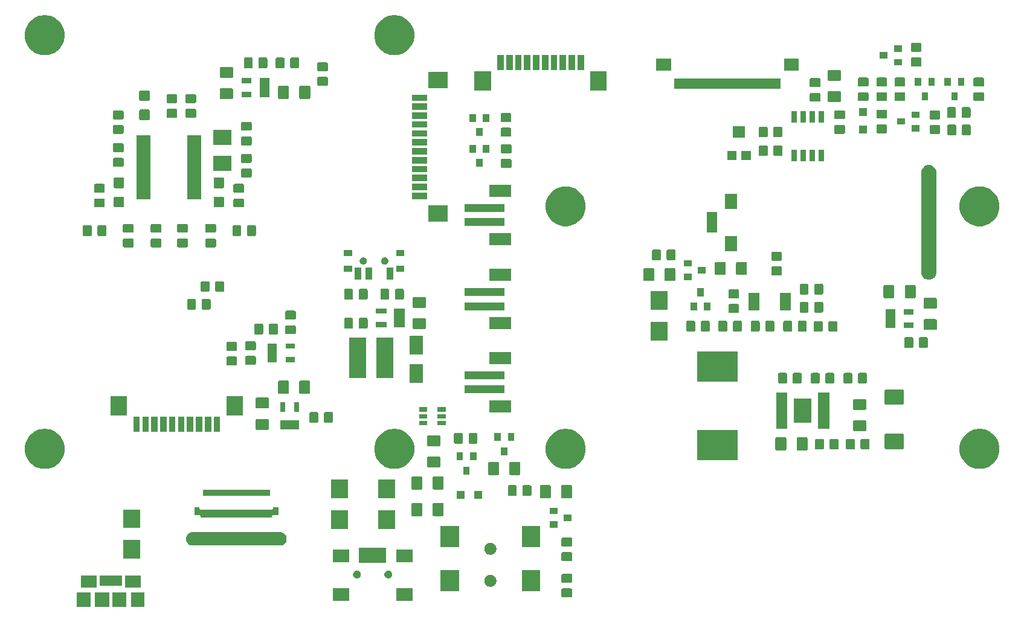
<source format=gts>
G04 #@! TF.GenerationSoftware,KiCad,Pcbnew,5.0.2-bee76a0~70~ubuntu18.04.1*
G04 #@! TF.CreationDate,2018-12-05T23:11:17+03:00*
G04 #@! TF.ProjectId,AA-PI-Display-Board-NanoPiA64,41412d50-492d-4446-9973-706c61792d42,2.1*
G04 #@! TF.SameCoordinates,Original*
G04 #@! TF.FileFunction,Soldermask,Top*
G04 #@! TF.FilePolarity,Negative*
%FSLAX46Y46*%
G04 Gerber Fmt 4.6, Leading zero omitted, Abs format (unit mm)*
G04 Created by KiCad (PCBNEW 5.0.2-bee76a0~70~ubuntu18.04.1) date Wed 05 Dec 2018 23:11:17 MSK*
%MOMM*%
%LPD*%
G01*
G04 APERTURE LIST*
%ADD10C,0.100000*%
G04 APERTURE END LIST*
D10*
G36*
X63350800Y-138350800D02*
X61349200Y-138350800D01*
X61349200Y-136349200D01*
X63350800Y-136349200D01*
X63350800Y-138350800D01*
X63350800Y-138350800D01*
G37*
G36*
X65750800Y-138350800D02*
X63749200Y-138350800D01*
X63749200Y-136349200D01*
X65750800Y-136349200D01*
X65750800Y-138350800D01*
X65750800Y-138350800D01*
G37*
G36*
X68300800Y-138350800D02*
X66399200Y-138350800D01*
X66399200Y-136349200D01*
X68300800Y-136349200D01*
X68300800Y-138350800D01*
X68300800Y-138350800D01*
G37*
G36*
X60700800Y-138350800D02*
X58799200Y-138350800D01*
X58799200Y-136349200D01*
X60700800Y-136349200D01*
X60700800Y-138350800D01*
X60700800Y-138350800D01*
G37*
G36*
X105850800Y-137550800D02*
X103549200Y-137550800D01*
X103549200Y-135749200D01*
X105850800Y-135749200D01*
X105850800Y-137550800D01*
X105850800Y-137550800D01*
G37*
G36*
X96950800Y-137550800D02*
X94649200Y-137550800D01*
X94649200Y-135749200D01*
X96950800Y-135749200D01*
X96950800Y-137550800D01*
X96950800Y-137550800D01*
G37*
G36*
X128056543Y-135777663D02*
X128094222Y-135789093D01*
X128128939Y-135807650D01*
X128159374Y-135832626D01*
X128184350Y-135863061D01*
X128202907Y-135897778D01*
X128214337Y-135935457D01*
X128218800Y-135980773D01*
X128218800Y-136817227D01*
X128214337Y-136862543D01*
X128202907Y-136900222D01*
X128184350Y-136934939D01*
X128159374Y-136965374D01*
X128128939Y-136990350D01*
X128094222Y-137008907D01*
X128056543Y-137020337D01*
X128011227Y-137024800D01*
X126924773Y-137024800D01*
X126879457Y-137020337D01*
X126841778Y-137008907D01*
X126807061Y-136990350D01*
X126776626Y-136965374D01*
X126751650Y-136934939D01*
X126733093Y-136900222D01*
X126721663Y-136862543D01*
X126717200Y-136817227D01*
X126717200Y-135980773D01*
X126721663Y-135935457D01*
X126733093Y-135897778D01*
X126751650Y-135863061D01*
X126776626Y-135832626D01*
X126807061Y-135807650D01*
X126841778Y-135789093D01*
X126879457Y-135777663D01*
X126924773Y-135773200D01*
X128011227Y-135773200D01*
X128056543Y-135777663D01*
X128056543Y-135777663D01*
G37*
G36*
X123751600Y-136201600D02*
X121148400Y-136201600D01*
X121148400Y-133198400D01*
X123751600Y-133198400D01*
X123751600Y-136201600D01*
X123751600Y-136201600D01*
G37*
G36*
X112351600Y-136201600D02*
X109748400Y-136201600D01*
X109748400Y-133198400D01*
X112351600Y-133198400D01*
X112351600Y-136201600D01*
X112351600Y-136201600D01*
G37*
G36*
X61550800Y-135650800D02*
X59349200Y-135650800D01*
X59349200Y-133949200D01*
X61550800Y-133949200D01*
X61550800Y-135650800D01*
X61550800Y-135650800D01*
G37*
G36*
X67750800Y-135650800D02*
X65549200Y-135650800D01*
X65549200Y-133949200D01*
X67750800Y-133949200D01*
X67750800Y-135650800D01*
X67750800Y-135650800D01*
G37*
G36*
X116998169Y-133881895D02*
X117153005Y-133946031D01*
X117292354Y-134039140D01*
X117410860Y-134157646D01*
X117503969Y-134296995D01*
X117568105Y-134451831D01*
X117600800Y-134616203D01*
X117600800Y-134783797D01*
X117568105Y-134948169D01*
X117503969Y-135103005D01*
X117410860Y-135242354D01*
X117292354Y-135360860D01*
X117153005Y-135453969D01*
X116998169Y-135518105D01*
X116833797Y-135550800D01*
X116666203Y-135550800D01*
X116501831Y-135518105D01*
X116346995Y-135453969D01*
X116207646Y-135360860D01*
X116089140Y-135242354D01*
X115996031Y-135103005D01*
X115931895Y-134948169D01*
X115899200Y-134783797D01*
X115899200Y-134616203D01*
X115931895Y-134451831D01*
X115996031Y-134296995D01*
X116089140Y-134157646D01*
X116207646Y-134039140D01*
X116346995Y-133946031D01*
X116501831Y-133881895D01*
X116666203Y-133849200D01*
X116833797Y-133849200D01*
X116998169Y-133881895D01*
X116998169Y-133881895D01*
G37*
G36*
X65100800Y-135400800D02*
X61999200Y-135400800D01*
X61999200Y-133949200D01*
X65100800Y-133949200D01*
X65100800Y-135400800D01*
X65100800Y-135400800D01*
G37*
G36*
X128056543Y-133727663D02*
X128094222Y-133739093D01*
X128128939Y-133757650D01*
X128159374Y-133782626D01*
X128184350Y-133813061D01*
X128202907Y-133847778D01*
X128214337Y-133885457D01*
X128218800Y-133930773D01*
X128218800Y-134767227D01*
X128214337Y-134812543D01*
X128202907Y-134850222D01*
X128184350Y-134884939D01*
X128159374Y-134915374D01*
X128128939Y-134940350D01*
X128094222Y-134958907D01*
X128056543Y-134970337D01*
X128011227Y-134974800D01*
X126924773Y-134974800D01*
X126879457Y-134970337D01*
X126841778Y-134958907D01*
X126807061Y-134940350D01*
X126776626Y-134915374D01*
X126751650Y-134884939D01*
X126733093Y-134850222D01*
X126721663Y-134812543D01*
X126717200Y-134767227D01*
X126717200Y-133930773D01*
X126721663Y-133885457D01*
X126733093Y-133847778D01*
X126751650Y-133813061D01*
X126776626Y-133782626D01*
X126807061Y-133757650D01*
X126841778Y-133739093D01*
X126879457Y-133727663D01*
X126924773Y-133723200D01*
X128011227Y-133723200D01*
X128056543Y-133727663D01*
X128056543Y-133727663D01*
G37*
G36*
X98139720Y-133256256D02*
X98210662Y-133270367D01*
X98310902Y-133311887D01*
X98400706Y-133371893D01*
X98401117Y-133372168D01*
X98477832Y-133448883D01*
X98477834Y-133448886D01*
X98538113Y-133539098D01*
X98579633Y-133639338D01*
X98600800Y-133745751D01*
X98600800Y-133854249D01*
X98579633Y-133960662D01*
X98538113Y-134060902D01*
X98478107Y-134150706D01*
X98477832Y-134151117D01*
X98401117Y-134227832D01*
X98401114Y-134227834D01*
X98310902Y-134288113D01*
X98210662Y-134329633D01*
X98139720Y-134343744D01*
X98104250Y-134350800D01*
X97995750Y-134350800D01*
X97960280Y-134343744D01*
X97889338Y-134329633D01*
X97789098Y-134288113D01*
X97698886Y-134227834D01*
X97698883Y-134227832D01*
X97622168Y-134151117D01*
X97621893Y-134150706D01*
X97561887Y-134060902D01*
X97520367Y-133960662D01*
X97499200Y-133854249D01*
X97499200Y-133745751D01*
X97520367Y-133639338D01*
X97561887Y-133539098D01*
X97622166Y-133448886D01*
X97622168Y-133448883D01*
X97698883Y-133372168D01*
X97699294Y-133371893D01*
X97789098Y-133311887D01*
X97889338Y-133270367D01*
X97960280Y-133256256D01*
X97995750Y-133249200D01*
X98104250Y-133249200D01*
X98139720Y-133256256D01*
X98139720Y-133256256D01*
G37*
G36*
X102539720Y-133256256D02*
X102610662Y-133270367D01*
X102710902Y-133311887D01*
X102800706Y-133371893D01*
X102801117Y-133372168D01*
X102877832Y-133448883D01*
X102877834Y-133448886D01*
X102938113Y-133539098D01*
X102979633Y-133639338D01*
X103000800Y-133745751D01*
X103000800Y-133854249D01*
X102979633Y-133960662D01*
X102938113Y-134060902D01*
X102878107Y-134150706D01*
X102877832Y-134151117D01*
X102801117Y-134227832D01*
X102801114Y-134227834D01*
X102710902Y-134288113D01*
X102610662Y-134329633D01*
X102539720Y-134343744D01*
X102504250Y-134350800D01*
X102395750Y-134350800D01*
X102360280Y-134343744D01*
X102289338Y-134329633D01*
X102189098Y-134288113D01*
X102098886Y-134227834D01*
X102098883Y-134227832D01*
X102022168Y-134151117D01*
X102021893Y-134150706D01*
X101961887Y-134060902D01*
X101920367Y-133960662D01*
X101899200Y-133854249D01*
X101899200Y-133745751D01*
X101920367Y-133639338D01*
X101961887Y-133539098D01*
X102022166Y-133448886D01*
X102022168Y-133448883D01*
X102098883Y-133372168D01*
X102099294Y-133371893D01*
X102189098Y-133311887D01*
X102289338Y-133270367D01*
X102360280Y-133256256D01*
X102395750Y-133249200D01*
X102504250Y-133249200D01*
X102539720Y-133256256D01*
X102539720Y-133256256D01*
G37*
G36*
X102150800Y-132150800D02*
X98349200Y-132150800D01*
X98349200Y-130049200D01*
X102150800Y-130049200D01*
X102150800Y-132150800D01*
X102150800Y-132150800D01*
G37*
G36*
X96950800Y-132100800D02*
X94649200Y-132100800D01*
X94649200Y-130299200D01*
X96950800Y-130299200D01*
X96950800Y-132100800D01*
X96950800Y-132100800D01*
G37*
G36*
X105850800Y-132100800D02*
X103549200Y-132100800D01*
X103549200Y-130299200D01*
X105850800Y-130299200D01*
X105850800Y-132100800D01*
X105850800Y-132100800D01*
G37*
G36*
X128056543Y-130697663D02*
X128094222Y-130709093D01*
X128128939Y-130727650D01*
X128159374Y-130752626D01*
X128184350Y-130783061D01*
X128202907Y-130817778D01*
X128214337Y-130855457D01*
X128218800Y-130900773D01*
X128218800Y-131737227D01*
X128214337Y-131782543D01*
X128202907Y-131820222D01*
X128184350Y-131854939D01*
X128159374Y-131885374D01*
X128128939Y-131910350D01*
X128094222Y-131928907D01*
X128056543Y-131940337D01*
X128011227Y-131944800D01*
X126924773Y-131944800D01*
X126879457Y-131940337D01*
X126841778Y-131928907D01*
X126807061Y-131910350D01*
X126776626Y-131885374D01*
X126751650Y-131854939D01*
X126733093Y-131820222D01*
X126721663Y-131782543D01*
X126717200Y-131737227D01*
X126717200Y-130900773D01*
X126721663Y-130855457D01*
X126733093Y-130817778D01*
X126751650Y-130783061D01*
X126776626Y-130752626D01*
X126807061Y-130727650D01*
X126841778Y-130709093D01*
X126879457Y-130697663D01*
X126924773Y-130693200D01*
X128011227Y-130693200D01*
X128056543Y-130697663D01*
X128056543Y-130697663D01*
G37*
G36*
X67680800Y-131600800D02*
X65279200Y-131600800D01*
X65279200Y-128999200D01*
X67680800Y-128999200D01*
X67680800Y-131600800D01*
X67680800Y-131600800D01*
G37*
G36*
X116998169Y-129381895D02*
X117153005Y-129446031D01*
X117292354Y-129539140D01*
X117410860Y-129657646D01*
X117503969Y-129796995D01*
X117568105Y-129951831D01*
X117600800Y-130116203D01*
X117600800Y-130283797D01*
X117568105Y-130448169D01*
X117503969Y-130603005D01*
X117410860Y-130742354D01*
X117292354Y-130860860D01*
X117153005Y-130953969D01*
X116998169Y-131018105D01*
X116833797Y-131050800D01*
X116666203Y-131050800D01*
X116501831Y-131018105D01*
X116346995Y-130953969D01*
X116207646Y-130860860D01*
X116089140Y-130742354D01*
X115996031Y-130603005D01*
X115931895Y-130448169D01*
X115899200Y-130283797D01*
X115899200Y-130116203D01*
X115931895Y-129951831D01*
X115996031Y-129796995D01*
X116089140Y-129657646D01*
X116207646Y-129539140D01*
X116346995Y-129446031D01*
X116501831Y-129381895D01*
X116666203Y-129349200D01*
X116833797Y-129349200D01*
X116998169Y-129381895D01*
X116998169Y-129381895D01*
G37*
G36*
X123751600Y-130001600D02*
X121148400Y-130001600D01*
X121148400Y-126998400D01*
X123751600Y-126998400D01*
X123751600Y-130001600D01*
X123751600Y-130001600D01*
G37*
G36*
X112351600Y-130001600D02*
X109748400Y-130001600D01*
X109748400Y-126998400D01*
X112351600Y-126998400D01*
X112351600Y-130001600D01*
X112351600Y-130001600D01*
G37*
G36*
X128056543Y-128647663D02*
X128094222Y-128659093D01*
X128128939Y-128677650D01*
X128159374Y-128702626D01*
X128184350Y-128733061D01*
X128202907Y-128767778D01*
X128214337Y-128805457D01*
X128218800Y-128850773D01*
X128218800Y-129687227D01*
X128214337Y-129732543D01*
X128202907Y-129770222D01*
X128184350Y-129804939D01*
X128159374Y-129835374D01*
X128128939Y-129860350D01*
X128094222Y-129878907D01*
X128056543Y-129890337D01*
X128011227Y-129894800D01*
X126924773Y-129894800D01*
X126879457Y-129890337D01*
X126841778Y-129878907D01*
X126807061Y-129860350D01*
X126776626Y-129835374D01*
X126751650Y-129804939D01*
X126733093Y-129770222D01*
X126721663Y-129732543D01*
X126717200Y-129687227D01*
X126717200Y-128850773D01*
X126721663Y-128805457D01*
X126733093Y-128767778D01*
X126751650Y-128733061D01*
X126776626Y-128702626D01*
X126807061Y-128677650D01*
X126841778Y-128659093D01*
X126879457Y-128647663D01*
X126924773Y-128643200D01*
X128011227Y-128643200D01*
X128056543Y-128647663D01*
X128056543Y-128647663D01*
G37*
G36*
X87436391Y-127872957D02*
X87615616Y-127927325D01*
X87780792Y-128015613D01*
X87925570Y-128134430D01*
X88044387Y-128279208D01*
X88132675Y-128444384D01*
X88187043Y-128623609D01*
X88205400Y-128810000D01*
X88187043Y-128996391D01*
X88132675Y-129175616D01*
X88044387Y-129340792D01*
X87925570Y-129485570D01*
X87780792Y-129604387D01*
X87615616Y-129692675D01*
X87436391Y-129747043D01*
X87296708Y-129760800D01*
X75003292Y-129760800D01*
X74863609Y-129747043D01*
X74684384Y-129692675D01*
X74519208Y-129604387D01*
X74374430Y-129485570D01*
X74255613Y-129340792D01*
X74167325Y-129175616D01*
X74112957Y-128996391D01*
X74094600Y-128810000D01*
X74112957Y-128623609D01*
X74167325Y-128444384D01*
X74255613Y-128279208D01*
X74374430Y-128134430D01*
X74519208Y-128015613D01*
X74684384Y-127927325D01*
X74863609Y-127872957D01*
X75003292Y-127859200D01*
X87296708Y-127859200D01*
X87436391Y-127872957D01*
X87436391Y-127872957D01*
G37*
G36*
X103400800Y-127400800D02*
X100999200Y-127400800D01*
X100999200Y-124799200D01*
X103400800Y-124799200D01*
X103400800Y-127400800D01*
X103400800Y-127400800D01*
G37*
G36*
X96800800Y-127400800D02*
X94399200Y-127400800D01*
X94399200Y-124799200D01*
X96800800Y-124799200D01*
X96800800Y-127400800D01*
X96800800Y-127400800D01*
G37*
G36*
X67680800Y-127300800D02*
X65279200Y-127300800D01*
X65279200Y-124699200D01*
X67680800Y-124699200D01*
X67680800Y-127300800D01*
X67680800Y-127300800D01*
G37*
G36*
X126150800Y-127250800D02*
X125049200Y-127250800D01*
X125049200Y-126349200D01*
X126150800Y-126349200D01*
X126150800Y-127250800D01*
X126150800Y-127250800D01*
G37*
G36*
X128150800Y-126300800D02*
X127049200Y-126300800D01*
X127049200Y-125399200D01*
X128150800Y-125399200D01*
X128150800Y-126300800D01*
X128150800Y-126300800D01*
G37*
G36*
X87030800Y-125522800D02*
X86275800Y-125522800D01*
X86251414Y-125525202D01*
X86227965Y-125532315D01*
X86206354Y-125543866D01*
X86187412Y-125559412D01*
X86171866Y-125578354D01*
X86160315Y-125599965D01*
X86153202Y-125623414D01*
X86150800Y-125647800D01*
X86150800Y-125798300D01*
X76149200Y-125798300D01*
X76149200Y-125648300D01*
X76146798Y-125623914D01*
X76139685Y-125600465D01*
X76128134Y-125578854D01*
X76112588Y-125559912D01*
X76093646Y-125544366D01*
X76072035Y-125532815D01*
X76048586Y-125525702D01*
X76024200Y-125523300D01*
X75269200Y-125523300D01*
X75269200Y-124421700D01*
X75970800Y-124421700D01*
X75970800Y-124571700D01*
X75973202Y-124596086D01*
X75980315Y-124619535D01*
X75991866Y-124641146D01*
X76007412Y-124660088D01*
X76026354Y-124675634D01*
X76047965Y-124687185D01*
X76071414Y-124694298D01*
X76095800Y-124696700D01*
X86204200Y-124696700D01*
X86228586Y-124694298D01*
X86252035Y-124687185D01*
X86273646Y-124675634D01*
X86292588Y-124660088D01*
X86308134Y-124641146D01*
X86319685Y-124619535D01*
X86326798Y-124596086D01*
X86329200Y-124571700D01*
X86329200Y-124421200D01*
X87030800Y-124421200D01*
X87030800Y-125522800D01*
X87030800Y-125522800D01*
G37*
G36*
X110050418Y-123778380D02*
X110085322Y-123788969D01*
X110117496Y-123806166D01*
X110145694Y-123829306D01*
X110168834Y-123857504D01*
X110186031Y-123889678D01*
X110196620Y-123924582D01*
X110200800Y-123967024D01*
X110200800Y-125432976D01*
X110196620Y-125475418D01*
X110186031Y-125510322D01*
X110168834Y-125542496D01*
X110145694Y-125570694D01*
X110117496Y-125593834D01*
X110085322Y-125611031D01*
X110050418Y-125621620D01*
X110007976Y-125625800D01*
X108867024Y-125625800D01*
X108824582Y-125621620D01*
X108789678Y-125611031D01*
X108757504Y-125593834D01*
X108729306Y-125570694D01*
X108706166Y-125542496D01*
X108688969Y-125510322D01*
X108678380Y-125475418D01*
X108674200Y-125432976D01*
X108674200Y-123967024D01*
X108678380Y-123924582D01*
X108688969Y-123889678D01*
X108706166Y-123857504D01*
X108729306Y-123829306D01*
X108757504Y-123806166D01*
X108789678Y-123788969D01*
X108824582Y-123778380D01*
X108867024Y-123774200D01*
X110007976Y-123774200D01*
X110050418Y-123778380D01*
X110050418Y-123778380D01*
G37*
G36*
X107075418Y-123778380D02*
X107110322Y-123788969D01*
X107142496Y-123806166D01*
X107170694Y-123829306D01*
X107193834Y-123857504D01*
X107211031Y-123889678D01*
X107221620Y-123924582D01*
X107225800Y-123967024D01*
X107225800Y-125432976D01*
X107221620Y-125475418D01*
X107211031Y-125510322D01*
X107193834Y-125542496D01*
X107170694Y-125570694D01*
X107142496Y-125593834D01*
X107110322Y-125611031D01*
X107075418Y-125621620D01*
X107032976Y-125625800D01*
X105892024Y-125625800D01*
X105849582Y-125621620D01*
X105814678Y-125611031D01*
X105782504Y-125593834D01*
X105754306Y-125570694D01*
X105731166Y-125542496D01*
X105713969Y-125510322D01*
X105703380Y-125475418D01*
X105699200Y-125432976D01*
X105699200Y-123967024D01*
X105703380Y-123924582D01*
X105713969Y-123889678D01*
X105731166Y-123857504D01*
X105754306Y-123829306D01*
X105782504Y-123806166D01*
X105814678Y-123788969D01*
X105849582Y-123778380D01*
X105892024Y-123774200D01*
X107032976Y-123774200D01*
X107075418Y-123778380D01*
X107075418Y-123778380D01*
G37*
G36*
X126150800Y-125350800D02*
X125049200Y-125350800D01*
X125049200Y-124449200D01*
X126150800Y-124449200D01*
X126150800Y-125350800D01*
X126150800Y-125350800D01*
G37*
G36*
X113116800Y-123190800D02*
X112015200Y-123190800D01*
X112015200Y-122089200D01*
X113116800Y-122089200D01*
X113116800Y-123190800D01*
X113116800Y-123190800D01*
G37*
G36*
X115616800Y-123190800D02*
X114515200Y-123190800D01*
X114515200Y-122089200D01*
X115616800Y-122089200D01*
X115616800Y-123190800D01*
X115616800Y-123190800D01*
G37*
G36*
X125075418Y-121278380D02*
X125110322Y-121288969D01*
X125142496Y-121306166D01*
X125170694Y-121329306D01*
X125193834Y-121357504D01*
X125211031Y-121389678D01*
X125221620Y-121424582D01*
X125225800Y-121467024D01*
X125225800Y-122932976D01*
X125221620Y-122975418D01*
X125211031Y-123010322D01*
X125193834Y-123042496D01*
X125170694Y-123070694D01*
X125142496Y-123093834D01*
X125110322Y-123111031D01*
X125075418Y-123121620D01*
X125032976Y-123125800D01*
X123892024Y-123125800D01*
X123849582Y-123121620D01*
X123814678Y-123111031D01*
X123782504Y-123093834D01*
X123754306Y-123070694D01*
X123731166Y-123042496D01*
X123713969Y-123010322D01*
X123703380Y-122975418D01*
X123699200Y-122932976D01*
X123699200Y-121467024D01*
X123703380Y-121424582D01*
X123713969Y-121389678D01*
X123731166Y-121357504D01*
X123754306Y-121329306D01*
X123782504Y-121306166D01*
X123814678Y-121288969D01*
X123849582Y-121278380D01*
X123892024Y-121274200D01*
X125032976Y-121274200D01*
X125075418Y-121278380D01*
X125075418Y-121278380D01*
G37*
G36*
X128050418Y-121278380D02*
X128085322Y-121288969D01*
X128117496Y-121306166D01*
X128145694Y-121329306D01*
X128168834Y-121357504D01*
X128186031Y-121389678D01*
X128196620Y-121424582D01*
X128200800Y-121467024D01*
X128200800Y-122932976D01*
X128196620Y-122975418D01*
X128186031Y-123010322D01*
X128168834Y-123042496D01*
X128145694Y-123070694D01*
X128117496Y-123093834D01*
X128085322Y-123111031D01*
X128050418Y-123121620D01*
X128007976Y-123125800D01*
X126867024Y-123125800D01*
X126824582Y-123121620D01*
X126789678Y-123111031D01*
X126757504Y-123093834D01*
X126729306Y-123070694D01*
X126706166Y-123042496D01*
X126688969Y-123010322D01*
X126678380Y-122975418D01*
X126674200Y-122932976D01*
X126674200Y-121467024D01*
X126678380Y-121424582D01*
X126688969Y-121389678D01*
X126706166Y-121357504D01*
X126729306Y-121329306D01*
X126757504Y-121306166D01*
X126789678Y-121288969D01*
X126824582Y-121278380D01*
X126867024Y-121274200D01*
X128007976Y-121274200D01*
X128050418Y-121278380D01*
X128050418Y-121278380D01*
G37*
G36*
X96800800Y-123100800D02*
X94399200Y-123100800D01*
X94399200Y-120499200D01*
X96800800Y-120499200D01*
X96800800Y-123100800D01*
X96800800Y-123100800D01*
G37*
G36*
X103400800Y-123100800D02*
X100999200Y-123100800D01*
X100999200Y-120499200D01*
X103400800Y-120499200D01*
X103400800Y-123100800D01*
X103400800Y-123100800D01*
G37*
G36*
X85850800Y-122823300D02*
X76449200Y-122823300D01*
X76449200Y-121921700D01*
X85850800Y-121921700D01*
X85850800Y-122823300D01*
X85850800Y-122823300D01*
G37*
G36*
X122338543Y-121303663D02*
X122376222Y-121315093D01*
X122410939Y-121333650D01*
X122441374Y-121358626D01*
X122466350Y-121389061D01*
X122484907Y-121423778D01*
X122496337Y-121461457D01*
X122500800Y-121506773D01*
X122500800Y-122593227D01*
X122496337Y-122638543D01*
X122484907Y-122676222D01*
X122466350Y-122710939D01*
X122441374Y-122741374D01*
X122410939Y-122766350D01*
X122376222Y-122784907D01*
X122338543Y-122796337D01*
X122293227Y-122800800D01*
X121456773Y-122800800D01*
X121411457Y-122796337D01*
X121373778Y-122784907D01*
X121339061Y-122766350D01*
X121308626Y-122741374D01*
X121283650Y-122710939D01*
X121265093Y-122676222D01*
X121253663Y-122638543D01*
X121249200Y-122593227D01*
X121249200Y-121506773D01*
X121253663Y-121461457D01*
X121265093Y-121423778D01*
X121283650Y-121389061D01*
X121308626Y-121358626D01*
X121339061Y-121333650D01*
X121373778Y-121315093D01*
X121411457Y-121303663D01*
X121456773Y-121299200D01*
X122293227Y-121299200D01*
X122338543Y-121303663D01*
X122338543Y-121303663D01*
G37*
G36*
X120288543Y-121303663D02*
X120326222Y-121315093D01*
X120360939Y-121333650D01*
X120391374Y-121358626D01*
X120416350Y-121389061D01*
X120434907Y-121423778D01*
X120446337Y-121461457D01*
X120450800Y-121506773D01*
X120450800Y-122593227D01*
X120446337Y-122638543D01*
X120434907Y-122676222D01*
X120416350Y-122710939D01*
X120391374Y-122741374D01*
X120360939Y-122766350D01*
X120326222Y-122784907D01*
X120288543Y-122796337D01*
X120243227Y-122800800D01*
X119406773Y-122800800D01*
X119361457Y-122796337D01*
X119323778Y-122784907D01*
X119289061Y-122766350D01*
X119258626Y-122741374D01*
X119233650Y-122710939D01*
X119215093Y-122676222D01*
X119203663Y-122638543D01*
X119199200Y-122593227D01*
X119199200Y-121506773D01*
X119203663Y-121461457D01*
X119215093Y-121423778D01*
X119233650Y-121389061D01*
X119258626Y-121358626D01*
X119289061Y-121333650D01*
X119323778Y-121315093D01*
X119361457Y-121303663D01*
X119406773Y-121299200D01*
X120243227Y-121299200D01*
X120288543Y-121303663D01*
X120288543Y-121303663D01*
G37*
G36*
X107075418Y-120058380D02*
X107110322Y-120068969D01*
X107142496Y-120086166D01*
X107170694Y-120109306D01*
X107193834Y-120137504D01*
X107211031Y-120169678D01*
X107221620Y-120204582D01*
X107225800Y-120247024D01*
X107225800Y-121712976D01*
X107221620Y-121755418D01*
X107211031Y-121790322D01*
X107193834Y-121822496D01*
X107170694Y-121850694D01*
X107142496Y-121873834D01*
X107110322Y-121891031D01*
X107075418Y-121901620D01*
X107032976Y-121905800D01*
X105892024Y-121905800D01*
X105849582Y-121901620D01*
X105814678Y-121891031D01*
X105782504Y-121873834D01*
X105754306Y-121850694D01*
X105731166Y-121822496D01*
X105713969Y-121790322D01*
X105703380Y-121755418D01*
X105699200Y-121712976D01*
X105699200Y-120247024D01*
X105703380Y-120204582D01*
X105713969Y-120169678D01*
X105731166Y-120137504D01*
X105754306Y-120109306D01*
X105782504Y-120086166D01*
X105814678Y-120068969D01*
X105849582Y-120058380D01*
X105892024Y-120054200D01*
X107032976Y-120054200D01*
X107075418Y-120058380D01*
X107075418Y-120058380D01*
G37*
G36*
X110050418Y-120058380D02*
X110085322Y-120068969D01*
X110117496Y-120086166D01*
X110145694Y-120109306D01*
X110168834Y-120137504D01*
X110186031Y-120169678D01*
X110196620Y-120204582D01*
X110200800Y-120247024D01*
X110200800Y-121712976D01*
X110196620Y-121755418D01*
X110186031Y-121790322D01*
X110168834Y-121822496D01*
X110145694Y-121850694D01*
X110117496Y-121873834D01*
X110085322Y-121891031D01*
X110050418Y-121901620D01*
X110007976Y-121905800D01*
X108867024Y-121905800D01*
X108824582Y-121901620D01*
X108789678Y-121891031D01*
X108757504Y-121873834D01*
X108729306Y-121850694D01*
X108706166Y-121822496D01*
X108688969Y-121790322D01*
X108678380Y-121755418D01*
X108674200Y-121712976D01*
X108674200Y-120247024D01*
X108678380Y-120204582D01*
X108688969Y-120169678D01*
X108706166Y-120137504D01*
X108729306Y-120109306D01*
X108757504Y-120086166D01*
X108789678Y-120068969D01*
X108824582Y-120058380D01*
X108867024Y-120054200D01*
X110007976Y-120054200D01*
X110050418Y-120058380D01*
X110050418Y-120058380D01*
G37*
G36*
X120800418Y-118028380D02*
X120835322Y-118038969D01*
X120867496Y-118056166D01*
X120895694Y-118079306D01*
X120918834Y-118107504D01*
X120936031Y-118139678D01*
X120946620Y-118174582D01*
X120950800Y-118217024D01*
X120950800Y-119682976D01*
X120946620Y-119725418D01*
X120936031Y-119760322D01*
X120918834Y-119792496D01*
X120895694Y-119820694D01*
X120867496Y-119843834D01*
X120835322Y-119861031D01*
X120800418Y-119871620D01*
X120757976Y-119875800D01*
X119617024Y-119875800D01*
X119574582Y-119871620D01*
X119539678Y-119861031D01*
X119507504Y-119843834D01*
X119479306Y-119820694D01*
X119456166Y-119792496D01*
X119438969Y-119760322D01*
X119428380Y-119725418D01*
X119424200Y-119682976D01*
X119424200Y-118217024D01*
X119428380Y-118174582D01*
X119438969Y-118139678D01*
X119456166Y-118107504D01*
X119479306Y-118079306D01*
X119507504Y-118056166D01*
X119539678Y-118038969D01*
X119574582Y-118028380D01*
X119617024Y-118024200D01*
X120757976Y-118024200D01*
X120800418Y-118028380D01*
X120800418Y-118028380D01*
G37*
G36*
X117825418Y-118028380D02*
X117860322Y-118038969D01*
X117892496Y-118056166D01*
X117920694Y-118079306D01*
X117943834Y-118107504D01*
X117961031Y-118139678D01*
X117971620Y-118174582D01*
X117975800Y-118217024D01*
X117975800Y-119682976D01*
X117971620Y-119725418D01*
X117961031Y-119760322D01*
X117943834Y-119792496D01*
X117920694Y-119820694D01*
X117892496Y-119843834D01*
X117860322Y-119861031D01*
X117825418Y-119871620D01*
X117782976Y-119875800D01*
X116642024Y-119875800D01*
X116599582Y-119871620D01*
X116564678Y-119861031D01*
X116532504Y-119843834D01*
X116504306Y-119820694D01*
X116481166Y-119792496D01*
X116463969Y-119760322D01*
X116453380Y-119725418D01*
X116449200Y-119682976D01*
X116449200Y-118217024D01*
X116453380Y-118174582D01*
X116463969Y-118139678D01*
X116481166Y-118107504D01*
X116504306Y-118079306D01*
X116532504Y-118056166D01*
X116564678Y-118038969D01*
X116599582Y-118028380D01*
X116642024Y-118024200D01*
X117782976Y-118024200D01*
X117825418Y-118028380D01*
X117825418Y-118028380D01*
G37*
G36*
X113854800Y-119818800D02*
X112953200Y-119818800D01*
X112953200Y-118717200D01*
X113854800Y-118717200D01*
X113854800Y-119818800D01*
X113854800Y-119818800D01*
G37*
G36*
X127764282Y-113437496D02*
X128116730Y-113507602D01*
X128295789Y-113581771D01*
X128626296Y-113718671D01*
X129084899Y-114025100D01*
X129474900Y-114415101D01*
X129781329Y-114873704D01*
X129875395Y-115100800D01*
X129992398Y-115383270D01*
X130002956Y-115436350D01*
X130100000Y-115924223D01*
X130100000Y-116475777D01*
X129992398Y-117016729D01*
X129781329Y-117526296D01*
X129474900Y-117984899D01*
X129084899Y-118374900D01*
X128626296Y-118681329D01*
X128374432Y-118785654D01*
X128116730Y-118892398D01*
X127846253Y-118946199D01*
X127575777Y-119000000D01*
X127024223Y-119000000D01*
X126753747Y-118946199D01*
X126483270Y-118892398D01*
X126225568Y-118785654D01*
X125973704Y-118681329D01*
X125515101Y-118374900D01*
X125125100Y-117984899D01*
X124818671Y-117526296D01*
X124607602Y-117016729D01*
X124500000Y-116475777D01*
X124500000Y-115924223D01*
X124597044Y-115436350D01*
X124607602Y-115383270D01*
X124724605Y-115100800D01*
X124818671Y-114873704D01*
X125125100Y-114415101D01*
X125515101Y-114025100D01*
X125973704Y-113718671D01*
X126304211Y-113581771D01*
X126483270Y-113507602D01*
X126835718Y-113437496D01*
X127024223Y-113400000D01*
X127575777Y-113400000D01*
X127764282Y-113437496D01*
X127764282Y-113437496D01*
G37*
G36*
X103764282Y-113437496D02*
X104116730Y-113507602D01*
X104295789Y-113581771D01*
X104626296Y-113718671D01*
X105084899Y-114025100D01*
X105474900Y-114415101D01*
X105781329Y-114873704D01*
X105875395Y-115100800D01*
X105992398Y-115383270D01*
X106002956Y-115436350D01*
X106100000Y-115924223D01*
X106100000Y-116475777D01*
X105992398Y-117016729D01*
X105781329Y-117526296D01*
X105474900Y-117984899D01*
X105084899Y-118374900D01*
X104626296Y-118681329D01*
X104374432Y-118785654D01*
X104116730Y-118892398D01*
X103846253Y-118946199D01*
X103575777Y-119000000D01*
X103024223Y-119000000D01*
X102753747Y-118946199D01*
X102483270Y-118892398D01*
X102225568Y-118785654D01*
X101973704Y-118681329D01*
X101515101Y-118374900D01*
X101125100Y-117984899D01*
X100818671Y-117526296D01*
X100607602Y-117016729D01*
X100500000Y-116475777D01*
X100500000Y-115924223D01*
X100597044Y-115436350D01*
X100607602Y-115383270D01*
X100724605Y-115100800D01*
X100818671Y-114873704D01*
X101125100Y-114415101D01*
X101515101Y-114025100D01*
X101973704Y-113718671D01*
X102304211Y-113581771D01*
X102483270Y-113507602D01*
X102835718Y-113437496D01*
X103024223Y-113400000D01*
X103575777Y-113400000D01*
X103764282Y-113437496D01*
X103764282Y-113437496D01*
G37*
G36*
X54764282Y-113437496D02*
X55116730Y-113507602D01*
X55295789Y-113581771D01*
X55626296Y-113718671D01*
X56084899Y-114025100D01*
X56474900Y-114415101D01*
X56781329Y-114873704D01*
X56875395Y-115100800D01*
X56992398Y-115383270D01*
X57002956Y-115436350D01*
X57100000Y-115924223D01*
X57100000Y-116475777D01*
X56992398Y-117016729D01*
X56781329Y-117526296D01*
X56474900Y-117984899D01*
X56084899Y-118374900D01*
X55626296Y-118681329D01*
X55374432Y-118785654D01*
X55116730Y-118892398D01*
X54846253Y-118946199D01*
X54575777Y-119000000D01*
X54024223Y-119000000D01*
X53753747Y-118946199D01*
X53483270Y-118892398D01*
X53225568Y-118785654D01*
X52973704Y-118681329D01*
X52515101Y-118374900D01*
X52125100Y-117984899D01*
X51818671Y-117526296D01*
X51607602Y-117016729D01*
X51500000Y-116475777D01*
X51500000Y-115924223D01*
X51597044Y-115436350D01*
X51607602Y-115383270D01*
X51724605Y-115100800D01*
X51818671Y-114873704D01*
X52125100Y-114415101D01*
X52515101Y-114025100D01*
X52973704Y-113718671D01*
X53304211Y-113581771D01*
X53483270Y-113507602D01*
X53835718Y-113437496D01*
X54024223Y-113400000D01*
X54575777Y-113400000D01*
X54764282Y-113437496D01*
X54764282Y-113437496D01*
G37*
G36*
X185764282Y-113437496D02*
X186116730Y-113507602D01*
X186295789Y-113581771D01*
X186626296Y-113718671D01*
X187084899Y-114025100D01*
X187474900Y-114415101D01*
X187781329Y-114873704D01*
X187875395Y-115100800D01*
X187992398Y-115383270D01*
X188002956Y-115436350D01*
X188100000Y-115924223D01*
X188100000Y-116475777D01*
X187992398Y-117016729D01*
X187781329Y-117526296D01*
X187474900Y-117984899D01*
X187084899Y-118374900D01*
X186626296Y-118681329D01*
X186374432Y-118785654D01*
X186116730Y-118892398D01*
X185846253Y-118946199D01*
X185575777Y-119000000D01*
X185024223Y-119000000D01*
X184753747Y-118946199D01*
X184483270Y-118892398D01*
X184225568Y-118785654D01*
X183973704Y-118681329D01*
X183515101Y-118374900D01*
X183125100Y-117984899D01*
X182818671Y-117526296D01*
X182607602Y-117016729D01*
X182500000Y-116475777D01*
X182500000Y-115924223D01*
X182597044Y-115436350D01*
X182607602Y-115383270D01*
X182724605Y-115100800D01*
X182818671Y-114873704D01*
X183125100Y-114415101D01*
X183515101Y-114025100D01*
X183973704Y-113718671D01*
X184304211Y-113581771D01*
X184483270Y-113507602D01*
X184835718Y-113437496D01*
X185024223Y-113400000D01*
X185575777Y-113400000D01*
X185764282Y-113437496D01*
X185764282Y-113437496D01*
G37*
G36*
X109605418Y-117268380D02*
X109640322Y-117278969D01*
X109672496Y-117296166D01*
X109700694Y-117319306D01*
X109723834Y-117347504D01*
X109741031Y-117379678D01*
X109751620Y-117414582D01*
X109755800Y-117457024D01*
X109755800Y-118597976D01*
X109751620Y-118640418D01*
X109741031Y-118675322D01*
X109723834Y-118707496D01*
X109700694Y-118735694D01*
X109672496Y-118758834D01*
X109640322Y-118776031D01*
X109605418Y-118786620D01*
X109562976Y-118790800D01*
X108097024Y-118790800D01*
X108054582Y-118786620D01*
X108019678Y-118776031D01*
X107987504Y-118758834D01*
X107959306Y-118735694D01*
X107936166Y-118707496D01*
X107918969Y-118675322D01*
X107908380Y-118640418D01*
X107904200Y-118597976D01*
X107904200Y-117457024D01*
X107908380Y-117414582D01*
X107918969Y-117379678D01*
X107936166Y-117347504D01*
X107959306Y-117319306D01*
X107987504Y-117296166D01*
X108019678Y-117278969D01*
X108054582Y-117268380D01*
X108097024Y-117264200D01*
X109562976Y-117264200D01*
X109605418Y-117268380D01*
X109605418Y-117268380D01*
G37*
G36*
X112904800Y-117818800D02*
X112003200Y-117818800D01*
X112003200Y-116717200D01*
X112904800Y-116717200D01*
X112904800Y-117818800D01*
X112904800Y-117818800D01*
G37*
G36*
X114804800Y-117818800D02*
X113903200Y-117818800D01*
X113903200Y-116717200D01*
X114804800Y-116717200D01*
X114804800Y-117818800D01*
X114804800Y-117818800D01*
G37*
G36*
X151451600Y-117751600D02*
X145748400Y-117751600D01*
X145748400Y-113548400D01*
X151451600Y-113548400D01*
X151451600Y-117751600D01*
X151451600Y-117751600D01*
G37*
G36*
X119150800Y-117100800D02*
X118249200Y-117100800D01*
X118249200Y-115999200D01*
X119150800Y-115999200D01*
X119150800Y-117100800D01*
X119150800Y-117100800D01*
G37*
G36*
X158075418Y-114578380D02*
X158110322Y-114588969D01*
X158142496Y-114606166D01*
X158170694Y-114629306D01*
X158193834Y-114657504D01*
X158211031Y-114689678D01*
X158221620Y-114724582D01*
X158225800Y-114767024D01*
X158225800Y-116232976D01*
X158221620Y-116275418D01*
X158211031Y-116310322D01*
X158193834Y-116342496D01*
X158170694Y-116370694D01*
X158142496Y-116393834D01*
X158110322Y-116411031D01*
X158075418Y-116421620D01*
X158032976Y-116425800D01*
X156892024Y-116425800D01*
X156849582Y-116421620D01*
X156814678Y-116411031D01*
X156782504Y-116393834D01*
X156754306Y-116370694D01*
X156731166Y-116342496D01*
X156713969Y-116310322D01*
X156703380Y-116275418D01*
X156699200Y-116232976D01*
X156699200Y-114767024D01*
X156703380Y-114724582D01*
X156713969Y-114689678D01*
X156731166Y-114657504D01*
X156754306Y-114629306D01*
X156782504Y-114606166D01*
X156814678Y-114588969D01*
X156849582Y-114578380D01*
X156892024Y-114574200D01*
X158032976Y-114574200D01*
X158075418Y-114578380D01*
X158075418Y-114578380D01*
G37*
G36*
X161050418Y-114578380D02*
X161085322Y-114588969D01*
X161117496Y-114606166D01*
X161145694Y-114629306D01*
X161168834Y-114657504D01*
X161186031Y-114689678D01*
X161196620Y-114724582D01*
X161200800Y-114767024D01*
X161200800Y-116232976D01*
X161196620Y-116275418D01*
X161186031Y-116310322D01*
X161168834Y-116342496D01*
X161145694Y-116370694D01*
X161117496Y-116393834D01*
X161085322Y-116411031D01*
X161050418Y-116421620D01*
X161007976Y-116425800D01*
X159867024Y-116425800D01*
X159824582Y-116421620D01*
X159789678Y-116411031D01*
X159757504Y-116393834D01*
X159729306Y-116370694D01*
X159706166Y-116342496D01*
X159688969Y-116310322D01*
X159678380Y-116275418D01*
X159674200Y-116232976D01*
X159674200Y-114767024D01*
X159678380Y-114724582D01*
X159688969Y-114689678D01*
X159706166Y-114657504D01*
X159729306Y-114629306D01*
X159757504Y-114606166D01*
X159789678Y-114588969D01*
X159824582Y-114578380D01*
X159867024Y-114574200D01*
X161007976Y-114574200D01*
X161050418Y-114578380D01*
X161050418Y-114578380D01*
G37*
G36*
X165388543Y-114797663D02*
X165426222Y-114809093D01*
X165460939Y-114827650D01*
X165491374Y-114852626D01*
X165516350Y-114883061D01*
X165534907Y-114917778D01*
X165546337Y-114955457D01*
X165550800Y-115000773D01*
X165550800Y-116087227D01*
X165546337Y-116132543D01*
X165534907Y-116170222D01*
X165516350Y-116204939D01*
X165491374Y-116235374D01*
X165460939Y-116260350D01*
X165426222Y-116278907D01*
X165388543Y-116290337D01*
X165343227Y-116294800D01*
X164506773Y-116294800D01*
X164461457Y-116290337D01*
X164423778Y-116278907D01*
X164389061Y-116260350D01*
X164358626Y-116235374D01*
X164333650Y-116204939D01*
X164315093Y-116170222D01*
X164303663Y-116132543D01*
X164299200Y-116087227D01*
X164299200Y-115000773D01*
X164303663Y-114955457D01*
X164315093Y-114917778D01*
X164333650Y-114883061D01*
X164358626Y-114852626D01*
X164389061Y-114827650D01*
X164423778Y-114809093D01*
X164461457Y-114797663D01*
X164506773Y-114793200D01*
X165343227Y-114793200D01*
X165388543Y-114797663D01*
X165388543Y-114797663D01*
G37*
G36*
X163338543Y-114797663D02*
X163376222Y-114809093D01*
X163410939Y-114827650D01*
X163441374Y-114852626D01*
X163466350Y-114883061D01*
X163484907Y-114917778D01*
X163496337Y-114955457D01*
X163500800Y-115000773D01*
X163500800Y-116087227D01*
X163496337Y-116132543D01*
X163484907Y-116170222D01*
X163466350Y-116204939D01*
X163441374Y-116235374D01*
X163410939Y-116260350D01*
X163376222Y-116278907D01*
X163338543Y-116290337D01*
X163293227Y-116294800D01*
X162456773Y-116294800D01*
X162411457Y-116290337D01*
X162373778Y-116278907D01*
X162339061Y-116260350D01*
X162308626Y-116235374D01*
X162283650Y-116204939D01*
X162265093Y-116170222D01*
X162253663Y-116132543D01*
X162249200Y-116087227D01*
X162249200Y-115000773D01*
X162253663Y-114955457D01*
X162265093Y-114917778D01*
X162283650Y-114883061D01*
X162308626Y-114852626D01*
X162339061Y-114827650D01*
X162373778Y-114809093D01*
X162411457Y-114797663D01*
X162456773Y-114793200D01*
X163293227Y-114793200D01*
X163338543Y-114797663D01*
X163338543Y-114797663D01*
G37*
G36*
X169724543Y-114797663D02*
X169762222Y-114809093D01*
X169796939Y-114827650D01*
X169827374Y-114852626D01*
X169852350Y-114883061D01*
X169870907Y-114917778D01*
X169882337Y-114955457D01*
X169886800Y-115000773D01*
X169886800Y-116087227D01*
X169882337Y-116132543D01*
X169870907Y-116170222D01*
X169852350Y-116204939D01*
X169827374Y-116235374D01*
X169796939Y-116260350D01*
X169762222Y-116278907D01*
X169724543Y-116290337D01*
X169679227Y-116294800D01*
X168842773Y-116294800D01*
X168797457Y-116290337D01*
X168759778Y-116278907D01*
X168725061Y-116260350D01*
X168694626Y-116235374D01*
X168669650Y-116204939D01*
X168651093Y-116170222D01*
X168639663Y-116132543D01*
X168635200Y-116087227D01*
X168635200Y-115000773D01*
X168639663Y-114955457D01*
X168651093Y-114917778D01*
X168669650Y-114883061D01*
X168694626Y-114852626D01*
X168725061Y-114827650D01*
X168759778Y-114809093D01*
X168797457Y-114797663D01*
X168842773Y-114793200D01*
X169679227Y-114793200D01*
X169724543Y-114797663D01*
X169724543Y-114797663D01*
G37*
G36*
X167674543Y-114797663D02*
X167712222Y-114809093D01*
X167746939Y-114827650D01*
X167777374Y-114852626D01*
X167802350Y-114883061D01*
X167820907Y-114917778D01*
X167832337Y-114955457D01*
X167836800Y-115000773D01*
X167836800Y-116087227D01*
X167832337Y-116132543D01*
X167820907Y-116170222D01*
X167802350Y-116204939D01*
X167777374Y-116235374D01*
X167746939Y-116260350D01*
X167712222Y-116278907D01*
X167674543Y-116290337D01*
X167629227Y-116294800D01*
X166792773Y-116294800D01*
X166747457Y-116290337D01*
X166709778Y-116278907D01*
X166675061Y-116260350D01*
X166644626Y-116235374D01*
X166619650Y-116204939D01*
X166601093Y-116170222D01*
X166589663Y-116132543D01*
X166585200Y-116087227D01*
X166585200Y-115000773D01*
X166589663Y-114955457D01*
X166601093Y-114917778D01*
X166619650Y-114883061D01*
X166644626Y-114852626D01*
X166675061Y-114827650D01*
X166709778Y-114809093D01*
X166747457Y-114797663D01*
X166792773Y-114793200D01*
X167629227Y-114793200D01*
X167674543Y-114797663D01*
X167674543Y-114797663D01*
G37*
G36*
X174540970Y-114078009D02*
X174572255Y-114087499D01*
X174601082Y-114102908D01*
X174626353Y-114123647D01*
X174647092Y-114148918D01*
X174662501Y-114177745D01*
X174671991Y-114209030D01*
X174675800Y-114247702D01*
X174675800Y-116077298D01*
X174671991Y-116115970D01*
X174662501Y-116147255D01*
X174647092Y-116176082D01*
X174626353Y-116201353D01*
X174601082Y-116222092D01*
X174572255Y-116237501D01*
X174540970Y-116246991D01*
X174502298Y-116250800D01*
X172197702Y-116250800D01*
X172159030Y-116246991D01*
X172127745Y-116237501D01*
X172098918Y-116222092D01*
X172073647Y-116201353D01*
X172052908Y-116176082D01*
X172037499Y-116147255D01*
X172028009Y-116115970D01*
X172024200Y-116077298D01*
X172024200Y-114247702D01*
X172028009Y-114209030D01*
X172037499Y-114177745D01*
X172052908Y-114148918D01*
X172073647Y-114123647D01*
X172098918Y-114102908D01*
X172127745Y-114087499D01*
X172159030Y-114078009D01*
X172197702Y-114074200D01*
X174502298Y-114074200D01*
X174540970Y-114078009D01*
X174540970Y-114078009D01*
G37*
G36*
X109605418Y-114293380D02*
X109640322Y-114303969D01*
X109672496Y-114321166D01*
X109700694Y-114344306D01*
X109723834Y-114372504D01*
X109741031Y-114404678D01*
X109751620Y-114439582D01*
X109755800Y-114482024D01*
X109755800Y-115622976D01*
X109751620Y-115665418D01*
X109741031Y-115700322D01*
X109723834Y-115732496D01*
X109700694Y-115760694D01*
X109672496Y-115783834D01*
X109640322Y-115801031D01*
X109605418Y-115811620D01*
X109562976Y-115815800D01*
X108097024Y-115815800D01*
X108054582Y-115811620D01*
X108019678Y-115801031D01*
X107987504Y-115783834D01*
X107959306Y-115760694D01*
X107936166Y-115732496D01*
X107918969Y-115700322D01*
X107908380Y-115665418D01*
X107904200Y-115622976D01*
X107904200Y-114482024D01*
X107908380Y-114439582D01*
X107918969Y-114404678D01*
X107936166Y-114372504D01*
X107959306Y-114344306D01*
X107987504Y-114321166D01*
X108019678Y-114303969D01*
X108054582Y-114293380D01*
X108097024Y-114289200D01*
X109562976Y-114289200D01*
X109605418Y-114293380D01*
X109605418Y-114293380D01*
G37*
G36*
X114788543Y-113973663D02*
X114826222Y-113985093D01*
X114860939Y-114003650D01*
X114891374Y-114028626D01*
X114916350Y-114059061D01*
X114934907Y-114093778D01*
X114946337Y-114131457D01*
X114950800Y-114176773D01*
X114950800Y-115263227D01*
X114946337Y-115308543D01*
X114934907Y-115346222D01*
X114916350Y-115380939D01*
X114891374Y-115411374D01*
X114860939Y-115436350D01*
X114826222Y-115454907D01*
X114788543Y-115466337D01*
X114743227Y-115470800D01*
X113906773Y-115470800D01*
X113861457Y-115466337D01*
X113823778Y-115454907D01*
X113789061Y-115436350D01*
X113758626Y-115411374D01*
X113733650Y-115380939D01*
X113715093Y-115346222D01*
X113703663Y-115308543D01*
X113699200Y-115263227D01*
X113699200Y-114176773D01*
X113703663Y-114131457D01*
X113715093Y-114093778D01*
X113733650Y-114059061D01*
X113758626Y-114028626D01*
X113789061Y-114003650D01*
X113823778Y-113985093D01*
X113861457Y-113973663D01*
X113906773Y-113969200D01*
X114743227Y-113969200D01*
X114788543Y-113973663D01*
X114788543Y-113973663D01*
G37*
G36*
X112738543Y-113973663D02*
X112776222Y-113985093D01*
X112810939Y-114003650D01*
X112841374Y-114028626D01*
X112866350Y-114059061D01*
X112884907Y-114093778D01*
X112896337Y-114131457D01*
X112900800Y-114176773D01*
X112900800Y-115263227D01*
X112896337Y-115308543D01*
X112884907Y-115346222D01*
X112866350Y-115380939D01*
X112841374Y-115411374D01*
X112810939Y-115436350D01*
X112776222Y-115454907D01*
X112738543Y-115466337D01*
X112693227Y-115470800D01*
X111856773Y-115470800D01*
X111811457Y-115466337D01*
X111773778Y-115454907D01*
X111739061Y-115436350D01*
X111708626Y-115411374D01*
X111683650Y-115380939D01*
X111665093Y-115346222D01*
X111653663Y-115308543D01*
X111649200Y-115263227D01*
X111649200Y-114176773D01*
X111653663Y-114131457D01*
X111665093Y-114093778D01*
X111683650Y-114059061D01*
X111708626Y-114028626D01*
X111739061Y-114003650D01*
X111773778Y-113985093D01*
X111811457Y-113973663D01*
X111856773Y-113969200D01*
X112693227Y-113969200D01*
X112738543Y-113973663D01*
X112738543Y-113973663D01*
G37*
G36*
X118200800Y-115100800D02*
X117299200Y-115100800D01*
X117299200Y-113999200D01*
X118200800Y-113999200D01*
X118200800Y-115100800D01*
X118200800Y-115100800D01*
G37*
G36*
X120100800Y-115100800D02*
X119199200Y-115100800D01*
X119199200Y-113999200D01*
X120100800Y-113999200D01*
X120100800Y-115100800D01*
X120100800Y-115100800D01*
G37*
G36*
X73875800Y-113800800D02*
X72974200Y-113800800D01*
X72974200Y-111699200D01*
X73875800Y-111699200D01*
X73875800Y-113800800D01*
X73875800Y-113800800D01*
G37*
G36*
X77625800Y-113800800D02*
X76724200Y-113800800D01*
X76724200Y-111699200D01*
X77625800Y-111699200D01*
X77625800Y-113800800D01*
X77625800Y-113800800D01*
G37*
G36*
X71375800Y-113800800D02*
X70474200Y-113800800D01*
X70474200Y-111699200D01*
X71375800Y-111699200D01*
X71375800Y-113800800D01*
X71375800Y-113800800D01*
G37*
G36*
X72625800Y-113800800D02*
X71724200Y-113800800D01*
X71724200Y-111699200D01*
X72625800Y-111699200D01*
X72625800Y-113800800D01*
X72625800Y-113800800D01*
G37*
G36*
X78875800Y-113800800D02*
X77974200Y-113800800D01*
X77974200Y-111699200D01*
X78875800Y-111699200D01*
X78875800Y-113800800D01*
X78875800Y-113800800D01*
G37*
G36*
X76375800Y-113800800D02*
X75474200Y-113800800D01*
X75474200Y-111699200D01*
X76375800Y-111699200D01*
X76375800Y-113800800D01*
X76375800Y-113800800D01*
G37*
G36*
X75125800Y-113800800D02*
X74224200Y-113800800D01*
X74224200Y-111699200D01*
X75125800Y-111699200D01*
X75125800Y-113800800D01*
X75125800Y-113800800D01*
G37*
G36*
X70125800Y-113800800D02*
X69224200Y-113800800D01*
X69224200Y-111699200D01*
X70125800Y-111699200D01*
X70125800Y-113800800D01*
X70125800Y-113800800D01*
G37*
G36*
X67625800Y-113800800D02*
X66724200Y-113800800D01*
X66724200Y-111699200D01*
X67625800Y-111699200D01*
X67625800Y-113800800D01*
X67625800Y-113800800D01*
G37*
G36*
X68875800Y-113800800D02*
X67974200Y-113800800D01*
X67974200Y-111699200D01*
X68875800Y-111699200D01*
X68875800Y-113800800D01*
X68875800Y-113800800D01*
G37*
G36*
X169275418Y-112178380D02*
X169310322Y-112188969D01*
X169342496Y-112206166D01*
X169370694Y-112229306D01*
X169393834Y-112257504D01*
X169411031Y-112289678D01*
X169421620Y-112324582D01*
X169425800Y-112367024D01*
X169425800Y-113507976D01*
X169421620Y-113550418D01*
X169411031Y-113585322D01*
X169393834Y-113617496D01*
X169370694Y-113645694D01*
X169342496Y-113668834D01*
X169310322Y-113686031D01*
X169275418Y-113696620D01*
X169232976Y-113700800D01*
X167767024Y-113700800D01*
X167724582Y-113696620D01*
X167689678Y-113686031D01*
X167657504Y-113668834D01*
X167629306Y-113645694D01*
X167606166Y-113617496D01*
X167588969Y-113585322D01*
X167578380Y-113550418D01*
X167574200Y-113507976D01*
X167574200Y-112367024D01*
X167578380Y-112324582D01*
X167588969Y-112289678D01*
X167606166Y-112257504D01*
X167629306Y-112229306D01*
X167657504Y-112206166D01*
X167689678Y-112188969D01*
X167724582Y-112178380D01*
X167767024Y-112174200D01*
X169232976Y-112174200D01*
X169275418Y-112178380D01*
X169275418Y-112178380D01*
G37*
G36*
X85555418Y-111998380D02*
X85590322Y-112008969D01*
X85622496Y-112026166D01*
X85650694Y-112049306D01*
X85673834Y-112077504D01*
X85691031Y-112109678D01*
X85701620Y-112144582D01*
X85705800Y-112187024D01*
X85705800Y-113327976D01*
X85701620Y-113370418D01*
X85691031Y-113405322D01*
X85673834Y-113437496D01*
X85650694Y-113465694D01*
X85622496Y-113488834D01*
X85590322Y-113506031D01*
X85555418Y-113516620D01*
X85512976Y-113520800D01*
X84047024Y-113520800D01*
X84004582Y-113516620D01*
X83969678Y-113506031D01*
X83937504Y-113488834D01*
X83909306Y-113465694D01*
X83886166Y-113437496D01*
X83868969Y-113405322D01*
X83858380Y-113370418D01*
X83854200Y-113327976D01*
X83854200Y-112187024D01*
X83858380Y-112144582D01*
X83868969Y-112109678D01*
X83886166Y-112077504D01*
X83909306Y-112049306D01*
X83937504Y-112026166D01*
X83969678Y-112008969D01*
X84004582Y-111998380D01*
X84047024Y-111994200D01*
X85512976Y-111994200D01*
X85555418Y-111998380D01*
X85555418Y-111998380D01*
G37*
G36*
X89930800Y-113500800D02*
X87329200Y-113500800D01*
X87329200Y-112199200D01*
X89930800Y-112199200D01*
X89930800Y-113500800D01*
X89930800Y-113500800D01*
G37*
G36*
X164246300Y-113422800D02*
X162669700Y-113422800D01*
X162669700Y-108321200D01*
X164246300Y-108321200D01*
X164246300Y-113422800D01*
X164246300Y-113422800D01*
G37*
G36*
X158370300Y-113422800D02*
X156793700Y-113422800D01*
X156793700Y-108321200D01*
X158370300Y-108321200D01*
X158370300Y-113422800D01*
X158370300Y-113422800D01*
G37*
G36*
X110505800Y-112915800D02*
X109354200Y-112915800D01*
X109354200Y-112264200D01*
X110505800Y-112264200D01*
X110505800Y-112915800D01*
X110505800Y-112915800D01*
G37*
G36*
X107905800Y-112915800D02*
X106754200Y-112915800D01*
X106754200Y-112264200D01*
X107905800Y-112264200D01*
X107905800Y-112915800D01*
X107905800Y-112915800D01*
G37*
G36*
X161775800Y-112567800D02*
X159264200Y-112567800D01*
X159264200Y-109176200D01*
X161775800Y-109176200D01*
X161775800Y-112567800D01*
X161775800Y-112567800D01*
G37*
G36*
X92478543Y-111043663D02*
X92516222Y-111055093D01*
X92550939Y-111073650D01*
X92581374Y-111098626D01*
X92606350Y-111129061D01*
X92624907Y-111163778D01*
X92636337Y-111201457D01*
X92640800Y-111246773D01*
X92640800Y-112333227D01*
X92636337Y-112378543D01*
X92624907Y-112416222D01*
X92606350Y-112450939D01*
X92581374Y-112481374D01*
X92550939Y-112506350D01*
X92516222Y-112524907D01*
X92478543Y-112536337D01*
X92433227Y-112540800D01*
X91596773Y-112540800D01*
X91551457Y-112536337D01*
X91513778Y-112524907D01*
X91479061Y-112506350D01*
X91448626Y-112481374D01*
X91423650Y-112450939D01*
X91405093Y-112416222D01*
X91393663Y-112378543D01*
X91389200Y-112333227D01*
X91389200Y-111246773D01*
X91393663Y-111201457D01*
X91405093Y-111163778D01*
X91423650Y-111129061D01*
X91448626Y-111098626D01*
X91479061Y-111073650D01*
X91513778Y-111055093D01*
X91551457Y-111043663D01*
X91596773Y-111039200D01*
X92433227Y-111039200D01*
X92478543Y-111043663D01*
X92478543Y-111043663D01*
G37*
G36*
X94528543Y-111043663D02*
X94566222Y-111055093D01*
X94600939Y-111073650D01*
X94631374Y-111098626D01*
X94656350Y-111129061D01*
X94674907Y-111163778D01*
X94686337Y-111201457D01*
X94690800Y-111246773D01*
X94690800Y-112333227D01*
X94686337Y-112378543D01*
X94674907Y-112416222D01*
X94656350Y-112450939D01*
X94631374Y-112481374D01*
X94600939Y-112506350D01*
X94566222Y-112524907D01*
X94528543Y-112536337D01*
X94483227Y-112540800D01*
X93646773Y-112540800D01*
X93601457Y-112536337D01*
X93563778Y-112524907D01*
X93529061Y-112506350D01*
X93498626Y-112481374D01*
X93473650Y-112450939D01*
X93455093Y-112416222D01*
X93443663Y-112378543D01*
X93439200Y-112333227D01*
X93439200Y-111246773D01*
X93443663Y-111201457D01*
X93455093Y-111163778D01*
X93473650Y-111129061D01*
X93498626Y-111098626D01*
X93529061Y-111073650D01*
X93563778Y-111055093D01*
X93601457Y-111043663D01*
X93646773Y-111039200D01*
X94483227Y-111039200D01*
X94528543Y-111043663D01*
X94528543Y-111043663D01*
G37*
G36*
X107905800Y-111965800D02*
X106754200Y-111965800D01*
X106754200Y-111314200D01*
X107905800Y-111314200D01*
X107905800Y-111965800D01*
X107905800Y-111965800D01*
G37*
G36*
X110505800Y-111965800D02*
X109354200Y-111965800D01*
X109354200Y-111314200D01*
X110505800Y-111314200D01*
X110505800Y-111965800D01*
X110505800Y-111965800D01*
G37*
G36*
X65825800Y-111500800D02*
X63524200Y-111500800D01*
X63524200Y-108799200D01*
X65825800Y-108799200D01*
X65825800Y-111500800D01*
X65825800Y-111500800D01*
G37*
G36*
X82075800Y-111500800D02*
X79774200Y-111500800D01*
X79774200Y-108799200D01*
X82075800Y-108799200D01*
X82075800Y-111500800D01*
X82075800Y-111500800D01*
G37*
G36*
X119700800Y-111100800D02*
X116599200Y-111100800D01*
X116599200Y-109399200D01*
X119700800Y-109399200D01*
X119700800Y-111100800D01*
X119700800Y-111100800D01*
G37*
G36*
X110505800Y-111015800D02*
X109354200Y-111015800D01*
X109354200Y-110364200D01*
X110505800Y-110364200D01*
X110505800Y-111015800D01*
X110505800Y-111015800D01*
G37*
G36*
X107905800Y-111015800D02*
X106754200Y-111015800D01*
X106754200Y-110364200D01*
X107905800Y-110364200D01*
X107905800Y-111015800D01*
X107905800Y-111015800D01*
G37*
G36*
X89930800Y-111000800D02*
X89229200Y-111000800D01*
X89229200Y-109699200D01*
X89930800Y-109699200D01*
X89930800Y-111000800D01*
X89930800Y-111000800D01*
G37*
G36*
X88030800Y-111000800D02*
X87329200Y-111000800D01*
X87329200Y-109699200D01*
X88030800Y-109699200D01*
X88030800Y-111000800D01*
X88030800Y-111000800D01*
G37*
G36*
X169275418Y-109203380D02*
X169310322Y-109213969D01*
X169342496Y-109231166D01*
X169370694Y-109254306D01*
X169393834Y-109282504D01*
X169411031Y-109314678D01*
X169421620Y-109349582D01*
X169425800Y-109392024D01*
X169425800Y-110532976D01*
X169421620Y-110575418D01*
X169411031Y-110610322D01*
X169393834Y-110642496D01*
X169370694Y-110670694D01*
X169342496Y-110693834D01*
X169310322Y-110711031D01*
X169275418Y-110721620D01*
X169232976Y-110725800D01*
X167767024Y-110725800D01*
X167724582Y-110721620D01*
X167689678Y-110711031D01*
X167657504Y-110693834D01*
X167629306Y-110670694D01*
X167606166Y-110642496D01*
X167588969Y-110610322D01*
X167578380Y-110575418D01*
X167574200Y-110532976D01*
X167574200Y-109392024D01*
X167578380Y-109349582D01*
X167588969Y-109314678D01*
X167606166Y-109282504D01*
X167629306Y-109254306D01*
X167657504Y-109231166D01*
X167689678Y-109213969D01*
X167724582Y-109203380D01*
X167767024Y-109199200D01*
X169232976Y-109199200D01*
X169275418Y-109203380D01*
X169275418Y-109203380D01*
G37*
G36*
X85555418Y-109023380D02*
X85590322Y-109033969D01*
X85622496Y-109051166D01*
X85650694Y-109074306D01*
X85673834Y-109102504D01*
X85691031Y-109134678D01*
X85701620Y-109169582D01*
X85705800Y-109212024D01*
X85705800Y-110352976D01*
X85701620Y-110395418D01*
X85691031Y-110430322D01*
X85673834Y-110462496D01*
X85650694Y-110490694D01*
X85622496Y-110513834D01*
X85590322Y-110531031D01*
X85555418Y-110541620D01*
X85512976Y-110545800D01*
X84047024Y-110545800D01*
X84004582Y-110541620D01*
X83969678Y-110531031D01*
X83937504Y-110513834D01*
X83909306Y-110490694D01*
X83886166Y-110462496D01*
X83868969Y-110430322D01*
X83858380Y-110395418D01*
X83854200Y-110352976D01*
X83854200Y-109212024D01*
X83858380Y-109169582D01*
X83868969Y-109134678D01*
X83886166Y-109102504D01*
X83909306Y-109074306D01*
X83937504Y-109051166D01*
X83969678Y-109033969D01*
X84004582Y-109023380D01*
X84047024Y-109019200D01*
X85512976Y-109019200D01*
X85555418Y-109023380D01*
X85555418Y-109023380D01*
G37*
G36*
X174540970Y-107853009D02*
X174572255Y-107862499D01*
X174601082Y-107877908D01*
X174626353Y-107898647D01*
X174647092Y-107923918D01*
X174662501Y-107952745D01*
X174671991Y-107984030D01*
X174675800Y-108022702D01*
X174675800Y-109852298D01*
X174671991Y-109890970D01*
X174662501Y-109922255D01*
X174647092Y-109951082D01*
X174626353Y-109976353D01*
X174601082Y-109997092D01*
X174572255Y-110012501D01*
X174540970Y-110021991D01*
X174502298Y-110025800D01*
X172197702Y-110025800D01*
X172159030Y-110021991D01*
X172127745Y-110012501D01*
X172098918Y-109997092D01*
X172073647Y-109976353D01*
X172052908Y-109951082D01*
X172037499Y-109922255D01*
X172028009Y-109890970D01*
X172024200Y-109852298D01*
X172024200Y-108022702D01*
X172028009Y-107984030D01*
X172037499Y-107952745D01*
X172052908Y-107923918D01*
X172073647Y-107898647D01*
X172098918Y-107877908D01*
X172127745Y-107862499D01*
X172159030Y-107853009D01*
X172197702Y-107849200D01*
X174502298Y-107849200D01*
X174540970Y-107853009D01*
X174540970Y-107853009D01*
G37*
G36*
X91350418Y-106638380D02*
X91385322Y-106648969D01*
X91417496Y-106666166D01*
X91445694Y-106689306D01*
X91468834Y-106717504D01*
X91486031Y-106749678D01*
X91496620Y-106784582D01*
X91500800Y-106827024D01*
X91500800Y-108292976D01*
X91496620Y-108335418D01*
X91486031Y-108370322D01*
X91468834Y-108402496D01*
X91445694Y-108430694D01*
X91417496Y-108453834D01*
X91385322Y-108471031D01*
X91350418Y-108481620D01*
X91307976Y-108485800D01*
X90167024Y-108485800D01*
X90124582Y-108481620D01*
X90089678Y-108471031D01*
X90057504Y-108453834D01*
X90029306Y-108430694D01*
X90006166Y-108402496D01*
X89988969Y-108370322D01*
X89978380Y-108335418D01*
X89974200Y-108292976D01*
X89974200Y-106827024D01*
X89978380Y-106784582D01*
X89988969Y-106749678D01*
X90006166Y-106717504D01*
X90029306Y-106689306D01*
X90057504Y-106666166D01*
X90089678Y-106648969D01*
X90124582Y-106638380D01*
X90167024Y-106634200D01*
X91307976Y-106634200D01*
X91350418Y-106638380D01*
X91350418Y-106638380D01*
G37*
G36*
X88375418Y-106638380D02*
X88410322Y-106648969D01*
X88442496Y-106666166D01*
X88470694Y-106689306D01*
X88493834Y-106717504D01*
X88511031Y-106749678D01*
X88521620Y-106784582D01*
X88525800Y-106827024D01*
X88525800Y-108292976D01*
X88521620Y-108335418D01*
X88511031Y-108370322D01*
X88493834Y-108402496D01*
X88470694Y-108430694D01*
X88442496Y-108453834D01*
X88410322Y-108471031D01*
X88375418Y-108481620D01*
X88332976Y-108485800D01*
X87192024Y-108485800D01*
X87149582Y-108481620D01*
X87114678Y-108471031D01*
X87082504Y-108453834D01*
X87054306Y-108430694D01*
X87031166Y-108402496D01*
X87013969Y-108370322D01*
X87003380Y-108335418D01*
X86999200Y-108292976D01*
X86999200Y-106827024D01*
X87003380Y-106784582D01*
X87013969Y-106749678D01*
X87031166Y-106717504D01*
X87054306Y-106689306D01*
X87082504Y-106666166D01*
X87114678Y-106648969D01*
X87149582Y-106638380D01*
X87192024Y-106634200D01*
X88332976Y-106634200D01*
X88375418Y-106638380D01*
X88375418Y-106638380D01*
G37*
G36*
X118700800Y-108400800D02*
X113099200Y-108400800D01*
X113099200Y-107299200D01*
X118700800Y-107299200D01*
X118700800Y-108400800D01*
X118700800Y-108400800D01*
G37*
G36*
X167324543Y-105553663D02*
X167362222Y-105565093D01*
X167396939Y-105583650D01*
X167427374Y-105608626D01*
X167452350Y-105639061D01*
X167470907Y-105673778D01*
X167482337Y-105711457D01*
X167486800Y-105756773D01*
X167486800Y-106843227D01*
X167482337Y-106888543D01*
X167470907Y-106926222D01*
X167452350Y-106960939D01*
X167427374Y-106991374D01*
X167396939Y-107016350D01*
X167362222Y-107034907D01*
X167324543Y-107046337D01*
X167279227Y-107050800D01*
X166442773Y-107050800D01*
X166397457Y-107046337D01*
X166359778Y-107034907D01*
X166325061Y-107016350D01*
X166294626Y-106991374D01*
X166269650Y-106960939D01*
X166251093Y-106926222D01*
X166239663Y-106888543D01*
X166235200Y-106843227D01*
X166235200Y-105756773D01*
X166239663Y-105711457D01*
X166251093Y-105673778D01*
X166269650Y-105639061D01*
X166294626Y-105608626D01*
X166325061Y-105583650D01*
X166359778Y-105565093D01*
X166397457Y-105553663D01*
X166442773Y-105549200D01*
X167279227Y-105549200D01*
X167324543Y-105553663D01*
X167324543Y-105553663D01*
G37*
G36*
X169374543Y-105553663D02*
X169412222Y-105565093D01*
X169446939Y-105583650D01*
X169477374Y-105608626D01*
X169502350Y-105639061D01*
X169520907Y-105673778D01*
X169532337Y-105711457D01*
X169536800Y-105756773D01*
X169536800Y-106843227D01*
X169532337Y-106888543D01*
X169520907Y-106926222D01*
X169502350Y-106960939D01*
X169477374Y-106991374D01*
X169446939Y-107016350D01*
X169412222Y-107034907D01*
X169374543Y-107046337D01*
X169329227Y-107050800D01*
X168492773Y-107050800D01*
X168447457Y-107046337D01*
X168409778Y-107034907D01*
X168375061Y-107016350D01*
X168344626Y-106991374D01*
X168319650Y-106960939D01*
X168301093Y-106926222D01*
X168289663Y-106888543D01*
X168285200Y-106843227D01*
X168285200Y-105756773D01*
X168289663Y-105711457D01*
X168301093Y-105673778D01*
X168319650Y-105639061D01*
X168344626Y-105608626D01*
X168375061Y-105583650D01*
X168409778Y-105565093D01*
X168447457Y-105553663D01*
X168492773Y-105549200D01*
X169329227Y-105549200D01*
X169374543Y-105553663D01*
X169374543Y-105553663D01*
G37*
G36*
X162752543Y-105553663D02*
X162790222Y-105565093D01*
X162824939Y-105583650D01*
X162855374Y-105608626D01*
X162880350Y-105639061D01*
X162898907Y-105673778D01*
X162910337Y-105711457D01*
X162914800Y-105756773D01*
X162914800Y-106843227D01*
X162910337Y-106888543D01*
X162898907Y-106926222D01*
X162880350Y-106960939D01*
X162855374Y-106991374D01*
X162824939Y-107016350D01*
X162790222Y-107034907D01*
X162752543Y-107046337D01*
X162707227Y-107050800D01*
X161870773Y-107050800D01*
X161825457Y-107046337D01*
X161787778Y-107034907D01*
X161753061Y-107016350D01*
X161722626Y-106991374D01*
X161697650Y-106960939D01*
X161679093Y-106926222D01*
X161667663Y-106888543D01*
X161663200Y-106843227D01*
X161663200Y-105756773D01*
X161667663Y-105711457D01*
X161679093Y-105673778D01*
X161697650Y-105639061D01*
X161722626Y-105608626D01*
X161753061Y-105583650D01*
X161787778Y-105565093D01*
X161825457Y-105553663D01*
X161870773Y-105549200D01*
X162707227Y-105549200D01*
X162752543Y-105553663D01*
X162752543Y-105553663D01*
G37*
G36*
X164802543Y-105553663D02*
X164840222Y-105565093D01*
X164874939Y-105583650D01*
X164905374Y-105608626D01*
X164930350Y-105639061D01*
X164948907Y-105673778D01*
X164960337Y-105711457D01*
X164964800Y-105756773D01*
X164964800Y-106843227D01*
X164960337Y-106888543D01*
X164948907Y-106926222D01*
X164930350Y-106960939D01*
X164905374Y-106991374D01*
X164874939Y-107016350D01*
X164840222Y-107034907D01*
X164802543Y-107046337D01*
X164757227Y-107050800D01*
X163920773Y-107050800D01*
X163875457Y-107046337D01*
X163837778Y-107034907D01*
X163803061Y-107016350D01*
X163772626Y-106991374D01*
X163747650Y-106960939D01*
X163729093Y-106926222D01*
X163717663Y-106888543D01*
X163713200Y-106843227D01*
X163713200Y-105756773D01*
X163717663Y-105711457D01*
X163729093Y-105673778D01*
X163747650Y-105639061D01*
X163772626Y-105608626D01*
X163803061Y-105583650D01*
X163837778Y-105565093D01*
X163875457Y-105553663D01*
X163920773Y-105549200D01*
X164757227Y-105549200D01*
X164802543Y-105553663D01*
X164802543Y-105553663D01*
G37*
G36*
X160218543Y-105543663D02*
X160256222Y-105555093D01*
X160290939Y-105573650D01*
X160321374Y-105598626D01*
X160346350Y-105629061D01*
X160364907Y-105663778D01*
X160376337Y-105701457D01*
X160380800Y-105746773D01*
X160380800Y-106833227D01*
X160376337Y-106878543D01*
X160364907Y-106916222D01*
X160346350Y-106950939D01*
X160321374Y-106981374D01*
X160290939Y-107006350D01*
X160256222Y-107024907D01*
X160218543Y-107036337D01*
X160173227Y-107040800D01*
X159336773Y-107040800D01*
X159291457Y-107036337D01*
X159253778Y-107024907D01*
X159219061Y-107006350D01*
X159188626Y-106981374D01*
X159163650Y-106950939D01*
X159145093Y-106916222D01*
X159133663Y-106878543D01*
X159129200Y-106833227D01*
X159129200Y-105746773D01*
X159133663Y-105701457D01*
X159145093Y-105663778D01*
X159163650Y-105629061D01*
X159188626Y-105598626D01*
X159219061Y-105573650D01*
X159253778Y-105555093D01*
X159291457Y-105543663D01*
X159336773Y-105539200D01*
X160173227Y-105539200D01*
X160218543Y-105543663D01*
X160218543Y-105543663D01*
G37*
G36*
X158168543Y-105543663D02*
X158206222Y-105555093D01*
X158240939Y-105573650D01*
X158271374Y-105598626D01*
X158296350Y-105629061D01*
X158314907Y-105663778D01*
X158326337Y-105701457D01*
X158330800Y-105746773D01*
X158330800Y-106833227D01*
X158326337Y-106878543D01*
X158314907Y-106916222D01*
X158296350Y-106950939D01*
X158271374Y-106981374D01*
X158240939Y-107006350D01*
X158206222Y-107024907D01*
X158168543Y-107036337D01*
X158123227Y-107040800D01*
X157286773Y-107040800D01*
X157241457Y-107036337D01*
X157203778Y-107024907D01*
X157169061Y-107006350D01*
X157138626Y-106981374D01*
X157113650Y-106950939D01*
X157095093Y-106916222D01*
X157083663Y-106878543D01*
X157079200Y-106833227D01*
X157079200Y-105746773D01*
X157083663Y-105701457D01*
X157095093Y-105663778D01*
X157113650Y-105629061D01*
X157138626Y-105598626D01*
X157169061Y-105573650D01*
X157203778Y-105555093D01*
X157241457Y-105543663D01*
X157286773Y-105539200D01*
X158123227Y-105539200D01*
X158168543Y-105543663D01*
X158168543Y-105543663D01*
G37*
G36*
X107300800Y-106950800D02*
X105399200Y-106950800D01*
X105399200Y-104349200D01*
X107300800Y-104349200D01*
X107300800Y-106950800D01*
X107300800Y-106950800D01*
G37*
G36*
X151451600Y-106751600D02*
X145748400Y-106751600D01*
X145748400Y-102548400D01*
X151451600Y-102548400D01*
X151451600Y-106751600D01*
X151451600Y-106751600D01*
G37*
G36*
X118700800Y-106400800D02*
X113099200Y-106400800D01*
X113099200Y-105299200D01*
X118700800Y-105299200D01*
X118700800Y-106400800D01*
X118700800Y-106400800D01*
G37*
G36*
X99351600Y-106301600D02*
X96948400Y-106301600D01*
X96948400Y-100598400D01*
X99351600Y-100598400D01*
X99351600Y-106301600D01*
X99351600Y-106301600D01*
G37*
G36*
X103151600Y-106301600D02*
X100748400Y-106301600D01*
X100748400Y-100598400D01*
X103151600Y-100598400D01*
X103151600Y-106301600D01*
X103151600Y-106301600D01*
G37*
G36*
X81088543Y-103263663D02*
X81126222Y-103275093D01*
X81160939Y-103293650D01*
X81191374Y-103318626D01*
X81216350Y-103349061D01*
X81234907Y-103383778D01*
X81246337Y-103421457D01*
X81250800Y-103466773D01*
X81250800Y-104303227D01*
X81246337Y-104348543D01*
X81234907Y-104386222D01*
X81216350Y-104420939D01*
X81191374Y-104451374D01*
X81160939Y-104476350D01*
X81126222Y-104494907D01*
X81088543Y-104506337D01*
X81043227Y-104510800D01*
X79956773Y-104510800D01*
X79911457Y-104506337D01*
X79873778Y-104494907D01*
X79839061Y-104476350D01*
X79808626Y-104451374D01*
X79783650Y-104420939D01*
X79765093Y-104386222D01*
X79753663Y-104348543D01*
X79749200Y-104303227D01*
X79749200Y-103466773D01*
X79753663Y-103421457D01*
X79765093Y-103383778D01*
X79783650Y-103349061D01*
X79808626Y-103318626D01*
X79839061Y-103293650D01*
X79873778Y-103275093D01*
X79911457Y-103263663D01*
X79956773Y-103259200D01*
X81043227Y-103259200D01*
X81088543Y-103263663D01*
X81088543Y-103263663D01*
G37*
G36*
X83728543Y-103183663D02*
X83766222Y-103195093D01*
X83800939Y-103213650D01*
X83831374Y-103238626D01*
X83856350Y-103269061D01*
X83874907Y-103303778D01*
X83886337Y-103341457D01*
X83890800Y-103386773D01*
X83890800Y-104223227D01*
X83886337Y-104268543D01*
X83874907Y-104306222D01*
X83856350Y-104340939D01*
X83831374Y-104371374D01*
X83800939Y-104396350D01*
X83766222Y-104414907D01*
X83728543Y-104426337D01*
X83683227Y-104430800D01*
X82596773Y-104430800D01*
X82551457Y-104426337D01*
X82513778Y-104414907D01*
X82479061Y-104396350D01*
X82448626Y-104371374D01*
X82423650Y-104340939D01*
X82405093Y-104306222D01*
X82393663Y-104268543D01*
X82389200Y-104223227D01*
X82389200Y-103386773D01*
X82393663Y-103341457D01*
X82405093Y-103303778D01*
X82423650Y-103269061D01*
X82448626Y-103238626D01*
X82479061Y-103213650D01*
X82513778Y-103195093D01*
X82551457Y-103183663D01*
X82596773Y-103179200D01*
X83683227Y-103179200D01*
X83728543Y-103183663D01*
X83728543Y-103183663D01*
G37*
G36*
X119700800Y-104300800D02*
X116599200Y-104300800D01*
X116599200Y-102599200D01*
X119700800Y-102599200D01*
X119700800Y-104300800D01*
X119700800Y-104300800D01*
G37*
G36*
X89350800Y-104040800D02*
X88049200Y-104040800D01*
X88049200Y-103339200D01*
X89350800Y-103339200D01*
X89350800Y-104040800D01*
X89350800Y-104040800D01*
G37*
G36*
X86850800Y-104040800D02*
X85549200Y-104040800D01*
X85549200Y-101439200D01*
X86850800Y-101439200D01*
X86850800Y-104040800D01*
X86850800Y-104040800D01*
G37*
G36*
X107300800Y-102950800D02*
X105399200Y-102950800D01*
X105399200Y-100349200D01*
X107300800Y-100349200D01*
X107300800Y-102950800D01*
X107300800Y-102950800D01*
G37*
G36*
X81088543Y-101213663D02*
X81126222Y-101225093D01*
X81160939Y-101243650D01*
X81191374Y-101268626D01*
X81216350Y-101299061D01*
X81234907Y-101333778D01*
X81246337Y-101371457D01*
X81250800Y-101416773D01*
X81250800Y-102253227D01*
X81246337Y-102298543D01*
X81234907Y-102336222D01*
X81216350Y-102370939D01*
X81191374Y-102401374D01*
X81160939Y-102426350D01*
X81126222Y-102444907D01*
X81088543Y-102456337D01*
X81043227Y-102460800D01*
X79956773Y-102460800D01*
X79911457Y-102456337D01*
X79873778Y-102444907D01*
X79839061Y-102426350D01*
X79808626Y-102401374D01*
X79783650Y-102370939D01*
X79765093Y-102336222D01*
X79753663Y-102298543D01*
X79749200Y-102253227D01*
X79749200Y-101416773D01*
X79753663Y-101371457D01*
X79765093Y-101333778D01*
X79783650Y-101299061D01*
X79808626Y-101268626D01*
X79839061Y-101243650D01*
X79873778Y-101225093D01*
X79911457Y-101213663D01*
X79956773Y-101209200D01*
X81043227Y-101209200D01*
X81088543Y-101213663D01*
X81088543Y-101213663D01*
G37*
G36*
X83728543Y-101133663D02*
X83766222Y-101145093D01*
X83800939Y-101163650D01*
X83831374Y-101188626D01*
X83856350Y-101219061D01*
X83874907Y-101253778D01*
X83886337Y-101291457D01*
X83890800Y-101336773D01*
X83890800Y-102173227D01*
X83886337Y-102218543D01*
X83874907Y-102256222D01*
X83856350Y-102290939D01*
X83831374Y-102321374D01*
X83800939Y-102346350D01*
X83766222Y-102364907D01*
X83728543Y-102376337D01*
X83683227Y-102380800D01*
X82596773Y-102380800D01*
X82551457Y-102376337D01*
X82513778Y-102364907D01*
X82479061Y-102346350D01*
X82448626Y-102321374D01*
X82423650Y-102290939D01*
X82405093Y-102256222D01*
X82393663Y-102218543D01*
X82389200Y-102173227D01*
X82389200Y-101336773D01*
X82393663Y-101291457D01*
X82405093Y-101253778D01*
X82423650Y-101219061D01*
X82448626Y-101188626D01*
X82479061Y-101163650D01*
X82513778Y-101145093D01*
X82551457Y-101133663D01*
X82596773Y-101129200D01*
X83683227Y-101129200D01*
X83728543Y-101133663D01*
X83728543Y-101133663D01*
G37*
G36*
X89350800Y-102140800D02*
X88049200Y-102140800D01*
X88049200Y-101439200D01*
X89350800Y-101439200D01*
X89350800Y-102140800D01*
X89350800Y-102140800D01*
G37*
G36*
X177898543Y-100553663D02*
X177936222Y-100565093D01*
X177970939Y-100583650D01*
X178001374Y-100608626D01*
X178026350Y-100639061D01*
X178044907Y-100673778D01*
X178056337Y-100711457D01*
X178060800Y-100756773D01*
X178060800Y-101843227D01*
X178056337Y-101888543D01*
X178044907Y-101926222D01*
X178026350Y-101960939D01*
X178001374Y-101991374D01*
X177970939Y-102016350D01*
X177936222Y-102034907D01*
X177898543Y-102046337D01*
X177853227Y-102050800D01*
X177016773Y-102050800D01*
X176971457Y-102046337D01*
X176933778Y-102034907D01*
X176899061Y-102016350D01*
X176868626Y-101991374D01*
X176843650Y-101960939D01*
X176825093Y-101926222D01*
X176813663Y-101888543D01*
X176809200Y-101843227D01*
X176809200Y-100756773D01*
X176813663Y-100711457D01*
X176825093Y-100673778D01*
X176843650Y-100639061D01*
X176868626Y-100608626D01*
X176899061Y-100583650D01*
X176933778Y-100565093D01*
X176971457Y-100553663D01*
X177016773Y-100549200D01*
X177853227Y-100549200D01*
X177898543Y-100553663D01*
X177898543Y-100553663D01*
G37*
G36*
X175848543Y-100553663D02*
X175886222Y-100565093D01*
X175920939Y-100583650D01*
X175951374Y-100608626D01*
X175976350Y-100639061D01*
X175994907Y-100673778D01*
X176006337Y-100711457D01*
X176010800Y-100756773D01*
X176010800Y-101843227D01*
X176006337Y-101888543D01*
X175994907Y-101926222D01*
X175976350Y-101960939D01*
X175951374Y-101991374D01*
X175920939Y-102016350D01*
X175886222Y-102034907D01*
X175848543Y-102046337D01*
X175803227Y-102050800D01*
X174966773Y-102050800D01*
X174921457Y-102046337D01*
X174883778Y-102034907D01*
X174849061Y-102016350D01*
X174818626Y-101991374D01*
X174793650Y-101960939D01*
X174775093Y-101926222D01*
X174763663Y-101888543D01*
X174759200Y-101843227D01*
X174759200Y-100756773D01*
X174763663Y-100711457D01*
X174775093Y-100673778D01*
X174793650Y-100639061D01*
X174818626Y-100608626D01*
X174849061Y-100583650D01*
X174883778Y-100565093D01*
X174921457Y-100553663D01*
X174966773Y-100549200D01*
X175803227Y-100549200D01*
X175848543Y-100553663D01*
X175848543Y-100553663D01*
G37*
G36*
X141600800Y-101000800D02*
X139199200Y-101000800D01*
X139199200Y-98399200D01*
X141600800Y-98399200D01*
X141600800Y-101000800D01*
X141600800Y-101000800D01*
G37*
G36*
X84748543Y-98653663D02*
X84786222Y-98665093D01*
X84820939Y-98683650D01*
X84851374Y-98708626D01*
X84876350Y-98739061D01*
X84894907Y-98773778D01*
X84906337Y-98811457D01*
X84910800Y-98856773D01*
X84910800Y-99943227D01*
X84906337Y-99988543D01*
X84894907Y-100026222D01*
X84876350Y-100060939D01*
X84851374Y-100091374D01*
X84820939Y-100116350D01*
X84786222Y-100134907D01*
X84748543Y-100146337D01*
X84703227Y-100150800D01*
X83866773Y-100150800D01*
X83821457Y-100146337D01*
X83783778Y-100134907D01*
X83749061Y-100116350D01*
X83718626Y-100091374D01*
X83693650Y-100060939D01*
X83675093Y-100026222D01*
X83663663Y-99988543D01*
X83659200Y-99943227D01*
X83659200Y-98856773D01*
X83663663Y-98811457D01*
X83675093Y-98773778D01*
X83693650Y-98739061D01*
X83718626Y-98708626D01*
X83749061Y-98683650D01*
X83783778Y-98665093D01*
X83821457Y-98653663D01*
X83866773Y-98649200D01*
X84703227Y-98649200D01*
X84748543Y-98653663D01*
X84748543Y-98653663D01*
G37*
G36*
X86798543Y-98653663D02*
X86836222Y-98665093D01*
X86870939Y-98683650D01*
X86901374Y-98708626D01*
X86926350Y-98739061D01*
X86944907Y-98773778D01*
X86956337Y-98811457D01*
X86960800Y-98856773D01*
X86960800Y-99943227D01*
X86956337Y-99988543D01*
X86944907Y-100026222D01*
X86926350Y-100060939D01*
X86901374Y-100091374D01*
X86870939Y-100116350D01*
X86836222Y-100134907D01*
X86798543Y-100146337D01*
X86753227Y-100150800D01*
X85916773Y-100150800D01*
X85871457Y-100146337D01*
X85833778Y-100134907D01*
X85799061Y-100116350D01*
X85768626Y-100091374D01*
X85743650Y-100060939D01*
X85725093Y-100026222D01*
X85713663Y-99988543D01*
X85709200Y-99943227D01*
X85709200Y-98856773D01*
X85713663Y-98811457D01*
X85725093Y-98773778D01*
X85743650Y-98739061D01*
X85768626Y-98708626D01*
X85799061Y-98683650D01*
X85833778Y-98665093D01*
X85871457Y-98653663D01*
X85916773Y-98649200D01*
X86753227Y-98649200D01*
X86798543Y-98653663D01*
X86798543Y-98653663D01*
G37*
G36*
X89328543Y-98883663D02*
X89366222Y-98895093D01*
X89400939Y-98913650D01*
X89431374Y-98938626D01*
X89456350Y-98969061D01*
X89474907Y-99003778D01*
X89486337Y-99041457D01*
X89490800Y-99086773D01*
X89490800Y-99923227D01*
X89486337Y-99968543D01*
X89474907Y-100006222D01*
X89456350Y-100040939D01*
X89431374Y-100071374D01*
X89400939Y-100096350D01*
X89366222Y-100114907D01*
X89328543Y-100126337D01*
X89283227Y-100130800D01*
X88196773Y-100130800D01*
X88151457Y-100126337D01*
X88113778Y-100114907D01*
X88079061Y-100096350D01*
X88048626Y-100071374D01*
X88023650Y-100040939D01*
X88005093Y-100006222D01*
X87993663Y-99968543D01*
X87989200Y-99923227D01*
X87989200Y-99086773D01*
X87993663Y-99041457D01*
X88005093Y-99003778D01*
X88023650Y-98969061D01*
X88048626Y-98938626D01*
X88079061Y-98913650D01*
X88113778Y-98895093D01*
X88151457Y-98883663D01*
X88196773Y-98879200D01*
X89283227Y-98879200D01*
X89328543Y-98883663D01*
X89328543Y-98883663D01*
G37*
G36*
X165218543Y-98283663D02*
X165256222Y-98295093D01*
X165290939Y-98313650D01*
X165321374Y-98338626D01*
X165346350Y-98369061D01*
X165364907Y-98403778D01*
X165376337Y-98441457D01*
X165380800Y-98486773D01*
X165380800Y-99573227D01*
X165376337Y-99618543D01*
X165364907Y-99656222D01*
X165346350Y-99690939D01*
X165321374Y-99721374D01*
X165290939Y-99746350D01*
X165256222Y-99764907D01*
X165218543Y-99776337D01*
X165173227Y-99780800D01*
X164336773Y-99780800D01*
X164291457Y-99776337D01*
X164253778Y-99764907D01*
X164219061Y-99746350D01*
X164188626Y-99721374D01*
X164163650Y-99690939D01*
X164145093Y-99656222D01*
X164133663Y-99618543D01*
X164129200Y-99573227D01*
X164129200Y-98486773D01*
X164133663Y-98441457D01*
X164145093Y-98403778D01*
X164163650Y-98369061D01*
X164188626Y-98338626D01*
X164219061Y-98313650D01*
X164253778Y-98295093D01*
X164291457Y-98283663D01*
X164336773Y-98279200D01*
X165173227Y-98279200D01*
X165218543Y-98283663D01*
X165218543Y-98283663D01*
G37*
G36*
X163168543Y-98283663D02*
X163206222Y-98295093D01*
X163240939Y-98313650D01*
X163271374Y-98338626D01*
X163296350Y-98369061D01*
X163314907Y-98403778D01*
X163326337Y-98441457D01*
X163330800Y-98486773D01*
X163330800Y-99573227D01*
X163326337Y-99618543D01*
X163314907Y-99656222D01*
X163296350Y-99690939D01*
X163271374Y-99721374D01*
X163240939Y-99746350D01*
X163206222Y-99764907D01*
X163168543Y-99776337D01*
X163123227Y-99780800D01*
X162286773Y-99780800D01*
X162241457Y-99776337D01*
X162203778Y-99764907D01*
X162169061Y-99746350D01*
X162138626Y-99721374D01*
X162113650Y-99690939D01*
X162095093Y-99656222D01*
X162083663Y-99618543D01*
X162079200Y-99573227D01*
X162079200Y-98486773D01*
X162083663Y-98441457D01*
X162095093Y-98403778D01*
X162113650Y-98369061D01*
X162138626Y-98338626D01*
X162169061Y-98313650D01*
X162203778Y-98295093D01*
X162241457Y-98283663D01*
X162286773Y-98279200D01*
X163123227Y-98279200D01*
X163168543Y-98283663D01*
X163168543Y-98283663D01*
G37*
G36*
X158888543Y-98253663D02*
X158926222Y-98265093D01*
X158960939Y-98283650D01*
X158991374Y-98308626D01*
X159016350Y-98339061D01*
X159034907Y-98373778D01*
X159046337Y-98411457D01*
X159050800Y-98456773D01*
X159050800Y-99543227D01*
X159046337Y-99588543D01*
X159034907Y-99626222D01*
X159016350Y-99660939D01*
X158991374Y-99691374D01*
X158960939Y-99716350D01*
X158926222Y-99734907D01*
X158888543Y-99746337D01*
X158843227Y-99750800D01*
X158006773Y-99750800D01*
X157961457Y-99746337D01*
X157923778Y-99734907D01*
X157889061Y-99716350D01*
X157858626Y-99691374D01*
X157833650Y-99660939D01*
X157815093Y-99626222D01*
X157803663Y-99588543D01*
X157799200Y-99543227D01*
X157799200Y-98456773D01*
X157803663Y-98411457D01*
X157815093Y-98373778D01*
X157833650Y-98339061D01*
X157858626Y-98308626D01*
X157889061Y-98283650D01*
X157923778Y-98265093D01*
X157961457Y-98253663D01*
X158006773Y-98249200D01*
X158843227Y-98249200D01*
X158888543Y-98253663D01*
X158888543Y-98253663D01*
G37*
G36*
X156388543Y-98253663D02*
X156426222Y-98265093D01*
X156460939Y-98283650D01*
X156491374Y-98308626D01*
X156516350Y-98339061D01*
X156534907Y-98373778D01*
X156546337Y-98411457D01*
X156550800Y-98456773D01*
X156550800Y-99543227D01*
X156546337Y-99588543D01*
X156534907Y-99626222D01*
X156516350Y-99660939D01*
X156491374Y-99691374D01*
X156460939Y-99716350D01*
X156426222Y-99734907D01*
X156388543Y-99746337D01*
X156343227Y-99750800D01*
X155506773Y-99750800D01*
X155461457Y-99746337D01*
X155423778Y-99734907D01*
X155389061Y-99716350D01*
X155358626Y-99691374D01*
X155333650Y-99660939D01*
X155315093Y-99626222D01*
X155303663Y-99588543D01*
X155299200Y-99543227D01*
X155299200Y-98456773D01*
X155303663Y-98411457D01*
X155315093Y-98373778D01*
X155333650Y-98339061D01*
X155358626Y-98308626D01*
X155389061Y-98283650D01*
X155423778Y-98265093D01*
X155461457Y-98253663D01*
X155506773Y-98249200D01*
X156343227Y-98249200D01*
X156388543Y-98253663D01*
X156388543Y-98253663D01*
G37*
G36*
X154338543Y-98253663D02*
X154376222Y-98265093D01*
X154410939Y-98283650D01*
X154441374Y-98308626D01*
X154466350Y-98339061D01*
X154484907Y-98373778D01*
X154496337Y-98411457D01*
X154500800Y-98456773D01*
X154500800Y-99543227D01*
X154496337Y-99588543D01*
X154484907Y-99626222D01*
X154466350Y-99660939D01*
X154441374Y-99691374D01*
X154410939Y-99716350D01*
X154376222Y-99734907D01*
X154338543Y-99746337D01*
X154293227Y-99750800D01*
X153456773Y-99750800D01*
X153411457Y-99746337D01*
X153373778Y-99734907D01*
X153339061Y-99716350D01*
X153308626Y-99691374D01*
X153283650Y-99660939D01*
X153265093Y-99626222D01*
X153253663Y-99588543D01*
X153249200Y-99543227D01*
X153249200Y-98456773D01*
X153253663Y-98411457D01*
X153265093Y-98373778D01*
X153283650Y-98339061D01*
X153308626Y-98308626D01*
X153339061Y-98283650D01*
X153373778Y-98265093D01*
X153411457Y-98253663D01*
X153456773Y-98249200D01*
X154293227Y-98249200D01*
X154338543Y-98253663D01*
X154338543Y-98253663D01*
G37*
G36*
X160938543Y-98253663D02*
X160976222Y-98265093D01*
X161010939Y-98283650D01*
X161041374Y-98308626D01*
X161066350Y-98339061D01*
X161084907Y-98373778D01*
X161096337Y-98411457D01*
X161100800Y-98456773D01*
X161100800Y-99543227D01*
X161096337Y-99588543D01*
X161084907Y-99626222D01*
X161066350Y-99660939D01*
X161041374Y-99691374D01*
X161010939Y-99716350D01*
X160976222Y-99734907D01*
X160938543Y-99746337D01*
X160893227Y-99750800D01*
X160056773Y-99750800D01*
X160011457Y-99746337D01*
X159973778Y-99734907D01*
X159939061Y-99716350D01*
X159908626Y-99691374D01*
X159883650Y-99660939D01*
X159865093Y-99626222D01*
X159853663Y-99588543D01*
X159849200Y-99543227D01*
X159849200Y-98456773D01*
X159853663Y-98411457D01*
X159865093Y-98373778D01*
X159883650Y-98339061D01*
X159908626Y-98308626D01*
X159939061Y-98283650D01*
X159973778Y-98265093D01*
X160011457Y-98253663D01*
X160056773Y-98249200D01*
X160893227Y-98249200D01*
X160938543Y-98253663D01*
X160938543Y-98253663D01*
G37*
G36*
X147338543Y-98253663D02*
X147376222Y-98265093D01*
X147410939Y-98283650D01*
X147441374Y-98308626D01*
X147466350Y-98339061D01*
X147484907Y-98373778D01*
X147496337Y-98411457D01*
X147500800Y-98456773D01*
X147500800Y-99543227D01*
X147496337Y-99588543D01*
X147484907Y-99626222D01*
X147466350Y-99660939D01*
X147441374Y-99691374D01*
X147410939Y-99716350D01*
X147376222Y-99734907D01*
X147338543Y-99746337D01*
X147293227Y-99750800D01*
X146456773Y-99750800D01*
X146411457Y-99746337D01*
X146373778Y-99734907D01*
X146339061Y-99716350D01*
X146308626Y-99691374D01*
X146283650Y-99660939D01*
X146265093Y-99626222D01*
X146253663Y-99588543D01*
X146249200Y-99543227D01*
X146249200Y-98456773D01*
X146253663Y-98411457D01*
X146265093Y-98373778D01*
X146283650Y-98339061D01*
X146308626Y-98308626D01*
X146339061Y-98283650D01*
X146373778Y-98265093D01*
X146411457Y-98253663D01*
X146456773Y-98249200D01*
X147293227Y-98249200D01*
X147338543Y-98253663D01*
X147338543Y-98253663D01*
G37*
G36*
X151838543Y-98253663D02*
X151876222Y-98265093D01*
X151910939Y-98283650D01*
X151941374Y-98308626D01*
X151966350Y-98339061D01*
X151984907Y-98373778D01*
X151996337Y-98411457D01*
X152000800Y-98456773D01*
X152000800Y-99543227D01*
X151996337Y-99588543D01*
X151984907Y-99626222D01*
X151966350Y-99660939D01*
X151941374Y-99691374D01*
X151910939Y-99716350D01*
X151876222Y-99734907D01*
X151838543Y-99746337D01*
X151793227Y-99750800D01*
X150956773Y-99750800D01*
X150911457Y-99746337D01*
X150873778Y-99734907D01*
X150839061Y-99716350D01*
X150808626Y-99691374D01*
X150783650Y-99660939D01*
X150765093Y-99626222D01*
X150753663Y-99588543D01*
X150749200Y-99543227D01*
X150749200Y-98456773D01*
X150753663Y-98411457D01*
X150765093Y-98373778D01*
X150783650Y-98339061D01*
X150808626Y-98308626D01*
X150839061Y-98283650D01*
X150873778Y-98265093D01*
X150911457Y-98253663D01*
X150956773Y-98249200D01*
X151793227Y-98249200D01*
X151838543Y-98253663D01*
X151838543Y-98253663D01*
G37*
G36*
X145288543Y-98253663D02*
X145326222Y-98265093D01*
X145360939Y-98283650D01*
X145391374Y-98308626D01*
X145416350Y-98339061D01*
X145434907Y-98373778D01*
X145446337Y-98411457D01*
X145450800Y-98456773D01*
X145450800Y-99543227D01*
X145446337Y-99588543D01*
X145434907Y-99626222D01*
X145416350Y-99660939D01*
X145391374Y-99691374D01*
X145360939Y-99716350D01*
X145326222Y-99734907D01*
X145288543Y-99746337D01*
X145243227Y-99750800D01*
X144406773Y-99750800D01*
X144361457Y-99746337D01*
X144323778Y-99734907D01*
X144289061Y-99716350D01*
X144258626Y-99691374D01*
X144233650Y-99660939D01*
X144215093Y-99626222D01*
X144203663Y-99588543D01*
X144199200Y-99543227D01*
X144199200Y-98456773D01*
X144203663Y-98411457D01*
X144215093Y-98373778D01*
X144233650Y-98339061D01*
X144258626Y-98308626D01*
X144289061Y-98283650D01*
X144323778Y-98265093D01*
X144361457Y-98253663D01*
X144406773Y-98249200D01*
X145243227Y-98249200D01*
X145288543Y-98253663D01*
X145288543Y-98253663D01*
G37*
G36*
X149788543Y-98253663D02*
X149826222Y-98265093D01*
X149860939Y-98283650D01*
X149891374Y-98308626D01*
X149916350Y-98339061D01*
X149934907Y-98373778D01*
X149946337Y-98411457D01*
X149950800Y-98456773D01*
X149950800Y-99543227D01*
X149946337Y-99588543D01*
X149934907Y-99626222D01*
X149916350Y-99660939D01*
X149891374Y-99691374D01*
X149860939Y-99716350D01*
X149826222Y-99734907D01*
X149788543Y-99746337D01*
X149743227Y-99750800D01*
X148906773Y-99750800D01*
X148861457Y-99746337D01*
X148823778Y-99734907D01*
X148789061Y-99716350D01*
X148758626Y-99691374D01*
X148733650Y-99660939D01*
X148715093Y-99626222D01*
X148703663Y-99588543D01*
X148699200Y-99543227D01*
X148699200Y-98456773D01*
X148703663Y-98411457D01*
X148715093Y-98373778D01*
X148733650Y-98339061D01*
X148758626Y-98308626D01*
X148789061Y-98283650D01*
X148823778Y-98265093D01*
X148861457Y-98253663D01*
X148906773Y-98249200D01*
X149743227Y-98249200D01*
X149788543Y-98253663D01*
X149788543Y-98253663D01*
G37*
G36*
X179175418Y-98018380D02*
X179210322Y-98028969D01*
X179242496Y-98046166D01*
X179270694Y-98069306D01*
X179293834Y-98097504D01*
X179311031Y-98129678D01*
X179321620Y-98164582D01*
X179325800Y-98207024D01*
X179325800Y-99347976D01*
X179321620Y-99390418D01*
X179311031Y-99425322D01*
X179293834Y-99457496D01*
X179270694Y-99485694D01*
X179242496Y-99508834D01*
X179210322Y-99526031D01*
X179175418Y-99536620D01*
X179132976Y-99540800D01*
X177667024Y-99540800D01*
X177624582Y-99536620D01*
X177589678Y-99526031D01*
X177557504Y-99508834D01*
X177529306Y-99485694D01*
X177506166Y-99457496D01*
X177488969Y-99425322D01*
X177478380Y-99390418D01*
X177474200Y-99347976D01*
X177474200Y-98207024D01*
X177478380Y-98164582D01*
X177488969Y-98129678D01*
X177506166Y-98097504D01*
X177529306Y-98069306D01*
X177557504Y-98046166D01*
X177589678Y-98028969D01*
X177624582Y-98018380D01*
X177667024Y-98014200D01*
X179132976Y-98014200D01*
X179175418Y-98018380D01*
X179175418Y-98018380D01*
G37*
G36*
X119700800Y-99450800D02*
X116599200Y-99450800D01*
X116599200Y-97749200D01*
X119700800Y-97749200D01*
X119700800Y-99450800D01*
X119700800Y-99450800D01*
G37*
G36*
X107575418Y-97878380D02*
X107610322Y-97888969D01*
X107642496Y-97906166D01*
X107670694Y-97929306D01*
X107693834Y-97957504D01*
X107711031Y-97989678D01*
X107721620Y-98024582D01*
X107725800Y-98067024D01*
X107725800Y-99207976D01*
X107721620Y-99250418D01*
X107711031Y-99285322D01*
X107693834Y-99317496D01*
X107670694Y-99345694D01*
X107642496Y-99368834D01*
X107610322Y-99386031D01*
X107575418Y-99396620D01*
X107532976Y-99400800D01*
X106067024Y-99400800D01*
X106024582Y-99396620D01*
X105989678Y-99386031D01*
X105957504Y-99368834D01*
X105929306Y-99345694D01*
X105906166Y-99317496D01*
X105888969Y-99285322D01*
X105878380Y-99250418D01*
X105874200Y-99207976D01*
X105874200Y-98067024D01*
X105878380Y-98024582D01*
X105888969Y-97989678D01*
X105906166Y-97957504D01*
X105929306Y-97929306D01*
X105957504Y-97906166D01*
X105989678Y-97888969D01*
X106024582Y-97878380D01*
X106067024Y-97874200D01*
X107532976Y-97874200D01*
X107575418Y-97878380D01*
X107575418Y-97878380D01*
G37*
G36*
X99390543Y-97843663D02*
X99428222Y-97855093D01*
X99462939Y-97873650D01*
X99493374Y-97898626D01*
X99518350Y-97929061D01*
X99536907Y-97963778D01*
X99548337Y-98001457D01*
X99552800Y-98046773D01*
X99552800Y-99133227D01*
X99548337Y-99178543D01*
X99536907Y-99216222D01*
X99518350Y-99250939D01*
X99493374Y-99281374D01*
X99462939Y-99306350D01*
X99428222Y-99324907D01*
X99390543Y-99336337D01*
X99345227Y-99340800D01*
X98508773Y-99340800D01*
X98463457Y-99336337D01*
X98425778Y-99324907D01*
X98391061Y-99306350D01*
X98360626Y-99281374D01*
X98335650Y-99250939D01*
X98317093Y-99216222D01*
X98305663Y-99178543D01*
X98301200Y-99133227D01*
X98301200Y-98046773D01*
X98305663Y-98001457D01*
X98317093Y-97963778D01*
X98335650Y-97929061D01*
X98360626Y-97898626D01*
X98391061Y-97873650D01*
X98425778Y-97855093D01*
X98463457Y-97843663D01*
X98508773Y-97839200D01*
X99345227Y-97839200D01*
X99390543Y-97843663D01*
X99390543Y-97843663D01*
G37*
G36*
X97340543Y-97843663D02*
X97378222Y-97855093D01*
X97412939Y-97873650D01*
X97443374Y-97898626D01*
X97468350Y-97929061D01*
X97486907Y-97963778D01*
X97498337Y-98001457D01*
X97502800Y-98046773D01*
X97502800Y-99133227D01*
X97498337Y-99178543D01*
X97486907Y-99216222D01*
X97468350Y-99250939D01*
X97443374Y-99281374D01*
X97412939Y-99306350D01*
X97378222Y-99324907D01*
X97340543Y-99336337D01*
X97295227Y-99340800D01*
X96458773Y-99340800D01*
X96413457Y-99336337D01*
X96375778Y-99324907D01*
X96341061Y-99306350D01*
X96310626Y-99281374D01*
X96285650Y-99250939D01*
X96267093Y-99216222D01*
X96255663Y-99178543D01*
X96251200Y-99133227D01*
X96251200Y-98046773D01*
X96255663Y-98001457D01*
X96267093Y-97963778D01*
X96285650Y-97929061D01*
X96310626Y-97898626D01*
X96341061Y-97873650D01*
X96375778Y-97855093D01*
X96413457Y-97843663D01*
X96458773Y-97839200D01*
X97295227Y-97839200D01*
X97340543Y-97843663D01*
X97340543Y-97843663D01*
G37*
G36*
X173535800Y-99275800D02*
X172184200Y-99275800D01*
X172184200Y-96644200D01*
X173535800Y-96644200D01*
X173535800Y-99275800D01*
X173535800Y-99275800D01*
G37*
G36*
X176035800Y-99275800D02*
X174684200Y-99275800D01*
X174684200Y-98524200D01*
X176035800Y-98524200D01*
X176035800Y-99275800D01*
X176035800Y-99275800D01*
G37*
G36*
X102228800Y-99128800D02*
X100727200Y-99128800D01*
X100727200Y-98427200D01*
X102228800Y-98427200D01*
X102228800Y-99128800D01*
X102228800Y-99128800D01*
G37*
G36*
X104728800Y-99128800D02*
X103227200Y-99128800D01*
X103227200Y-96527200D01*
X104728800Y-96527200D01*
X104728800Y-99128800D01*
X104728800Y-99128800D01*
G37*
G36*
X89328543Y-96833663D02*
X89366222Y-96845093D01*
X89400939Y-96863650D01*
X89431374Y-96888626D01*
X89456350Y-96919061D01*
X89474907Y-96953778D01*
X89486337Y-96991457D01*
X89490800Y-97036773D01*
X89490800Y-97873227D01*
X89486337Y-97918543D01*
X89474907Y-97956222D01*
X89456350Y-97990939D01*
X89431374Y-98021374D01*
X89400939Y-98046350D01*
X89366222Y-98064907D01*
X89328543Y-98076337D01*
X89283227Y-98080800D01*
X88196773Y-98080800D01*
X88151457Y-98076337D01*
X88113778Y-98064907D01*
X88079061Y-98046350D01*
X88048626Y-98021374D01*
X88023650Y-97990939D01*
X88005093Y-97956222D01*
X87993663Y-97918543D01*
X87989200Y-97873227D01*
X87989200Y-97036773D01*
X87993663Y-96991457D01*
X88005093Y-96953778D01*
X88023650Y-96919061D01*
X88048626Y-96888626D01*
X88079061Y-96863650D01*
X88113778Y-96845093D01*
X88151457Y-96833663D01*
X88196773Y-96829200D01*
X89283227Y-96829200D01*
X89328543Y-96833663D01*
X89328543Y-96833663D01*
G37*
G36*
X176035800Y-97395800D02*
X174684200Y-97395800D01*
X174684200Y-96644200D01*
X176035800Y-96644200D01*
X176035800Y-97395800D01*
X176035800Y-97395800D01*
G37*
G36*
X102228800Y-97228800D02*
X100727200Y-97228800D01*
X100727200Y-96527200D01*
X102228800Y-96527200D01*
X102228800Y-97228800D01*
X102228800Y-97228800D01*
G37*
G36*
X151438543Y-95903663D02*
X151476222Y-95915093D01*
X151510939Y-95933650D01*
X151541374Y-95958626D01*
X151566350Y-95989061D01*
X151584907Y-96023778D01*
X151596337Y-96061457D01*
X151600800Y-96106773D01*
X151600800Y-96943227D01*
X151596337Y-96988543D01*
X151584907Y-97026222D01*
X151566350Y-97060939D01*
X151541374Y-97091374D01*
X151510939Y-97116350D01*
X151476222Y-97134907D01*
X151438543Y-97146337D01*
X151393227Y-97150800D01*
X150306773Y-97150800D01*
X150261457Y-97146337D01*
X150223778Y-97134907D01*
X150189061Y-97116350D01*
X150158626Y-97091374D01*
X150133650Y-97060939D01*
X150115093Y-97026222D01*
X150103663Y-96988543D01*
X150099200Y-96943227D01*
X150099200Y-96106773D01*
X150103663Y-96061457D01*
X150115093Y-96023778D01*
X150133650Y-95989061D01*
X150158626Y-95958626D01*
X150189061Y-95933650D01*
X150223778Y-95915093D01*
X150261457Y-95903663D01*
X150306773Y-95899200D01*
X151393227Y-95899200D01*
X151438543Y-95903663D01*
X151438543Y-95903663D01*
G37*
G36*
X163238543Y-95603663D02*
X163276222Y-95615093D01*
X163310939Y-95633650D01*
X163341374Y-95658626D01*
X163366350Y-95689061D01*
X163384907Y-95723778D01*
X163396337Y-95761457D01*
X163400800Y-95806773D01*
X163400800Y-96893227D01*
X163396337Y-96938543D01*
X163384907Y-96976222D01*
X163366350Y-97010939D01*
X163341374Y-97041374D01*
X163310939Y-97066350D01*
X163276222Y-97084907D01*
X163238543Y-97096337D01*
X163193227Y-97100800D01*
X162356773Y-97100800D01*
X162311457Y-97096337D01*
X162273778Y-97084907D01*
X162239061Y-97066350D01*
X162208626Y-97041374D01*
X162183650Y-97010939D01*
X162165093Y-96976222D01*
X162153663Y-96938543D01*
X162149200Y-96893227D01*
X162149200Y-95806773D01*
X162153663Y-95761457D01*
X162165093Y-95723778D01*
X162183650Y-95689061D01*
X162208626Y-95658626D01*
X162239061Y-95633650D01*
X162273778Y-95615093D01*
X162311457Y-95603663D01*
X162356773Y-95599200D01*
X163193227Y-95599200D01*
X163238543Y-95603663D01*
X163238543Y-95603663D01*
G37*
G36*
X161188543Y-95603663D02*
X161226222Y-95615093D01*
X161260939Y-95633650D01*
X161291374Y-95658626D01*
X161316350Y-95689061D01*
X161334907Y-95723778D01*
X161346337Y-95761457D01*
X161350800Y-95806773D01*
X161350800Y-96893227D01*
X161346337Y-96938543D01*
X161334907Y-96976222D01*
X161316350Y-97010939D01*
X161291374Y-97041374D01*
X161260939Y-97066350D01*
X161226222Y-97084907D01*
X161188543Y-97096337D01*
X161143227Y-97100800D01*
X160306773Y-97100800D01*
X160261457Y-97096337D01*
X160223778Y-97084907D01*
X160189061Y-97066350D01*
X160158626Y-97041374D01*
X160133650Y-97010939D01*
X160115093Y-96976222D01*
X160103663Y-96938543D01*
X160099200Y-96893227D01*
X160099200Y-95806773D01*
X160103663Y-95761457D01*
X160115093Y-95723778D01*
X160133650Y-95689061D01*
X160158626Y-95658626D01*
X160189061Y-95633650D01*
X160223778Y-95615093D01*
X160261457Y-95603663D01*
X160306773Y-95599200D01*
X161143227Y-95599200D01*
X161188543Y-95603663D01*
X161188543Y-95603663D01*
G37*
G36*
X147600800Y-96800800D02*
X146699200Y-96800800D01*
X146699200Y-95699200D01*
X147600800Y-95699200D01*
X147600800Y-96800800D01*
X147600800Y-96800800D01*
G37*
G36*
X145700800Y-96800800D02*
X144799200Y-96800800D01*
X144799200Y-95699200D01*
X145700800Y-95699200D01*
X145700800Y-96800800D01*
X145700800Y-96800800D01*
G37*
G36*
X158850800Y-96750800D02*
X157349200Y-96750800D01*
X157349200Y-94349200D01*
X158850800Y-94349200D01*
X158850800Y-96750800D01*
X158850800Y-96750800D01*
G37*
G36*
X154450800Y-96750800D02*
X152949200Y-96750800D01*
X152949200Y-94349200D01*
X154450800Y-94349200D01*
X154450800Y-96750800D01*
X154450800Y-96750800D01*
G37*
G36*
X118700800Y-96750800D02*
X113099200Y-96750800D01*
X113099200Y-95649200D01*
X118700800Y-95649200D01*
X118700800Y-96750800D01*
X118700800Y-96750800D01*
G37*
G36*
X141600800Y-96700800D02*
X139199200Y-96700800D01*
X139199200Y-94099200D01*
X141600800Y-94099200D01*
X141600800Y-96700800D01*
X141600800Y-96700800D01*
G37*
G36*
X75328543Y-95183663D02*
X75366222Y-95195093D01*
X75400939Y-95213650D01*
X75431374Y-95238626D01*
X75456350Y-95269061D01*
X75474907Y-95303778D01*
X75486337Y-95341457D01*
X75490800Y-95386773D01*
X75490800Y-96473227D01*
X75486337Y-96518543D01*
X75474907Y-96556222D01*
X75456350Y-96590939D01*
X75431374Y-96621374D01*
X75400939Y-96646350D01*
X75366222Y-96664907D01*
X75328543Y-96676337D01*
X75283227Y-96680800D01*
X74446773Y-96680800D01*
X74401457Y-96676337D01*
X74363778Y-96664907D01*
X74329061Y-96646350D01*
X74298626Y-96621374D01*
X74273650Y-96590939D01*
X74255093Y-96556222D01*
X74243663Y-96518543D01*
X74239200Y-96473227D01*
X74239200Y-95386773D01*
X74243663Y-95341457D01*
X74255093Y-95303778D01*
X74273650Y-95269061D01*
X74298626Y-95238626D01*
X74329061Y-95213650D01*
X74363778Y-95195093D01*
X74401457Y-95183663D01*
X74446773Y-95179200D01*
X75283227Y-95179200D01*
X75328543Y-95183663D01*
X75328543Y-95183663D01*
G37*
G36*
X77378543Y-95183663D02*
X77416222Y-95195093D01*
X77450939Y-95213650D01*
X77481374Y-95238626D01*
X77506350Y-95269061D01*
X77524907Y-95303778D01*
X77536337Y-95341457D01*
X77540800Y-95386773D01*
X77540800Y-96473227D01*
X77536337Y-96518543D01*
X77524907Y-96556222D01*
X77506350Y-96590939D01*
X77481374Y-96621374D01*
X77450939Y-96646350D01*
X77416222Y-96664907D01*
X77378543Y-96676337D01*
X77333227Y-96680800D01*
X76496773Y-96680800D01*
X76451457Y-96676337D01*
X76413778Y-96664907D01*
X76379061Y-96646350D01*
X76348626Y-96621374D01*
X76323650Y-96590939D01*
X76305093Y-96556222D01*
X76293663Y-96518543D01*
X76289200Y-96473227D01*
X76289200Y-95386773D01*
X76293663Y-95341457D01*
X76305093Y-95303778D01*
X76323650Y-95269061D01*
X76348626Y-95238626D01*
X76379061Y-95213650D01*
X76413778Y-95195093D01*
X76451457Y-95183663D01*
X76496773Y-95179200D01*
X77333227Y-95179200D01*
X77378543Y-95183663D01*
X77378543Y-95183663D01*
G37*
G36*
X179175418Y-95043380D02*
X179210322Y-95053969D01*
X179242496Y-95071166D01*
X179270694Y-95094306D01*
X179293834Y-95122504D01*
X179311031Y-95154678D01*
X179321620Y-95189582D01*
X179325800Y-95232024D01*
X179325800Y-96372976D01*
X179321620Y-96415418D01*
X179311031Y-96450322D01*
X179293834Y-96482496D01*
X179270694Y-96510694D01*
X179242496Y-96533834D01*
X179210322Y-96551031D01*
X179175418Y-96561620D01*
X179132976Y-96565800D01*
X177667024Y-96565800D01*
X177624582Y-96561620D01*
X177589678Y-96551031D01*
X177557504Y-96533834D01*
X177529306Y-96510694D01*
X177506166Y-96482496D01*
X177488969Y-96450322D01*
X177478380Y-96415418D01*
X177474200Y-96372976D01*
X177474200Y-95232024D01*
X177478380Y-95189582D01*
X177488969Y-95154678D01*
X177506166Y-95122504D01*
X177529306Y-95094306D01*
X177557504Y-95071166D01*
X177589678Y-95053969D01*
X177624582Y-95043380D01*
X177667024Y-95039200D01*
X179132976Y-95039200D01*
X179175418Y-95043380D01*
X179175418Y-95043380D01*
G37*
G36*
X107575418Y-94903380D02*
X107610322Y-94913969D01*
X107642496Y-94931166D01*
X107670694Y-94954306D01*
X107693834Y-94982504D01*
X107711031Y-95014678D01*
X107721620Y-95049582D01*
X107725800Y-95092024D01*
X107725800Y-96232976D01*
X107721620Y-96275418D01*
X107711031Y-96310322D01*
X107693834Y-96342496D01*
X107670694Y-96370694D01*
X107642496Y-96393834D01*
X107610322Y-96411031D01*
X107575418Y-96421620D01*
X107532976Y-96425800D01*
X106067024Y-96425800D01*
X106024582Y-96421620D01*
X105989678Y-96411031D01*
X105957504Y-96393834D01*
X105929306Y-96370694D01*
X105906166Y-96342496D01*
X105888969Y-96310322D01*
X105878380Y-96275418D01*
X105874200Y-96232976D01*
X105874200Y-95092024D01*
X105878380Y-95049582D01*
X105888969Y-95014678D01*
X105906166Y-94982504D01*
X105929306Y-94954306D01*
X105957504Y-94931166D01*
X105989678Y-94913969D01*
X106024582Y-94903380D01*
X106067024Y-94899200D01*
X107532976Y-94899200D01*
X107575418Y-94903380D01*
X107575418Y-94903380D01*
G37*
G36*
X104470543Y-93779663D02*
X104508222Y-93791093D01*
X104542939Y-93809650D01*
X104573374Y-93834626D01*
X104598350Y-93865061D01*
X104616907Y-93899778D01*
X104628337Y-93937457D01*
X104632800Y-93982773D01*
X104632800Y-95069227D01*
X104628337Y-95114543D01*
X104616907Y-95152222D01*
X104598350Y-95186939D01*
X104573374Y-95217374D01*
X104542939Y-95242350D01*
X104508222Y-95260907D01*
X104470543Y-95272337D01*
X104425227Y-95276800D01*
X103588773Y-95276800D01*
X103543457Y-95272337D01*
X103505778Y-95260907D01*
X103471061Y-95242350D01*
X103440626Y-95217374D01*
X103415650Y-95186939D01*
X103397093Y-95152222D01*
X103385663Y-95114543D01*
X103381200Y-95069227D01*
X103381200Y-93982773D01*
X103385663Y-93937457D01*
X103397093Y-93899778D01*
X103415650Y-93865061D01*
X103440626Y-93834626D01*
X103471061Y-93809650D01*
X103505778Y-93791093D01*
X103543457Y-93779663D01*
X103588773Y-93775200D01*
X104425227Y-93775200D01*
X104470543Y-93779663D01*
X104470543Y-93779663D01*
G37*
G36*
X99390543Y-93779663D02*
X99428222Y-93791093D01*
X99462939Y-93809650D01*
X99493374Y-93834626D01*
X99518350Y-93865061D01*
X99536907Y-93899778D01*
X99548337Y-93937457D01*
X99552800Y-93982773D01*
X99552800Y-95069227D01*
X99548337Y-95114543D01*
X99536907Y-95152222D01*
X99518350Y-95186939D01*
X99493374Y-95217374D01*
X99462939Y-95242350D01*
X99428222Y-95260907D01*
X99390543Y-95272337D01*
X99345227Y-95276800D01*
X98508773Y-95276800D01*
X98463457Y-95272337D01*
X98425778Y-95260907D01*
X98391061Y-95242350D01*
X98360626Y-95217374D01*
X98335650Y-95186939D01*
X98317093Y-95152222D01*
X98305663Y-95114543D01*
X98301200Y-95069227D01*
X98301200Y-93982773D01*
X98305663Y-93937457D01*
X98317093Y-93899778D01*
X98335650Y-93865061D01*
X98360626Y-93834626D01*
X98391061Y-93809650D01*
X98425778Y-93791093D01*
X98463457Y-93779663D01*
X98508773Y-93775200D01*
X99345227Y-93775200D01*
X99390543Y-93779663D01*
X99390543Y-93779663D01*
G37*
G36*
X102420543Y-93779663D02*
X102458222Y-93791093D01*
X102492939Y-93809650D01*
X102523374Y-93834626D01*
X102548350Y-93865061D01*
X102566907Y-93899778D01*
X102578337Y-93937457D01*
X102582800Y-93982773D01*
X102582800Y-95069227D01*
X102578337Y-95114543D01*
X102566907Y-95152222D01*
X102548350Y-95186939D01*
X102523374Y-95217374D01*
X102492939Y-95242350D01*
X102458222Y-95260907D01*
X102420543Y-95272337D01*
X102375227Y-95276800D01*
X101538773Y-95276800D01*
X101493457Y-95272337D01*
X101455778Y-95260907D01*
X101421061Y-95242350D01*
X101390626Y-95217374D01*
X101365650Y-95186939D01*
X101347093Y-95152222D01*
X101335663Y-95114543D01*
X101331200Y-95069227D01*
X101331200Y-93982773D01*
X101335663Y-93937457D01*
X101347093Y-93899778D01*
X101365650Y-93865061D01*
X101390626Y-93834626D01*
X101421061Y-93809650D01*
X101455778Y-93791093D01*
X101493457Y-93779663D01*
X101538773Y-93775200D01*
X102375227Y-93775200D01*
X102420543Y-93779663D01*
X102420543Y-93779663D01*
G37*
G36*
X97340543Y-93779663D02*
X97378222Y-93791093D01*
X97412939Y-93809650D01*
X97443374Y-93834626D01*
X97468350Y-93865061D01*
X97486907Y-93899778D01*
X97498337Y-93937457D01*
X97502800Y-93982773D01*
X97502800Y-95069227D01*
X97498337Y-95114543D01*
X97486907Y-95152222D01*
X97468350Y-95186939D01*
X97443374Y-95217374D01*
X97412939Y-95242350D01*
X97378222Y-95260907D01*
X97340543Y-95272337D01*
X97295227Y-95276800D01*
X96458773Y-95276800D01*
X96413457Y-95272337D01*
X96375778Y-95260907D01*
X96341061Y-95242350D01*
X96310626Y-95217374D01*
X96285650Y-95186939D01*
X96267093Y-95152222D01*
X96255663Y-95114543D01*
X96251200Y-95069227D01*
X96251200Y-93982773D01*
X96255663Y-93937457D01*
X96267093Y-93899778D01*
X96285650Y-93865061D01*
X96310626Y-93834626D01*
X96341061Y-93809650D01*
X96375778Y-93791093D01*
X96413457Y-93779663D01*
X96458773Y-93775200D01*
X97295227Y-93775200D01*
X97340543Y-93779663D01*
X97340543Y-93779663D01*
G37*
G36*
X151438543Y-93853663D02*
X151476222Y-93865093D01*
X151510939Y-93883650D01*
X151541374Y-93908626D01*
X151566350Y-93939061D01*
X151584907Y-93973778D01*
X151596337Y-94011457D01*
X151600800Y-94056773D01*
X151600800Y-94893227D01*
X151596337Y-94938543D01*
X151584907Y-94976222D01*
X151566350Y-95010939D01*
X151541374Y-95041374D01*
X151510939Y-95066350D01*
X151476222Y-95084907D01*
X151438543Y-95096337D01*
X151393227Y-95100800D01*
X150306773Y-95100800D01*
X150261457Y-95096337D01*
X150223778Y-95084907D01*
X150189061Y-95066350D01*
X150158626Y-95041374D01*
X150133650Y-95010939D01*
X150115093Y-94976222D01*
X150103663Y-94938543D01*
X150099200Y-94893227D01*
X150099200Y-94056773D01*
X150103663Y-94011457D01*
X150115093Y-93973778D01*
X150133650Y-93939061D01*
X150158626Y-93908626D01*
X150189061Y-93883650D01*
X150223778Y-93865093D01*
X150261457Y-93853663D01*
X150306773Y-93849200D01*
X151393227Y-93849200D01*
X151438543Y-93853663D01*
X151438543Y-93853663D01*
G37*
G36*
X173225418Y-93228380D02*
X173260322Y-93238969D01*
X173292496Y-93256166D01*
X173320694Y-93279306D01*
X173343834Y-93307504D01*
X173361031Y-93339678D01*
X173371620Y-93374582D01*
X173375800Y-93417024D01*
X173375800Y-94882976D01*
X173371620Y-94925418D01*
X173361031Y-94960322D01*
X173343834Y-94992496D01*
X173320694Y-95020694D01*
X173292496Y-95043834D01*
X173260322Y-95061031D01*
X173225418Y-95071620D01*
X173182976Y-95075800D01*
X172042024Y-95075800D01*
X171999582Y-95071620D01*
X171964678Y-95061031D01*
X171932504Y-95043834D01*
X171904306Y-95020694D01*
X171881166Y-94992496D01*
X171863969Y-94960322D01*
X171853380Y-94925418D01*
X171849200Y-94882976D01*
X171849200Y-93417024D01*
X171853380Y-93374582D01*
X171863969Y-93339678D01*
X171881166Y-93307504D01*
X171904306Y-93279306D01*
X171932504Y-93256166D01*
X171964678Y-93238969D01*
X171999582Y-93228380D01*
X172042024Y-93224200D01*
X173182976Y-93224200D01*
X173225418Y-93228380D01*
X173225418Y-93228380D01*
G37*
G36*
X176200418Y-93228380D02*
X176235322Y-93238969D01*
X176267496Y-93256166D01*
X176295694Y-93279306D01*
X176318834Y-93307504D01*
X176336031Y-93339678D01*
X176346620Y-93374582D01*
X176350800Y-93417024D01*
X176350800Y-94882976D01*
X176346620Y-94925418D01*
X176336031Y-94960322D01*
X176318834Y-94992496D01*
X176295694Y-95020694D01*
X176267496Y-95043834D01*
X176235322Y-95061031D01*
X176200418Y-95071620D01*
X176157976Y-95075800D01*
X175017024Y-95075800D01*
X174974582Y-95071620D01*
X174939678Y-95061031D01*
X174907504Y-95043834D01*
X174879306Y-95020694D01*
X174856166Y-94992496D01*
X174838969Y-94960322D01*
X174828380Y-94925418D01*
X174824200Y-94882976D01*
X174824200Y-93417024D01*
X174828380Y-93374582D01*
X174838969Y-93339678D01*
X174856166Y-93307504D01*
X174879306Y-93279306D01*
X174907504Y-93256166D01*
X174939678Y-93238969D01*
X174974582Y-93228380D01*
X175017024Y-93224200D01*
X176157976Y-93224200D01*
X176200418Y-93228380D01*
X176200418Y-93228380D01*
G37*
G36*
X146650800Y-94800800D02*
X145749200Y-94800800D01*
X145749200Y-93699200D01*
X146650800Y-93699200D01*
X146650800Y-94800800D01*
X146650800Y-94800800D01*
G37*
G36*
X118700800Y-94750800D02*
X113099200Y-94750800D01*
X113099200Y-93649200D01*
X118700800Y-93649200D01*
X118700800Y-94750800D01*
X118700800Y-94750800D01*
G37*
G36*
X163238543Y-93053663D02*
X163276222Y-93065093D01*
X163310939Y-93083650D01*
X163341374Y-93108626D01*
X163366350Y-93139061D01*
X163384907Y-93173778D01*
X163396337Y-93211457D01*
X163400800Y-93256773D01*
X163400800Y-94343227D01*
X163396337Y-94388543D01*
X163384907Y-94426222D01*
X163366350Y-94460939D01*
X163341374Y-94491374D01*
X163310939Y-94516350D01*
X163276222Y-94534907D01*
X163238543Y-94546337D01*
X163193227Y-94550800D01*
X162356773Y-94550800D01*
X162311457Y-94546337D01*
X162273778Y-94534907D01*
X162239061Y-94516350D01*
X162208626Y-94491374D01*
X162183650Y-94460939D01*
X162165093Y-94426222D01*
X162153663Y-94388543D01*
X162149200Y-94343227D01*
X162149200Y-93256773D01*
X162153663Y-93211457D01*
X162165093Y-93173778D01*
X162183650Y-93139061D01*
X162208626Y-93108626D01*
X162239061Y-93083650D01*
X162273778Y-93065093D01*
X162311457Y-93053663D01*
X162356773Y-93049200D01*
X163193227Y-93049200D01*
X163238543Y-93053663D01*
X163238543Y-93053663D01*
G37*
G36*
X161188543Y-93053663D02*
X161226222Y-93065093D01*
X161260939Y-93083650D01*
X161291374Y-93108626D01*
X161316350Y-93139061D01*
X161334907Y-93173778D01*
X161346337Y-93211457D01*
X161350800Y-93256773D01*
X161350800Y-94343227D01*
X161346337Y-94388543D01*
X161334907Y-94426222D01*
X161316350Y-94460939D01*
X161291374Y-94491374D01*
X161260939Y-94516350D01*
X161226222Y-94534907D01*
X161188543Y-94546337D01*
X161143227Y-94550800D01*
X160306773Y-94550800D01*
X160261457Y-94546337D01*
X160223778Y-94534907D01*
X160189061Y-94516350D01*
X160158626Y-94491374D01*
X160133650Y-94460939D01*
X160115093Y-94426222D01*
X160103663Y-94388543D01*
X160099200Y-94343227D01*
X160099200Y-93256773D01*
X160103663Y-93211457D01*
X160115093Y-93173778D01*
X160133650Y-93139061D01*
X160158626Y-93108626D01*
X160189061Y-93083650D01*
X160223778Y-93065093D01*
X160261457Y-93053663D01*
X160306773Y-93049200D01*
X161143227Y-93049200D01*
X161188543Y-93053663D01*
X161188543Y-93053663D01*
G37*
G36*
X77238543Y-92693663D02*
X77276222Y-92705093D01*
X77310939Y-92723650D01*
X77341374Y-92748626D01*
X77366350Y-92779061D01*
X77384907Y-92813778D01*
X77396337Y-92851457D01*
X77400800Y-92896773D01*
X77400800Y-93983227D01*
X77396337Y-94028543D01*
X77384907Y-94066222D01*
X77366350Y-94100939D01*
X77341374Y-94131374D01*
X77310939Y-94156350D01*
X77276222Y-94174907D01*
X77238543Y-94186337D01*
X77193227Y-94190800D01*
X76356773Y-94190800D01*
X76311457Y-94186337D01*
X76273778Y-94174907D01*
X76239061Y-94156350D01*
X76208626Y-94131374D01*
X76183650Y-94100939D01*
X76165093Y-94066222D01*
X76153663Y-94028543D01*
X76149200Y-93983227D01*
X76149200Y-92896773D01*
X76153663Y-92851457D01*
X76165093Y-92813778D01*
X76183650Y-92779061D01*
X76208626Y-92748626D01*
X76239061Y-92723650D01*
X76273778Y-92705093D01*
X76311457Y-92693663D01*
X76356773Y-92689200D01*
X77193227Y-92689200D01*
X77238543Y-92693663D01*
X77238543Y-92693663D01*
G37*
G36*
X79288543Y-92693663D02*
X79326222Y-92705093D01*
X79360939Y-92723650D01*
X79391374Y-92748626D01*
X79416350Y-92779061D01*
X79434907Y-92813778D01*
X79446337Y-92851457D01*
X79450800Y-92896773D01*
X79450800Y-93983227D01*
X79446337Y-94028543D01*
X79434907Y-94066222D01*
X79416350Y-94100939D01*
X79391374Y-94131374D01*
X79360939Y-94156350D01*
X79326222Y-94174907D01*
X79288543Y-94186337D01*
X79243227Y-94190800D01*
X78406773Y-94190800D01*
X78361457Y-94186337D01*
X78323778Y-94174907D01*
X78289061Y-94156350D01*
X78258626Y-94131374D01*
X78233650Y-94100939D01*
X78215093Y-94066222D01*
X78203663Y-94028543D01*
X78199200Y-93983227D01*
X78199200Y-92896773D01*
X78203663Y-92851457D01*
X78215093Y-92813778D01*
X78233650Y-92779061D01*
X78258626Y-92748626D01*
X78289061Y-92723650D01*
X78323778Y-92705093D01*
X78361457Y-92693663D01*
X78406773Y-92689200D01*
X79243227Y-92689200D01*
X79288543Y-92693663D01*
X79288543Y-92693663D01*
G37*
G36*
X139575418Y-90828380D02*
X139610322Y-90838969D01*
X139642496Y-90856166D01*
X139670694Y-90879306D01*
X139693834Y-90907504D01*
X139711031Y-90939678D01*
X139721620Y-90974582D01*
X139725800Y-91017024D01*
X139725800Y-92482976D01*
X139721620Y-92525418D01*
X139711031Y-92560322D01*
X139693834Y-92592496D01*
X139670694Y-92620694D01*
X139642496Y-92643834D01*
X139610322Y-92661031D01*
X139575418Y-92671620D01*
X139532976Y-92675800D01*
X138392024Y-92675800D01*
X138349582Y-92671620D01*
X138314678Y-92661031D01*
X138282504Y-92643834D01*
X138254306Y-92620694D01*
X138231166Y-92592496D01*
X138213969Y-92560322D01*
X138203380Y-92525418D01*
X138199200Y-92482976D01*
X138199200Y-91017024D01*
X138203380Y-90974582D01*
X138213969Y-90939678D01*
X138231166Y-90907504D01*
X138254306Y-90879306D01*
X138282504Y-90856166D01*
X138314678Y-90838969D01*
X138349582Y-90828380D01*
X138392024Y-90824200D01*
X139532976Y-90824200D01*
X139575418Y-90828380D01*
X139575418Y-90828380D01*
G37*
G36*
X142550418Y-90828380D02*
X142585322Y-90838969D01*
X142617496Y-90856166D01*
X142645694Y-90879306D01*
X142668834Y-90907504D01*
X142686031Y-90939678D01*
X142696620Y-90974582D01*
X142700800Y-91017024D01*
X142700800Y-92482976D01*
X142696620Y-92525418D01*
X142686031Y-92560322D01*
X142668834Y-92592496D01*
X142645694Y-92620694D01*
X142617496Y-92643834D01*
X142585322Y-92661031D01*
X142550418Y-92671620D01*
X142507976Y-92675800D01*
X141367024Y-92675800D01*
X141324582Y-92671620D01*
X141289678Y-92661031D01*
X141257504Y-92643834D01*
X141229306Y-92620694D01*
X141206166Y-92592496D01*
X141188969Y-92560322D01*
X141178380Y-92525418D01*
X141174200Y-92482976D01*
X141174200Y-91017024D01*
X141178380Y-90974582D01*
X141188969Y-90939678D01*
X141206166Y-90907504D01*
X141229306Y-90879306D01*
X141257504Y-90856166D01*
X141289678Y-90838969D01*
X141324582Y-90828380D01*
X141367024Y-90824200D01*
X142507976Y-90824200D01*
X142550418Y-90828380D01*
X142550418Y-90828380D01*
G37*
G36*
X119700800Y-92650800D02*
X116599200Y-92650800D01*
X116599200Y-90949200D01*
X119700800Y-90949200D01*
X119700800Y-92650800D01*
X119700800Y-92650800D01*
G37*
G36*
X144950800Y-92550800D02*
X143849200Y-92550800D01*
X143849200Y-91649200D01*
X144950800Y-91649200D01*
X144950800Y-92550800D01*
X144950800Y-92550800D01*
G37*
G36*
X178405990Y-76414404D02*
X178604069Y-76474490D01*
X178638393Y-76492837D01*
X178786618Y-76572065D01*
X178946623Y-76703377D01*
X178946624Y-76703379D01*
X178946626Y-76703380D01*
X179006510Y-76776350D01*
X179077935Y-76863382D01*
X179115494Y-76933650D01*
X179175510Y-77045930D01*
X179235596Y-77244009D01*
X179250800Y-77398379D01*
X179250800Y-91501621D01*
X179235596Y-91655991D01*
X179175510Y-91854070D01*
X179161222Y-91880800D01*
X179077935Y-92036618D01*
X178946623Y-92196623D01*
X178786618Y-92327935D01*
X178701645Y-92373354D01*
X178604070Y-92425510D01*
X178405991Y-92485596D01*
X178200000Y-92505884D01*
X177994010Y-92485596D01*
X177795931Y-92425510D01*
X177698356Y-92373354D01*
X177613383Y-92327935D01*
X177453378Y-92196623D01*
X177322066Y-92036618D01*
X177238779Y-91880800D01*
X177224491Y-91854070D01*
X177164405Y-91655991D01*
X177149201Y-91501621D01*
X177149200Y-77398380D01*
X177164404Y-77244010D01*
X177224490Y-77045931D01*
X177294425Y-76915093D01*
X177322065Y-76863382D01*
X177453377Y-76703377D01*
X177453379Y-76703376D01*
X177453380Y-76703374D01*
X177613381Y-76572066D01*
X177613380Y-76572066D01*
X177613382Y-76572065D01*
X177761606Y-76492837D01*
X177795930Y-76474490D01*
X177994009Y-76414404D01*
X178200000Y-76394116D01*
X178405990Y-76414404D01*
X178405990Y-76414404D01*
G37*
G36*
X103150800Y-92460800D02*
X102249200Y-92460800D01*
X102249200Y-90759200D01*
X103150800Y-90759200D01*
X103150800Y-92460800D01*
X103150800Y-92460800D01*
G37*
G36*
X100150800Y-92460800D02*
X99249200Y-92460800D01*
X99249200Y-90759200D01*
X100150800Y-90759200D01*
X100150800Y-92460800D01*
X100150800Y-92460800D01*
G37*
G36*
X98650800Y-92460800D02*
X97749200Y-92460800D01*
X97749200Y-90759200D01*
X98650800Y-90759200D01*
X98650800Y-92460800D01*
X98650800Y-92460800D01*
G37*
G36*
X157448543Y-90633663D02*
X157486222Y-90645093D01*
X157520939Y-90663650D01*
X157551374Y-90688626D01*
X157576350Y-90719061D01*
X157594907Y-90753778D01*
X157606337Y-90791457D01*
X157610800Y-90836773D01*
X157610800Y-91673227D01*
X157606337Y-91718543D01*
X157594907Y-91756222D01*
X157576350Y-91790939D01*
X157551374Y-91821374D01*
X157520939Y-91846350D01*
X157486222Y-91864907D01*
X157448543Y-91876337D01*
X157403227Y-91880800D01*
X156316773Y-91880800D01*
X156271457Y-91876337D01*
X156233778Y-91864907D01*
X156199061Y-91846350D01*
X156168626Y-91821374D01*
X156143650Y-91790939D01*
X156125093Y-91756222D01*
X156113663Y-91718543D01*
X156109200Y-91673227D01*
X156109200Y-90836773D01*
X156113663Y-90791457D01*
X156125093Y-90753778D01*
X156143650Y-90719061D01*
X156168626Y-90688626D01*
X156199061Y-90663650D01*
X156233778Y-90645093D01*
X156271457Y-90633663D01*
X156316773Y-90629200D01*
X157403227Y-90629200D01*
X157448543Y-90633663D01*
X157448543Y-90633663D01*
G37*
G36*
X152570418Y-89978380D02*
X152605322Y-89988969D01*
X152637496Y-90006166D01*
X152665694Y-90029306D01*
X152688834Y-90057504D01*
X152706031Y-90089678D01*
X152716620Y-90124582D01*
X152720800Y-90167024D01*
X152720800Y-91632976D01*
X152716620Y-91675418D01*
X152706031Y-91710322D01*
X152688834Y-91742496D01*
X152665694Y-91770694D01*
X152637496Y-91793834D01*
X152605322Y-91811031D01*
X152570418Y-91821620D01*
X152527976Y-91825800D01*
X151387024Y-91825800D01*
X151344582Y-91821620D01*
X151309678Y-91811031D01*
X151277504Y-91793834D01*
X151249306Y-91770694D01*
X151226166Y-91742496D01*
X151208969Y-91710322D01*
X151198380Y-91675418D01*
X151194200Y-91632976D01*
X151194200Y-90167024D01*
X151198380Y-90124582D01*
X151208969Y-90089678D01*
X151226166Y-90057504D01*
X151249306Y-90029306D01*
X151277504Y-90006166D01*
X151309678Y-89988969D01*
X151344582Y-89978380D01*
X151387024Y-89974200D01*
X152527976Y-89974200D01*
X152570418Y-89978380D01*
X152570418Y-89978380D01*
G37*
G36*
X149595418Y-89978380D02*
X149630322Y-89988969D01*
X149662496Y-90006166D01*
X149690694Y-90029306D01*
X149713834Y-90057504D01*
X149731031Y-90089678D01*
X149741620Y-90124582D01*
X149745800Y-90167024D01*
X149745800Y-91632976D01*
X149741620Y-91675418D01*
X149731031Y-91710322D01*
X149713834Y-91742496D01*
X149690694Y-91770694D01*
X149662496Y-91793834D01*
X149630322Y-91811031D01*
X149595418Y-91821620D01*
X149552976Y-91825800D01*
X148412024Y-91825800D01*
X148369582Y-91821620D01*
X148334678Y-91811031D01*
X148302504Y-91793834D01*
X148274306Y-91770694D01*
X148251166Y-91742496D01*
X148233969Y-91710322D01*
X148223380Y-91675418D01*
X148219200Y-91632976D01*
X148219200Y-90167024D01*
X148223380Y-90124582D01*
X148233969Y-90089678D01*
X148251166Y-90057504D01*
X148274306Y-90029306D01*
X148302504Y-90006166D01*
X148334678Y-89988969D01*
X148369582Y-89978380D01*
X148412024Y-89974200D01*
X149552976Y-89974200D01*
X149595418Y-89978380D01*
X149595418Y-89978380D01*
G37*
G36*
X146950800Y-91600800D02*
X145849200Y-91600800D01*
X145849200Y-90699200D01*
X146950800Y-90699200D01*
X146950800Y-91600800D01*
X146950800Y-91600800D01*
G37*
G36*
X97350800Y-91410800D02*
X96249200Y-91410800D01*
X96249200Y-90509200D01*
X97350800Y-90509200D01*
X97350800Y-91410800D01*
X97350800Y-91410800D01*
G37*
G36*
X104650800Y-91410800D02*
X103549200Y-91410800D01*
X103549200Y-90509200D01*
X104650800Y-90509200D01*
X104650800Y-91410800D01*
X104650800Y-91410800D01*
G37*
G36*
X144950800Y-90650800D02*
X143849200Y-90650800D01*
X143849200Y-89749200D01*
X144950800Y-89749200D01*
X144950800Y-90650800D01*
X144950800Y-90650800D01*
G37*
G36*
X99096077Y-89368445D02*
X99187216Y-89406196D01*
X99187218Y-89406197D01*
X99268153Y-89460276D01*
X99269244Y-89461005D01*
X99338995Y-89530756D01*
X99338997Y-89530759D01*
X99393144Y-89611795D01*
X99393804Y-89612784D01*
X99431555Y-89703923D01*
X99450800Y-89800674D01*
X99450800Y-89899326D01*
X99431555Y-89996077D01*
X99421920Y-90019337D01*
X99393803Y-90087218D01*
X99368837Y-90124582D01*
X99338995Y-90169244D01*
X99269244Y-90238995D01*
X99269241Y-90238997D01*
X99187218Y-90293803D01*
X99187217Y-90293804D01*
X99187216Y-90293804D01*
X99096077Y-90331555D01*
X98999326Y-90350800D01*
X98900674Y-90350800D01*
X98803923Y-90331555D01*
X98712784Y-90293804D01*
X98712783Y-90293804D01*
X98712782Y-90293803D01*
X98630759Y-90238997D01*
X98630756Y-90238995D01*
X98561005Y-90169244D01*
X98531163Y-90124582D01*
X98506197Y-90087218D01*
X98478080Y-90019337D01*
X98468445Y-89996077D01*
X98449200Y-89899326D01*
X98449200Y-89800674D01*
X98468445Y-89703923D01*
X98506196Y-89612784D01*
X98506857Y-89611795D01*
X98561003Y-89530759D01*
X98561005Y-89530756D01*
X98630756Y-89461005D01*
X98631847Y-89460276D01*
X98712782Y-89406197D01*
X98712784Y-89406196D01*
X98803923Y-89368445D01*
X98900674Y-89349200D01*
X98999326Y-89349200D01*
X99096077Y-89368445D01*
X99096077Y-89368445D01*
G37*
G36*
X102096077Y-89368445D02*
X102187216Y-89406196D01*
X102187218Y-89406197D01*
X102268153Y-89460276D01*
X102269244Y-89461005D01*
X102338995Y-89530756D01*
X102338997Y-89530759D01*
X102393144Y-89611795D01*
X102393804Y-89612784D01*
X102431555Y-89703923D01*
X102450800Y-89800674D01*
X102450800Y-89899326D01*
X102431555Y-89996077D01*
X102421920Y-90019337D01*
X102393803Y-90087218D01*
X102368837Y-90124582D01*
X102338995Y-90169244D01*
X102269244Y-90238995D01*
X102269241Y-90238997D01*
X102187218Y-90293803D01*
X102187217Y-90293804D01*
X102187216Y-90293804D01*
X102096077Y-90331555D01*
X101999326Y-90350800D01*
X101900674Y-90350800D01*
X101803923Y-90331555D01*
X101712784Y-90293804D01*
X101712783Y-90293804D01*
X101712782Y-90293803D01*
X101630759Y-90238997D01*
X101630756Y-90238995D01*
X101561005Y-90169244D01*
X101531163Y-90124582D01*
X101506197Y-90087218D01*
X101478080Y-90019337D01*
X101468445Y-89996077D01*
X101449200Y-89899326D01*
X101449200Y-89800674D01*
X101468445Y-89703923D01*
X101506196Y-89612784D01*
X101506857Y-89611795D01*
X101561003Y-89530759D01*
X101561005Y-89530756D01*
X101630756Y-89461005D01*
X101631847Y-89460276D01*
X101712782Y-89406197D01*
X101712784Y-89406196D01*
X101803923Y-89368445D01*
X101900674Y-89349200D01*
X101999326Y-89349200D01*
X102096077Y-89368445D01*
X102096077Y-89368445D01*
G37*
G36*
X157448543Y-88583663D02*
X157486222Y-88595093D01*
X157520939Y-88613650D01*
X157551374Y-88638626D01*
X157576350Y-88669061D01*
X157594907Y-88703778D01*
X157606337Y-88741457D01*
X157610800Y-88786773D01*
X157610800Y-89623227D01*
X157606337Y-89668543D01*
X157594907Y-89706222D01*
X157576350Y-89740939D01*
X157551374Y-89771374D01*
X157520939Y-89796350D01*
X157486222Y-89814907D01*
X157448543Y-89826337D01*
X157403227Y-89830800D01*
X156316773Y-89830800D01*
X156271457Y-89826337D01*
X156233778Y-89814907D01*
X156199061Y-89796350D01*
X156168626Y-89771374D01*
X156143650Y-89740939D01*
X156125093Y-89706222D01*
X156113663Y-89668543D01*
X156109200Y-89623227D01*
X156109200Y-88786773D01*
X156113663Y-88741457D01*
X156125093Y-88703778D01*
X156143650Y-88669061D01*
X156168626Y-88638626D01*
X156199061Y-88613650D01*
X156233778Y-88595093D01*
X156271457Y-88583663D01*
X156316773Y-88579200D01*
X157403227Y-88579200D01*
X157448543Y-88583663D01*
X157448543Y-88583663D01*
G37*
G36*
X142538543Y-88253663D02*
X142576222Y-88265093D01*
X142610939Y-88283650D01*
X142641374Y-88308626D01*
X142666350Y-88339061D01*
X142684907Y-88373778D01*
X142696337Y-88411457D01*
X142700800Y-88456773D01*
X142700800Y-89543227D01*
X142696337Y-89588543D01*
X142684907Y-89626222D01*
X142666350Y-89660939D01*
X142641374Y-89691374D01*
X142610939Y-89716350D01*
X142576222Y-89734907D01*
X142538543Y-89746337D01*
X142493227Y-89750800D01*
X141656773Y-89750800D01*
X141611457Y-89746337D01*
X141573778Y-89734907D01*
X141539061Y-89716350D01*
X141508626Y-89691374D01*
X141483650Y-89660939D01*
X141465093Y-89626222D01*
X141453663Y-89588543D01*
X141449200Y-89543227D01*
X141449200Y-88456773D01*
X141453663Y-88411457D01*
X141465093Y-88373778D01*
X141483650Y-88339061D01*
X141508626Y-88308626D01*
X141539061Y-88283650D01*
X141573778Y-88265093D01*
X141611457Y-88253663D01*
X141656773Y-88249200D01*
X142493227Y-88249200D01*
X142538543Y-88253663D01*
X142538543Y-88253663D01*
G37*
G36*
X140488543Y-88253663D02*
X140526222Y-88265093D01*
X140560939Y-88283650D01*
X140591374Y-88308626D01*
X140616350Y-88339061D01*
X140634907Y-88373778D01*
X140646337Y-88411457D01*
X140650800Y-88456773D01*
X140650800Y-89543227D01*
X140646337Y-89588543D01*
X140634907Y-89626222D01*
X140616350Y-89660939D01*
X140591374Y-89691374D01*
X140560939Y-89716350D01*
X140526222Y-89734907D01*
X140488543Y-89746337D01*
X140443227Y-89750800D01*
X139606773Y-89750800D01*
X139561457Y-89746337D01*
X139523778Y-89734907D01*
X139489061Y-89716350D01*
X139458626Y-89691374D01*
X139433650Y-89660939D01*
X139415093Y-89626222D01*
X139403663Y-89588543D01*
X139399200Y-89543227D01*
X139399200Y-88456773D01*
X139403663Y-88411457D01*
X139415093Y-88373778D01*
X139433650Y-88339061D01*
X139458626Y-88308626D01*
X139489061Y-88283650D01*
X139523778Y-88265093D01*
X139561457Y-88253663D01*
X139606773Y-88249200D01*
X140443227Y-88249200D01*
X140488543Y-88253663D01*
X140488543Y-88253663D01*
G37*
G36*
X104650800Y-89200800D02*
X103549200Y-89200800D01*
X103549200Y-88299200D01*
X104650800Y-88299200D01*
X104650800Y-89200800D01*
X104650800Y-89200800D01*
G37*
G36*
X97350800Y-89200800D02*
X96249200Y-89200800D01*
X96249200Y-88299200D01*
X97350800Y-88299200D01*
X97350800Y-89200800D01*
X97350800Y-89200800D01*
G37*
G36*
X151330800Y-88450800D02*
X149629200Y-88450800D01*
X149629200Y-86349200D01*
X151330800Y-86349200D01*
X151330800Y-88450800D01*
X151330800Y-88450800D01*
G37*
G36*
X74188543Y-86703663D02*
X74226222Y-86715093D01*
X74260939Y-86733650D01*
X74291374Y-86758626D01*
X74316350Y-86789061D01*
X74334907Y-86823778D01*
X74346337Y-86861457D01*
X74350800Y-86906773D01*
X74350800Y-87743227D01*
X74346337Y-87788543D01*
X74334907Y-87826222D01*
X74316350Y-87860939D01*
X74291374Y-87891374D01*
X74260939Y-87916350D01*
X74226222Y-87934907D01*
X74188543Y-87946337D01*
X74143227Y-87950800D01*
X73056773Y-87950800D01*
X73011457Y-87946337D01*
X72973778Y-87934907D01*
X72939061Y-87916350D01*
X72908626Y-87891374D01*
X72883650Y-87860939D01*
X72865093Y-87826222D01*
X72853663Y-87788543D01*
X72849200Y-87743227D01*
X72849200Y-86906773D01*
X72853663Y-86861457D01*
X72865093Y-86823778D01*
X72883650Y-86789061D01*
X72908626Y-86758626D01*
X72939061Y-86733650D01*
X72973778Y-86715093D01*
X73011457Y-86703663D01*
X73056773Y-86699200D01*
X74143227Y-86699200D01*
X74188543Y-86703663D01*
X74188543Y-86703663D01*
G37*
G36*
X78138543Y-86703663D02*
X78176222Y-86715093D01*
X78210939Y-86733650D01*
X78241374Y-86758626D01*
X78266350Y-86789061D01*
X78284907Y-86823778D01*
X78296337Y-86861457D01*
X78300800Y-86906773D01*
X78300800Y-87743227D01*
X78296337Y-87788543D01*
X78284907Y-87826222D01*
X78266350Y-87860939D01*
X78241374Y-87891374D01*
X78210939Y-87916350D01*
X78176222Y-87934907D01*
X78138543Y-87946337D01*
X78093227Y-87950800D01*
X77006773Y-87950800D01*
X76961457Y-87946337D01*
X76923778Y-87934907D01*
X76889061Y-87916350D01*
X76858626Y-87891374D01*
X76833650Y-87860939D01*
X76815093Y-87826222D01*
X76803663Y-87788543D01*
X76799200Y-87743227D01*
X76799200Y-86906773D01*
X76803663Y-86861457D01*
X76815093Y-86823778D01*
X76833650Y-86789061D01*
X76858626Y-86758626D01*
X76889061Y-86733650D01*
X76923778Y-86715093D01*
X76961457Y-86703663D01*
X77006773Y-86699200D01*
X78093227Y-86699200D01*
X78138543Y-86703663D01*
X78138543Y-86703663D01*
G37*
G36*
X70488543Y-86703663D02*
X70526222Y-86715093D01*
X70560939Y-86733650D01*
X70591374Y-86758626D01*
X70616350Y-86789061D01*
X70634907Y-86823778D01*
X70646337Y-86861457D01*
X70650800Y-86906773D01*
X70650800Y-87743227D01*
X70646337Y-87788543D01*
X70634907Y-87826222D01*
X70616350Y-87860939D01*
X70591374Y-87891374D01*
X70560939Y-87916350D01*
X70526222Y-87934907D01*
X70488543Y-87946337D01*
X70443227Y-87950800D01*
X69356773Y-87950800D01*
X69311457Y-87946337D01*
X69273778Y-87934907D01*
X69239061Y-87916350D01*
X69208626Y-87891374D01*
X69183650Y-87860939D01*
X69165093Y-87826222D01*
X69153663Y-87788543D01*
X69149200Y-87743227D01*
X69149200Y-86906773D01*
X69153663Y-86861457D01*
X69165093Y-86823778D01*
X69183650Y-86789061D01*
X69208626Y-86758626D01*
X69239061Y-86733650D01*
X69273778Y-86715093D01*
X69311457Y-86703663D01*
X69356773Y-86699200D01*
X70443227Y-86699200D01*
X70488543Y-86703663D01*
X70488543Y-86703663D01*
G37*
G36*
X66588543Y-86703663D02*
X66626222Y-86715093D01*
X66660939Y-86733650D01*
X66691374Y-86758626D01*
X66716350Y-86789061D01*
X66734907Y-86823778D01*
X66746337Y-86861457D01*
X66750800Y-86906773D01*
X66750800Y-87743227D01*
X66746337Y-87788543D01*
X66734907Y-87826222D01*
X66716350Y-87860939D01*
X66691374Y-87891374D01*
X66660939Y-87916350D01*
X66626222Y-87934907D01*
X66588543Y-87946337D01*
X66543227Y-87950800D01*
X65456773Y-87950800D01*
X65411457Y-87946337D01*
X65373778Y-87934907D01*
X65339061Y-87916350D01*
X65308626Y-87891374D01*
X65283650Y-87860939D01*
X65265093Y-87826222D01*
X65253663Y-87788543D01*
X65249200Y-87743227D01*
X65249200Y-86906773D01*
X65253663Y-86861457D01*
X65265093Y-86823778D01*
X65283650Y-86789061D01*
X65308626Y-86758626D01*
X65339061Y-86733650D01*
X65373778Y-86715093D01*
X65411457Y-86703663D01*
X65456773Y-86699200D01*
X66543227Y-86699200D01*
X66588543Y-86703663D01*
X66588543Y-86703663D01*
G37*
G36*
X119700800Y-87650800D02*
X116599200Y-87650800D01*
X116599200Y-85949200D01*
X119700800Y-85949200D01*
X119700800Y-87650800D01*
X119700800Y-87650800D01*
G37*
G36*
X62788543Y-84853663D02*
X62826222Y-84865093D01*
X62860939Y-84883650D01*
X62891374Y-84908626D01*
X62916350Y-84939061D01*
X62934907Y-84973778D01*
X62946337Y-85011457D01*
X62950800Y-85056773D01*
X62950800Y-86143227D01*
X62946337Y-86188543D01*
X62934907Y-86226222D01*
X62916350Y-86260939D01*
X62891374Y-86291374D01*
X62860939Y-86316350D01*
X62826222Y-86334907D01*
X62788543Y-86346337D01*
X62743227Y-86350800D01*
X61906773Y-86350800D01*
X61861457Y-86346337D01*
X61823778Y-86334907D01*
X61789061Y-86316350D01*
X61758626Y-86291374D01*
X61733650Y-86260939D01*
X61715093Y-86226222D01*
X61703663Y-86188543D01*
X61699200Y-86143227D01*
X61699200Y-85056773D01*
X61703663Y-85011457D01*
X61715093Y-84973778D01*
X61733650Y-84939061D01*
X61758626Y-84908626D01*
X61789061Y-84883650D01*
X61823778Y-84865093D01*
X61861457Y-84853663D01*
X61906773Y-84849200D01*
X62743227Y-84849200D01*
X62788543Y-84853663D01*
X62788543Y-84853663D01*
G37*
G36*
X60738543Y-84853663D02*
X60776222Y-84865093D01*
X60810939Y-84883650D01*
X60841374Y-84908626D01*
X60866350Y-84939061D01*
X60884907Y-84973778D01*
X60896337Y-85011457D01*
X60900800Y-85056773D01*
X60900800Y-86143227D01*
X60896337Y-86188543D01*
X60884907Y-86226222D01*
X60866350Y-86260939D01*
X60841374Y-86291374D01*
X60810939Y-86316350D01*
X60776222Y-86334907D01*
X60738543Y-86346337D01*
X60693227Y-86350800D01*
X59856773Y-86350800D01*
X59811457Y-86346337D01*
X59773778Y-86334907D01*
X59739061Y-86316350D01*
X59708626Y-86291374D01*
X59683650Y-86260939D01*
X59665093Y-86226222D01*
X59653663Y-86188543D01*
X59649200Y-86143227D01*
X59649200Y-85056773D01*
X59653663Y-85011457D01*
X59665093Y-84973778D01*
X59683650Y-84939061D01*
X59708626Y-84908626D01*
X59739061Y-84883650D01*
X59773778Y-84865093D01*
X59811457Y-84853663D01*
X59856773Y-84849200D01*
X60693227Y-84849200D01*
X60738543Y-84853663D01*
X60738543Y-84853663D01*
G37*
G36*
X83738543Y-84853663D02*
X83776222Y-84865093D01*
X83810939Y-84883650D01*
X83841374Y-84908626D01*
X83866350Y-84939061D01*
X83884907Y-84973778D01*
X83896337Y-85011457D01*
X83900800Y-85056773D01*
X83900800Y-86143227D01*
X83896337Y-86188543D01*
X83884907Y-86226222D01*
X83866350Y-86260939D01*
X83841374Y-86291374D01*
X83810939Y-86316350D01*
X83776222Y-86334907D01*
X83738543Y-86346337D01*
X83693227Y-86350800D01*
X82856773Y-86350800D01*
X82811457Y-86346337D01*
X82773778Y-86334907D01*
X82739061Y-86316350D01*
X82708626Y-86291374D01*
X82683650Y-86260939D01*
X82665093Y-86226222D01*
X82653663Y-86188543D01*
X82649200Y-86143227D01*
X82649200Y-85056773D01*
X82653663Y-85011457D01*
X82665093Y-84973778D01*
X82683650Y-84939061D01*
X82708626Y-84908626D01*
X82739061Y-84883650D01*
X82773778Y-84865093D01*
X82811457Y-84853663D01*
X82856773Y-84849200D01*
X83693227Y-84849200D01*
X83738543Y-84853663D01*
X83738543Y-84853663D01*
G37*
G36*
X81688543Y-84853663D02*
X81726222Y-84865093D01*
X81760939Y-84883650D01*
X81791374Y-84908626D01*
X81816350Y-84939061D01*
X81834907Y-84973778D01*
X81846337Y-85011457D01*
X81850800Y-85056773D01*
X81850800Y-86143227D01*
X81846337Y-86188543D01*
X81834907Y-86226222D01*
X81816350Y-86260939D01*
X81791374Y-86291374D01*
X81760939Y-86316350D01*
X81726222Y-86334907D01*
X81688543Y-86346337D01*
X81643227Y-86350800D01*
X80806773Y-86350800D01*
X80761457Y-86346337D01*
X80723778Y-86334907D01*
X80689061Y-86316350D01*
X80658626Y-86291374D01*
X80633650Y-86260939D01*
X80615093Y-86226222D01*
X80603663Y-86188543D01*
X80599200Y-86143227D01*
X80599200Y-85056773D01*
X80603663Y-85011457D01*
X80615093Y-84973778D01*
X80633650Y-84939061D01*
X80658626Y-84908626D01*
X80689061Y-84883650D01*
X80723778Y-84865093D01*
X80761457Y-84853663D01*
X80806773Y-84849200D01*
X81643227Y-84849200D01*
X81688543Y-84853663D01*
X81688543Y-84853663D01*
G37*
G36*
X74188543Y-84653663D02*
X74226222Y-84665093D01*
X74260939Y-84683650D01*
X74291374Y-84708626D01*
X74316350Y-84739061D01*
X74334907Y-84773778D01*
X74346337Y-84811457D01*
X74350800Y-84856773D01*
X74350800Y-85693227D01*
X74346337Y-85738543D01*
X74334907Y-85776222D01*
X74316350Y-85810939D01*
X74291374Y-85841374D01*
X74260939Y-85866350D01*
X74226222Y-85884907D01*
X74188543Y-85896337D01*
X74143227Y-85900800D01*
X73056773Y-85900800D01*
X73011457Y-85896337D01*
X72973778Y-85884907D01*
X72939061Y-85866350D01*
X72908626Y-85841374D01*
X72883650Y-85810939D01*
X72865093Y-85776222D01*
X72853663Y-85738543D01*
X72849200Y-85693227D01*
X72849200Y-84856773D01*
X72853663Y-84811457D01*
X72865093Y-84773778D01*
X72883650Y-84739061D01*
X72908626Y-84708626D01*
X72939061Y-84683650D01*
X72973778Y-84665093D01*
X73011457Y-84653663D01*
X73056773Y-84649200D01*
X74143227Y-84649200D01*
X74188543Y-84653663D01*
X74188543Y-84653663D01*
G37*
G36*
X148500800Y-85900800D02*
X147099200Y-85900800D01*
X147099200Y-82999200D01*
X148500800Y-82999200D01*
X148500800Y-85900800D01*
X148500800Y-85900800D01*
G37*
G36*
X66588543Y-84653663D02*
X66626222Y-84665093D01*
X66660939Y-84683650D01*
X66691374Y-84708626D01*
X66716350Y-84739061D01*
X66734907Y-84773778D01*
X66746337Y-84811457D01*
X66750800Y-84856773D01*
X66750800Y-85693227D01*
X66746337Y-85738543D01*
X66734907Y-85776222D01*
X66716350Y-85810939D01*
X66691374Y-85841374D01*
X66660939Y-85866350D01*
X66626222Y-85884907D01*
X66588543Y-85896337D01*
X66543227Y-85900800D01*
X65456773Y-85900800D01*
X65411457Y-85896337D01*
X65373778Y-85884907D01*
X65339061Y-85866350D01*
X65308626Y-85841374D01*
X65283650Y-85810939D01*
X65265093Y-85776222D01*
X65253663Y-85738543D01*
X65249200Y-85693227D01*
X65249200Y-84856773D01*
X65253663Y-84811457D01*
X65265093Y-84773778D01*
X65283650Y-84739061D01*
X65308626Y-84708626D01*
X65339061Y-84683650D01*
X65373778Y-84665093D01*
X65411457Y-84653663D01*
X65456773Y-84649200D01*
X66543227Y-84649200D01*
X66588543Y-84653663D01*
X66588543Y-84653663D01*
G37*
G36*
X78138543Y-84653663D02*
X78176222Y-84665093D01*
X78210939Y-84683650D01*
X78241374Y-84708626D01*
X78266350Y-84739061D01*
X78284907Y-84773778D01*
X78296337Y-84811457D01*
X78300800Y-84856773D01*
X78300800Y-85693227D01*
X78296337Y-85738543D01*
X78284907Y-85776222D01*
X78266350Y-85810939D01*
X78241374Y-85841374D01*
X78210939Y-85866350D01*
X78176222Y-85884907D01*
X78138543Y-85896337D01*
X78093227Y-85900800D01*
X77006773Y-85900800D01*
X76961457Y-85896337D01*
X76923778Y-85884907D01*
X76889061Y-85866350D01*
X76858626Y-85841374D01*
X76833650Y-85810939D01*
X76815093Y-85776222D01*
X76803663Y-85738543D01*
X76799200Y-85693227D01*
X76799200Y-84856773D01*
X76803663Y-84811457D01*
X76815093Y-84773778D01*
X76833650Y-84739061D01*
X76858626Y-84708626D01*
X76889061Y-84683650D01*
X76923778Y-84665093D01*
X76961457Y-84653663D01*
X77006773Y-84649200D01*
X78093227Y-84649200D01*
X78138543Y-84653663D01*
X78138543Y-84653663D01*
G37*
G36*
X70488543Y-84653663D02*
X70526222Y-84665093D01*
X70560939Y-84683650D01*
X70591374Y-84708626D01*
X70616350Y-84739061D01*
X70634907Y-84773778D01*
X70646337Y-84811457D01*
X70650800Y-84856773D01*
X70650800Y-85693227D01*
X70646337Y-85738543D01*
X70634907Y-85776222D01*
X70616350Y-85810939D01*
X70591374Y-85841374D01*
X70560939Y-85866350D01*
X70526222Y-85884907D01*
X70488543Y-85896337D01*
X70443227Y-85900800D01*
X69356773Y-85900800D01*
X69311457Y-85896337D01*
X69273778Y-85884907D01*
X69239061Y-85866350D01*
X69208626Y-85841374D01*
X69183650Y-85810939D01*
X69165093Y-85776222D01*
X69153663Y-85738543D01*
X69149200Y-85693227D01*
X69149200Y-84856773D01*
X69153663Y-84811457D01*
X69165093Y-84773778D01*
X69183650Y-84739061D01*
X69208626Y-84708626D01*
X69239061Y-84683650D01*
X69273778Y-84665093D01*
X69311457Y-84653663D01*
X69356773Y-84649200D01*
X70443227Y-84649200D01*
X70488543Y-84653663D01*
X70488543Y-84653663D01*
G37*
G36*
X127748863Y-79434429D02*
X128116730Y-79507602D01*
X128326979Y-79594690D01*
X128626296Y-79718671D01*
X129084899Y-80025100D01*
X129474900Y-80415101D01*
X129781329Y-80873704D01*
X129992398Y-81383271D01*
X130100000Y-81924223D01*
X130100000Y-82475777D01*
X129992398Y-83016729D01*
X129781329Y-83526296D01*
X129474900Y-83984899D01*
X129084899Y-84374900D01*
X128626296Y-84681329D01*
X128327799Y-84804970D01*
X128116730Y-84892398D01*
X127882138Y-84939061D01*
X127575777Y-85000000D01*
X127024223Y-85000000D01*
X126717862Y-84939061D01*
X126483270Y-84892398D01*
X126272201Y-84804970D01*
X125973704Y-84681329D01*
X125515101Y-84374900D01*
X125125100Y-83984899D01*
X124818671Y-83526296D01*
X124607602Y-83016729D01*
X124500000Y-82475777D01*
X124500000Y-81924223D01*
X124607602Y-81383271D01*
X124818671Y-80873704D01*
X125125100Y-80415101D01*
X125515101Y-80025100D01*
X125973704Y-79718671D01*
X126273021Y-79594690D01*
X126483270Y-79507602D01*
X126851137Y-79434429D01*
X127024223Y-79400000D01*
X127575777Y-79400000D01*
X127748863Y-79434429D01*
X127748863Y-79434429D01*
G37*
G36*
X185748863Y-79434429D02*
X186116730Y-79507602D01*
X186326979Y-79594690D01*
X186626296Y-79718671D01*
X187084899Y-80025100D01*
X187474900Y-80415101D01*
X187781329Y-80873704D01*
X187992398Y-81383271D01*
X188100000Y-81924223D01*
X188100000Y-82475777D01*
X187992398Y-83016729D01*
X187781329Y-83526296D01*
X187474900Y-83984899D01*
X187084899Y-84374900D01*
X186626296Y-84681329D01*
X186327799Y-84804970D01*
X186116730Y-84892398D01*
X185882138Y-84939061D01*
X185575777Y-85000000D01*
X185024223Y-85000000D01*
X184717862Y-84939061D01*
X184483270Y-84892398D01*
X184272201Y-84804970D01*
X183973704Y-84681329D01*
X183515101Y-84374900D01*
X183125100Y-83984899D01*
X182818671Y-83526296D01*
X182607602Y-83016729D01*
X182500000Y-82475777D01*
X182500000Y-81924223D01*
X182607602Y-81383271D01*
X182818671Y-80873704D01*
X183125100Y-80415101D01*
X183515101Y-80025100D01*
X183973704Y-79718671D01*
X184273021Y-79594690D01*
X184483270Y-79507602D01*
X184851137Y-79434429D01*
X185024223Y-79400000D01*
X185575777Y-79400000D01*
X185748863Y-79434429D01*
X185748863Y-79434429D01*
G37*
G36*
X118700800Y-84950800D02*
X113099200Y-84950800D01*
X113099200Y-83849200D01*
X118700800Y-83849200D01*
X118700800Y-84950800D01*
X118700800Y-84950800D01*
G37*
G36*
X110800800Y-84375800D02*
X108099200Y-84375800D01*
X108099200Y-82074200D01*
X110800800Y-82074200D01*
X110800800Y-84375800D01*
X110800800Y-84375800D01*
G37*
G36*
X118700800Y-82950800D02*
X113099200Y-82950800D01*
X113099200Y-81849200D01*
X118700800Y-81849200D01*
X118700800Y-82950800D01*
X118700800Y-82950800D01*
G37*
G36*
X151330800Y-82550800D02*
X149629200Y-82550800D01*
X149629200Y-80449200D01*
X151330800Y-80449200D01*
X151330800Y-82550800D01*
X151330800Y-82550800D01*
G37*
G36*
X82088543Y-81103663D02*
X82126222Y-81115093D01*
X82160939Y-81133650D01*
X82191374Y-81158626D01*
X82216350Y-81189061D01*
X82234907Y-81223778D01*
X82246337Y-81261457D01*
X82250800Y-81306773D01*
X82250800Y-82143227D01*
X82246337Y-82188543D01*
X82234907Y-82226222D01*
X82216350Y-82260939D01*
X82191374Y-82291374D01*
X82160939Y-82316350D01*
X82126222Y-82334907D01*
X82088543Y-82346337D01*
X82043227Y-82350800D01*
X80956773Y-82350800D01*
X80911457Y-82346337D01*
X80873778Y-82334907D01*
X80839061Y-82316350D01*
X80808626Y-82291374D01*
X80783650Y-82260939D01*
X80765093Y-82226222D01*
X80753663Y-82188543D01*
X80749200Y-82143227D01*
X80749200Y-81306773D01*
X80753663Y-81261457D01*
X80765093Y-81223778D01*
X80783650Y-81189061D01*
X80808626Y-81158626D01*
X80839061Y-81133650D01*
X80873778Y-81115093D01*
X80911457Y-81103663D01*
X80956773Y-81099200D01*
X82043227Y-81099200D01*
X82088543Y-81103663D01*
X82088543Y-81103663D01*
G37*
G36*
X65272659Y-80853446D02*
X65308211Y-80864230D01*
X65340972Y-80881742D01*
X65369690Y-80905310D01*
X65393258Y-80934028D01*
X65410770Y-80966789D01*
X65421554Y-81002341D01*
X65425800Y-81045451D01*
X65425800Y-82154549D01*
X65421554Y-82197659D01*
X65410770Y-82233211D01*
X65393258Y-82265972D01*
X65369690Y-82294690D01*
X65340972Y-82318258D01*
X65308211Y-82335770D01*
X65272659Y-82346554D01*
X65229549Y-82350800D01*
X64170451Y-82350800D01*
X64127341Y-82346554D01*
X64091789Y-82335770D01*
X64059028Y-82318258D01*
X64030310Y-82294690D01*
X64006742Y-82265972D01*
X63989230Y-82233211D01*
X63978446Y-82197659D01*
X63974200Y-82154549D01*
X63974200Y-81045451D01*
X63978446Y-81002341D01*
X63989230Y-80966789D01*
X64006742Y-80934028D01*
X64030310Y-80905310D01*
X64059028Y-80881742D01*
X64091789Y-80864230D01*
X64127341Y-80853446D01*
X64170451Y-80849200D01*
X65229549Y-80849200D01*
X65272659Y-80853446D01*
X65272659Y-80853446D01*
G37*
G36*
X79272659Y-80853446D02*
X79308211Y-80864230D01*
X79340972Y-80881742D01*
X79369690Y-80905310D01*
X79393258Y-80934028D01*
X79410770Y-80966789D01*
X79421554Y-81002341D01*
X79425800Y-81045451D01*
X79425800Y-82154549D01*
X79421554Y-82197659D01*
X79410770Y-82233211D01*
X79393258Y-82265972D01*
X79369690Y-82294690D01*
X79340972Y-82318258D01*
X79308211Y-82335770D01*
X79272659Y-82346554D01*
X79229549Y-82350800D01*
X78170451Y-82350800D01*
X78127341Y-82346554D01*
X78091789Y-82335770D01*
X78059028Y-82318258D01*
X78030310Y-82294690D01*
X78006742Y-82265972D01*
X77989230Y-82233211D01*
X77978446Y-82197659D01*
X77974200Y-82154549D01*
X77974200Y-81045451D01*
X77978446Y-81002341D01*
X77989230Y-80966789D01*
X78006742Y-80934028D01*
X78030310Y-80905310D01*
X78059028Y-80881742D01*
X78091789Y-80864230D01*
X78127341Y-80853446D01*
X78170451Y-80849200D01*
X79229549Y-80849200D01*
X79272659Y-80853446D01*
X79272659Y-80853446D01*
G37*
G36*
X62538543Y-81103663D02*
X62576222Y-81115093D01*
X62610939Y-81133650D01*
X62641374Y-81158626D01*
X62666350Y-81189061D01*
X62684907Y-81223778D01*
X62696337Y-81261457D01*
X62700800Y-81306773D01*
X62700800Y-82143227D01*
X62696337Y-82188543D01*
X62684907Y-82226222D01*
X62666350Y-82260939D01*
X62641374Y-82291374D01*
X62610939Y-82316350D01*
X62576222Y-82334907D01*
X62538543Y-82346337D01*
X62493227Y-82350800D01*
X61406773Y-82350800D01*
X61361457Y-82346337D01*
X61323778Y-82334907D01*
X61289061Y-82316350D01*
X61258626Y-82291374D01*
X61233650Y-82260939D01*
X61215093Y-82226222D01*
X61203663Y-82188543D01*
X61199200Y-82143227D01*
X61199200Y-81306773D01*
X61203663Y-81261457D01*
X61215093Y-81223778D01*
X61233650Y-81189061D01*
X61258626Y-81158626D01*
X61289061Y-81133650D01*
X61323778Y-81115093D01*
X61361457Y-81103663D01*
X61406773Y-81099200D01*
X62493227Y-81099200D01*
X62538543Y-81103663D01*
X62538543Y-81103663D01*
G37*
G36*
X76200800Y-81200800D02*
X74299200Y-81200800D01*
X74299200Y-72199200D01*
X76200800Y-72199200D01*
X76200800Y-81200800D01*
X76200800Y-81200800D01*
G37*
G36*
X69100800Y-81200800D02*
X67199200Y-81200800D01*
X67199200Y-72199200D01*
X69100800Y-72199200D01*
X69100800Y-81200800D01*
X69100800Y-81200800D01*
G37*
G36*
X107900800Y-81175800D02*
X105799200Y-81175800D01*
X105799200Y-80274200D01*
X107900800Y-80274200D01*
X107900800Y-81175800D01*
X107900800Y-81175800D01*
G37*
G36*
X119700800Y-80850800D02*
X116599200Y-80850800D01*
X116599200Y-79149200D01*
X119700800Y-79149200D01*
X119700800Y-80850800D01*
X119700800Y-80850800D01*
G37*
G36*
X62538543Y-79053663D02*
X62576222Y-79065093D01*
X62610939Y-79083650D01*
X62641374Y-79108626D01*
X62666350Y-79139061D01*
X62684907Y-79173778D01*
X62696337Y-79211457D01*
X62700800Y-79256773D01*
X62700800Y-80093227D01*
X62696337Y-80138543D01*
X62684907Y-80176222D01*
X62666350Y-80210939D01*
X62641374Y-80241374D01*
X62610939Y-80266350D01*
X62576222Y-80284907D01*
X62538543Y-80296337D01*
X62493227Y-80300800D01*
X61406773Y-80300800D01*
X61361457Y-80296337D01*
X61323778Y-80284907D01*
X61289061Y-80266350D01*
X61258626Y-80241374D01*
X61233650Y-80210939D01*
X61215093Y-80176222D01*
X61203663Y-80138543D01*
X61199200Y-80093227D01*
X61199200Y-79256773D01*
X61203663Y-79211457D01*
X61215093Y-79173778D01*
X61233650Y-79139061D01*
X61258626Y-79108626D01*
X61289061Y-79083650D01*
X61323778Y-79065093D01*
X61361457Y-79053663D01*
X61406773Y-79049200D01*
X62493227Y-79049200D01*
X62538543Y-79053663D01*
X62538543Y-79053663D01*
G37*
G36*
X82088543Y-79053663D02*
X82126222Y-79065093D01*
X82160939Y-79083650D01*
X82191374Y-79108626D01*
X82216350Y-79139061D01*
X82234907Y-79173778D01*
X82246337Y-79211457D01*
X82250800Y-79256773D01*
X82250800Y-80093227D01*
X82246337Y-80138543D01*
X82234907Y-80176222D01*
X82216350Y-80210939D01*
X82191374Y-80241374D01*
X82160939Y-80266350D01*
X82126222Y-80284907D01*
X82088543Y-80296337D01*
X82043227Y-80300800D01*
X80956773Y-80300800D01*
X80911457Y-80296337D01*
X80873778Y-80284907D01*
X80839061Y-80266350D01*
X80808626Y-80241374D01*
X80783650Y-80210939D01*
X80765093Y-80176222D01*
X80753663Y-80138543D01*
X80749200Y-80093227D01*
X80749200Y-79256773D01*
X80753663Y-79211457D01*
X80765093Y-79173778D01*
X80783650Y-79139061D01*
X80808626Y-79108626D01*
X80839061Y-79083650D01*
X80873778Y-79065093D01*
X80911457Y-79053663D01*
X80956773Y-79049200D01*
X82043227Y-79049200D01*
X82088543Y-79053663D01*
X82088543Y-79053663D01*
G37*
G36*
X107900800Y-79925800D02*
X105799200Y-79925800D01*
X105799200Y-79024200D01*
X107900800Y-79024200D01*
X107900800Y-79925800D01*
X107900800Y-79925800D01*
G37*
G36*
X65272659Y-78153446D02*
X65308211Y-78164230D01*
X65340972Y-78181742D01*
X65369690Y-78205310D01*
X65393258Y-78234028D01*
X65410770Y-78266789D01*
X65421554Y-78302341D01*
X65425800Y-78345451D01*
X65425800Y-79454549D01*
X65421554Y-79497659D01*
X65410770Y-79533211D01*
X65393258Y-79565972D01*
X65369690Y-79594690D01*
X65340972Y-79618258D01*
X65308211Y-79635770D01*
X65272659Y-79646554D01*
X65229549Y-79650800D01*
X64170451Y-79650800D01*
X64127341Y-79646554D01*
X64091789Y-79635770D01*
X64059028Y-79618258D01*
X64030310Y-79594690D01*
X64006742Y-79565972D01*
X63989230Y-79533211D01*
X63978446Y-79497659D01*
X63974200Y-79454549D01*
X63974200Y-78345451D01*
X63978446Y-78302341D01*
X63989230Y-78266789D01*
X64006742Y-78234028D01*
X64030310Y-78205310D01*
X64059028Y-78181742D01*
X64091789Y-78164230D01*
X64127341Y-78153446D01*
X64170451Y-78149200D01*
X65229549Y-78149200D01*
X65272659Y-78153446D01*
X65272659Y-78153446D01*
G37*
G36*
X79272659Y-78153446D02*
X79308211Y-78164230D01*
X79340972Y-78181742D01*
X79369690Y-78205310D01*
X79393258Y-78234028D01*
X79410770Y-78266789D01*
X79421554Y-78302341D01*
X79425800Y-78345451D01*
X79425800Y-79454549D01*
X79421554Y-79497659D01*
X79410770Y-79533211D01*
X79393258Y-79565972D01*
X79369690Y-79594690D01*
X79340972Y-79618258D01*
X79308211Y-79635770D01*
X79272659Y-79646554D01*
X79229549Y-79650800D01*
X78170451Y-79650800D01*
X78127341Y-79646554D01*
X78091789Y-79635770D01*
X78059028Y-79618258D01*
X78030310Y-79594690D01*
X78006742Y-79565972D01*
X77989230Y-79533211D01*
X77978446Y-79497659D01*
X77974200Y-79454549D01*
X77974200Y-78345451D01*
X77978446Y-78302341D01*
X77989230Y-78266789D01*
X78006742Y-78234028D01*
X78030310Y-78205310D01*
X78059028Y-78181742D01*
X78091789Y-78164230D01*
X78127341Y-78153446D01*
X78170451Y-78149200D01*
X79229549Y-78149200D01*
X79272659Y-78153446D01*
X79272659Y-78153446D01*
G37*
G36*
X107900800Y-78675800D02*
X105799200Y-78675800D01*
X105799200Y-77774200D01*
X107900800Y-77774200D01*
X107900800Y-78675800D01*
X107900800Y-78675800D01*
G37*
G36*
X83138543Y-76903663D02*
X83176222Y-76915093D01*
X83210939Y-76933650D01*
X83241374Y-76958626D01*
X83266350Y-76989061D01*
X83284907Y-77023778D01*
X83296337Y-77061457D01*
X83300800Y-77106773D01*
X83300800Y-77943227D01*
X83296337Y-77988543D01*
X83284907Y-78026222D01*
X83266350Y-78060939D01*
X83241374Y-78091374D01*
X83210939Y-78116350D01*
X83176222Y-78134907D01*
X83138543Y-78146337D01*
X83093227Y-78150800D01*
X82006773Y-78150800D01*
X81961457Y-78146337D01*
X81923778Y-78134907D01*
X81889061Y-78116350D01*
X81858626Y-78091374D01*
X81833650Y-78060939D01*
X81815093Y-78026222D01*
X81803663Y-77988543D01*
X81799200Y-77943227D01*
X81799200Y-77106773D01*
X81803663Y-77061457D01*
X81815093Y-77023778D01*
X81833650Y-76989061D01*
X81858626Y-76958626D01*
X81889061Y-76933650D01*
X81923778Y-76915093D01*
X81961457Y-76903663D01*
X82006773Y-76899200D01*
X83093227Y-76899200D01*
X83138543Y-76903663D01*
X83138543Y-76903663D01*
G37*
G36*
X107900800Y-77425800D02*
X105799200Y-77425800D01*
X105799200Y-76524200D01*
X107900800Y-76524200D01*
X107900800Y-77425800D01*
X107900800Y-77425800D01*
G37*
G36*
X80460800Y-77250800D02*
X77959200Y-77250800D01*
X77959200Y-75149200D01*
X80460800Y-75149200D01*
X80460800Y-77250800D01*
X80460800Y-77250800D01*
G37*
G36*
X119558543Y-75563663D02*
X119596222Y-75575093D01*
X119630939Y-75593650D01*
X119661374Y-75618626D01*
X119686350Y-75649061D01*
X119704907Y-75683778D01*
X119716337Y-75721457D01*
X119720800Y-75766773D01*
X119720800Y-76603227D01*
X119716337Y-76648543D01*
X119704907Y-76686222D01*
X119686350Y-76720939D01*
X119661374Y-76751374D01*
X119630939Y-76776350D01*
X119596222Y-76794907D01*
X119558543Y-76806337D01*
X119513227Y-76810800D01*
X118426773Y-76810800D01*
X118381457Y-76806337D01*
X118343778Y-76794907D01*
X118309061Y-76776350D01*
X118278626Y-76751374D01*
X118253650Y-76720939D01*
X118235093Y-76686222D01*
X118223663Y-76648543D01*
X118219200Y-76603227D01*
X118219200Y-75766773D01*
X118223663Y-75721457D01*
X118235093Y-75683778D01*
X118253650Y-75649061D01*
X118278626Y-75618626D01*
X118309061Y-75593650D01*
X118343778Y-75575093D01*
X118381457Y-75563663D01*
X118426773Y-75559200D01*
X119513227Y-75559200D01*
X119558543Y-75563663D01*
X119558543Y-75563663D01*
G37*
G36*
X65188543Y-75413663D02*
X65226222Y-75425093D01*
X65260939Y-75443650D01*
X65291374Y-75468626D01*
X65316350Y-75499061D01*
X65334907Y-75533778D01*
X65346337Y-75571457D01*
X65350800Y-75616773D01*
X65350800Y-76453227D01*
X65346337Y-76498543D01*
X65334907Y-76536222D01*
X65316350Y-76570939D01*
X65291374Y-76601374D01*
X65260939Y-76626350D01*
X65226222Y-76644907D01*
X65188543Y-76656337D01*
X65143227Y-76660800D01*
X64056773Y-76660800D01*
X64011457Y-76656337D01*
X63973778Y-76644907D01*
X63939061Y-76626350D01*
X63908626Y-76601374D01*
X63883650Y-76570939D01*
X63865093Y-76536222D01*
X63853663Y-76498543D01*
X63849200Y-76453227D01*
X63849200Y-75616773D01*
X63853663Y-75571457D01*
X63865093Y-75533778D01*
X63883650Y-75499061D01*
X63908626Y-75468626D01*
X63939061Y-75443650D01*
X63973778Y-75425093D01*
X64011457Y-75413663D01*
X64056773Y-75409200D01*
X65143227Y-75409200D01*
X65188543Y-75413663D01*
X65188543Y-75413663D01*
G37*
G36*
X115660800Y-76650800D02*
X114759200Y-76650800D01*
X114759200Y-75549200D01*
X115660800Y-75549200D01*
X115660800Y-76650800D01*
X115660800Y-76650800D01*
G37*
G36*
X107900800Y-76175800D02*
X105799200Y-76175800D01*
X105799200Y-75274200D01*
X107900800Y-75274200D01*
X107900800Y-76175800D01*
X107900800Y-76175800D01*
G37*
G36*
X83138543Y-74853663D02*
X83176222Y-74865093D01*
X83210939Y-74883650D01*
X83241374Y-74908626D01*
X83266350Y-74939061D01*
X83284907Y-74973778D01*
X83296337Y-75011457D01*
X83300800Y-75056773D01*
X83300800Y-75893227D01*
X83296337Y-75938543D01*
X83284907Y-75976222D01*
X83266350Y-76010939D01*
X83241374Y-76041374D01*
X83210939Y-76066350D01*
X83176222Y-76084907D01*
X83138543Y-76096337D01*
X83093227Y-76100800D01*
X82006773Y-76100800D01*
X81961457Y-76096337D01*
X81923778Y-76084907D01*
X81889061Y-76066350D01*
X81858626Y-76041374D01*
X81833650Y-76010939D01*
X81815093Y-75976222D01*
X81803663Y-75938543D01*
X81799200Y-75893227D01*
X81799200Y-75056773D01*
X81803663Y-75011457D01*
X81815093Y-74973778D01*
X81833650Y-74939061D01*
X81858626Y-74908626D01*
X81889061Y-74883650D01*
X81923778Y-74865093D01*
X81961457Y-74853663D01*
X82006773Y-74849200D01*
X83093227Y-74849200D01*
X83138543Y-74853663D01*
X83138543Y-74853663D01*
G37*
G36*
X163500800Y-75870800D02*
X162749200Y-75870800D01*
X162749200Y-74269200D01*
X163500800Y-74269200D01*
X163500800Y-75870800D01*
X163500800Y-75870800D01*
G37*
G36*
X160960800Y-75870800D02*
X160209200Y-75870800D01*
X160209200Y-74269200D01*
X160960800Y-74269200D01*
X160960800Y-75870800D01*
X160960800Y-75870800D01*
G37*
G36*
X159690800Y-75870800D02*
X158939200Y-75870800D01*
X158939200Y-74269200D01*
X159690800Y-74269200D01*
X159690800Y-75870800D01*
X159690800Y-75870800D01*
G37*
G36*
X162230800Y-75870800D02*
X161479200Y-75870800D01*
X161479200Y-74269200D01*
X162230800Y-74269200D01*
X162230800Y-75870800D01*
X162230800Y-75870800D01*
G37*
G36*
X151260800Y-75700800D02*
X149959200Y-75700800D01*
X149959200Y-74399200D01*
X151260800Y-74399200D01*
X151260800Y-75700800D01*
X151260800Y-75700800D01*
G37*
G36*
X153260800Y-75700800D02*
X151959200Y-75700800D01*
X151959200Y-74399200D01*
X153260800Y-74399200D01*
X153260800Y-75700800D01*
X153260800Y-75700800D01*
G37*
G36*
X155468543Y-73643663D02*
X155506222Y-73655093D01*
X155540939Y-73673650D01*
X155571374Y-73698626D01*
X155596350Y-73729061D01*
X155614907Y-73763778D01*
X155626337Y-73801457D01*
X155630800Y-73846773D01*
X155630800Y-74933227D01*
X155626337Y-74978543D01*
X155614907Y-75016222D01*
X155596350Y-75050939D01*
X155571374Y-75081374D01*
X155540939Y-75106350D01*
X155506222Y-75124907D01*
X155468543Y-75136337D01*
X155423227Y-75140800D01*
X154586773Y-75140800D01*
X154541457Y-75136337D01*
X154503778Y-75124907D01*
X154469061Y-75106350D01*
X154438626Y-75081374D01*
X154413650Y-75050939D01*
X154395093Y-75016222D01*
X154383663Y-74978543D01*
X154379200Y-74933227D01*
X154379200Y-73846773D01*
X154383663Y-73801457D01*
X154395093Y-73763778D01*
X154413650Y-73729061D01*
X154438626Y-73698626D01*
X154469061Y-73673650D01*
X154503778Y-73655093D01*
X154541457Y-73643663D01*
X154586773Y-73639200D01*
X155423227Y-73639200D01*
X155468543Y-73643663D01*
X155468543Y-73643663D01*
G37*
G36*
X157518543Y-73643663D02*
X157556222Y-73655093D01*
X157590939Y-73673650D01*
X157621374Y-73698626D01*
X157646350Y-73729061D01*
X157664907Y-73763778D01*
X157676337Y-73801457D01*
X157680800Y-73846773D01*
X157680800Y-74933227D01*
X157676337Y-74978543D01*
X157664907Y-75016222D01*
X157646350Y-75050939D01*
X157621374Y-75081374D01*
X157590939Y-75106350D01*
X157556222Y-75124907D01*
X157518543Y-75136337D01*
X157473227Y-75140800D01*
X156636773Y-75140800D01*
X156591457Y-75136337D01*
X156553778Y-75124907D01*
X156519061Y-75106350D01*
X156488626Y-75081374D01*
X156463650Y-75050939D01*
X156445093Y-75016222D01*
X156433663Y-74978543D01*
X156429200Y-74933227D01*
X156429200Y-73846773D01*
X156433663Y-73801457D01*
X156445093Y-73763778D01*
X156463650Y-73729061D01*
X156488626Y-73698626D01*
X156519061Y-73673650D01*
X156553778Y-73655093D01*
X156591457Y-73643663D01*
X156636773Y-73639200D01*
X157473227Y-73639200D01*
X157518543Y-73643663D01*
X157518543Y-73643663D01*
G37*
G36*
X107900800Y-74925800D02*
X105799200Y-74925800D01*
X105799200Y-74024200D01*
X107900800Y-74024200D01*
X107900800Y-74925800D01*
X107900800Y-74925800D01*
G37*
G36*
X119558543Y-73513663D02*
X119596222Y-73525093D01*
X119630939Y-73543650D01*
X119661374Y-73568626D01*
X119686350Y-73599061D01*
X119704907Y-73633778D01*
X119716337Y-73671457D01*
X119720800Y-73716773D01*
X119720800Y-74553227D01*
X119716337Y-74598543D01*
X119704907Y-74636222D01*
X119686350Y-74670939D01*
X119661374Y-74701374D01*
X119630939Y-74726350D01*
X119596222Y-74744907D01*
X119558543Y-74756337D01*
X119513227Y-74760800D01*
X118426773Y-74760800D01*
X118381457Y-74756337D01*
X118343778Y-74744907D01*
X118309061Y-74726350D01*
X118278626Y-74701374D01*
X118253650Y-74670939D01*
X118235093Y-74636222D01*
X118223663Y-74598543D01*
X118219200Y-74553227D01*
X118219200Y-73716773D01*
X118223663Y-73671457D01*
X118235093Y-73633778D01*
X118253650Y-73599061D01*
X118278626Y-73568626D01*
X118309061Y-73543650D01*
X118343778Y-73525093D01*
X118381457Y-73513663D01*
X118426773Y-73509200D01*
X119513227Y-73509200D01*
X119558543Y-73513663D01*
X119558543Y-73513663D01*
G37*
G36*
X114710800Y-74650800D02*
X113809200Y-74650800D01*
X113809200Y-73549200D01*
X114710800Y-73549200D01*
X114710800Y-74650800D01*
X114710800Y-74650800D01*
G37*
G36*
X116610800Y-74650800D02*
X115709200Y-74650800D01*
X115709200Y-73549200D01*
X116610800Y-73549200D01*
X116610800Y-74650800D01*
X116610800Y-74650800D01*
G37*
G36*
X65188543Y-73363663D02*
X65226222Y-73375093D01*
X65260939Y-73393650D01*
X65291374Y-73418626D01*
X65316350Y-73449061D01*
X65334907Y-73483778D01*
X65346337Y-73521457D01*
X65350800Y-73566773D01*
X65350800Y-74403227D01*
X65346337Y-74448543D01*
X65334907Y-74486222D01*
X65316350Y-74520939D01*
X65291374Y-74551374D01*
X65260939Y-74576350D01*
X65226222Y-74594907D01*
X65188543Y-74606337D01*
X65143227Y-74610800D01*
X64056773Y-74610800D01*
X64011457Y-74606337D01*
X63973778Y-74594907D01*
X63939061Y-74576350D01*
X63908626Y-74551374D01*
X63883650Y-74520939D01*
X63865093Y-74486222D01*
X63853663Y-74448543D01*
X63849200Y-74403227D01*
X63849200Y-73566773D01*
X63853663Y-73521457D01*
X63865093Y-73483778D01*
X63883650Y-73449061D01*
X63908626Y-73418626D01*
X63939061Y-73393650D01*
X63973778Y-73375093D01*
X64011457Y-73363663D01*
X64056773Y-73359200D01*
X65143227Y-73359200D01*
X65188543Y-73363663D01*
X65188543Y-73363663D01*
G37*
G36*
X107900800Y-73675800D02*
X105799200Y-73675800D01*
X105799200Y-72774200D01*
X107900800Y-72774200D01*
X107900800Y-73675800D01*
X107900800Y-73675800D01*
G37*
G36*
X83138543Y-72403663D02*
X83176222Y-72415093D01*
X83210939Y-72433650D01*
X83241374Y-72458626D01*
X83266350Y-72489061D01*
X83284907Y-72523778D01*
X83296337Y-72561457D01*
X83300800Y-72606773D01*
X83300800Y-73443227D01*
X83296337Y-73488543D01*
X83284907Y-73526222D01*
X83266350Y-73560939D01*
X83241374Y-73591374D01*
X83210939Y-73616350D01*
X83176222Y-73634907D01*
X83138543Y-73646337D01*
X83093227Y-73650800D01*
X82006773Y-73650800D01*
X81961457Y-73646337D01*
X81923778Y-73634907D01*
X81889061Y-73616350D01*
X81858626Y-73591374D01*
X81833650Y-73560939D01*
X81815093Y-73526222D01*
X81803663Y-73488543D01*
X81799200Y-73443227D01*
X81799200Y-72606773D01*
X81803663Y-72561457D01*
X81815093Y-72523778D01*
X81833650Y-72489061D01*
X81858626Y-72458626D01*
X81889061Y-72433650D01*
X81923778Y-72415093D01*
X81961457Y-72403663D01*
X82006773Y-72399200D01*
X83093227Y-72399200D01*
X83138543Y-72403663D01*
X83138543Y-72403663D01*
G37*
G36*
X80460800Y-73550800D02*
X77959200Y-73550800D01*
X77959200Y-71449200D01*
X80460800Y-71449200D01*
X80460800Y-73550800D01*
X80460800Y-73550800D01*
G37*
G36*
X152460800Y-72600800D02*
X150759200Y-72600800D01*
X150759200Y-70999200D01*
X152460800Y-70999200D01*
X152460800Y-72600800D01*
X152460800Y-72600800D01*
G37*
G36*
X157498543Y-71023663D02*
X157536222Y-71035093D01*
X157570939Y-71053650D01*
X157601374Y-71078626D01*
X157626350Y-71109061D01*
X157644907Y-71143778D01*
X157656337Y-71181457D01*
X157660800Y-71226773D01*
X157660800Y-72313227D01*
X157656337Y-72358543D01*
X157644907Y-72396222D01*
X157626350Y-72430939D01*
X157601374Y-72461374D01*
X157570939Y-72486350D01*
X157536222Y-72504907D01*
X157498543Y-72516337D01*
X157453227Y-72520800D01*
X156616773Y-72520800D01*
X156571457Y-72516337D01*
X156533778Y-72504907D01*
X156499061Y-72486350D01*
X156468626Y-72461374D01*
X156443650Y-72430939D01*
X156425093Y-72396222D01*
X156413663Y-72358543D01*
X156409200Y-72313227D01*
X156409200Y-71226773D01*
X156413663Y-71181457D01*
X156425093Y-71143778D01*
X156443650Y-71109061D01*
X156468626Y-71078626D01*
X156499061Y-71053650D01*
X156533778Y-71035093D01*
X156571457Y-71023663D01*
X156616773Y-71019200D01*
X157453227Y-71019200D01*
X157498543Y-71023663D01*
X157498543Y-71023663D01*
G37*
G36*
X155448543Y-71023663D02*
X155486222Y-71035093D01*
X155520939Y-71053650D01*
X155551374Y-71078626D01*
X155576350Y-71109061D01*
X155594907Y-71143778D01*
X155606337Y-71181457D01*
X155610800Y-71226773D01*
X155610800Y-72313227D01*
X155606337Y-72358543D01*
X155594907Y-72396222D01*
X155576350Y-72430939D01*
X155551374Y-72461374D01*
X155520939Y-72486350D01*
X155486222Y-72504907D01*
X155448543Y-72516337D01*
X155403227Y-72520800D01*
X154566773Y-72520800D01*
X154521457Y-72516337D01*
X154483778Y-72504907D01*
X154449061Y-72486350D01*
X154418626Y-72461374D01*
X154393650Y-72430939D01*
X154375093Y-72396222D01*
X154363663Y-72358543D01*
X154359200Y-72313227D01*
X154359200Y-71226773D01*
X154363663Y-71181457D01*
X154375093Y-71143778D01*
X154393650Y-71109061D01*
X154418626Y-71078626D01*
X154449061Y-71053650D01*
X154483778Y-71035093D01*
X154521457Y-71023663D01*
X154566773Y-71019200D01*
X155403227Y-71019200D01*
X155448543Y-71023663D01*
X155448543Y-71023663D01*
G37*
G36*
X107900800Y-72425800D02*
X105799200Y-72425800D01*
X105799200Y-71524200D01*
X107900800Y-71524200D01*
X107900800Y-72425800D01*
X107900800Y-72425800D01*
G37*
G36*
X119528543Y-71173663D02*
X119566222Y-71185093D01*
X119600939Y-71203650D01*
X119631374Y-71228626D01*
X119656350Y-71259061D01*
X119674907Y-71293778D01*
X119686337Y-71331457D01*
X119690800Y-71376773D01*
X119690800Y-72213227D01*
X119686337Y-72258543D01*
X119674907Y-72296222D01*
X119656350Y-72330939D01*
X119631374Y-72361374D01*
X119600939Y-72386350D01*
X119566222Y-72404907D01*
X119528543Y-72416337D01*
X119483227Y-72420800D01*
X118396773Y-72420800D01*
X118351457Y-72416337D01*
X118313778Y-72404907D01*
X118279061Y-72386350D01*
X118248626Y-72361374D01*
X118223650Y-72330939D01*
X118205093Y-72296222D01*
X118193663Y-72258543D01*
X118189200Y-72213227D01*
X118189200Y-71376773D01*
X118193663Y-71331457D01*
X118205093Y-71293778D01*
X118223650Y-71259061D01*
X118248626Y-71228626D01*
X118279061Y-71203650D01*
X118313778Y-71185093D01*
X118351457Y-71173663D01*
X118396773Y-71169200D01*
X119483227Y-71169200D01*
X119528543Y-71173663D01*
X119528543Y-71173663D01*
G37*
G36*
X115660800Y-72360800D02*
X114759200Y-72360800D01*
X114759200Y-71259200D01*
X115660800Y-71259200D01*
X115660800Y-72360800D01*
X115660800Y-72360800D01*
G37*
G36*
X183913543Y-70753663D02*
X183951222Y-70765093D01*
X183985939Y-70783650D01*
X184016374Y-70808626D01*
X184041350Y-70839061D01*
X184059907Y-70873778D01*
X184071337Y-70911457D01*
X184075800Y-70956773D01*
X184075800Y-72043227D01*
X184071337Y-72088543D01*
X184059907Y-72126222D01*
X184041350Y-72160939D01*
X184016374Y-72191374D01*
X183985939Y-72216350D01*
X183951222Y-72234907D01*
X183913543Y-72246337D01*
X183868227Y-72250800D01*
X183031773Y-72250800D01*
X182986457Y-72246337D01*
X182948778Y-72234907D01*
X182914061Y-72216350D01*
X182883626Y-72191374D01*
X182858650Y-72160939D01*
X182840093Y-72126222D01*
X182828663Y-72088543D01*
X182824200Y-72043227D01*
X182824200Y-70956773D01*
X182828663Y-70911457D01*
X182840093Y-70873778D01*
X182858650Y-70839061D01*
X182883626Y-70808626D01*
X182914061Y-70783650D01*
X182948778Y-70765093D01*
X182986457Y-70753663D01*
X183031773Y-70749200D01*
X183868227Y-70749200D01*
X183913543Y-70753663D01*
X183913543Y-70753663D01*
G37*
G36*
X181863543Y-70753663D02*
X181901222Y-70765093D01*
X181935939Y-70783650D01*
X181966374Y-70808626D01*
X181991350Y-70839061D01*
X182009907Y-70873778D01*
X182021337Y-70911457D01*
X182025800Y-70956773D01*
X182025800Y-72043227D01*
X182021337Y-72088543D01*
X182009907Y-72126222D01*
X181991350Y-72160939D01*
X181966374Y-72191374D01*
X181935939Y-72216350D01*
X181901222Y-72234907D01*
X181863543Y-72246337D01*
X181818227Y-72250800D01*
X180981773Y-72250800D01*
X180936457Y-72246337D01*
X180898778Y-72234907D01*
X180864061Y-72216350D01*
X180833626Y-72191374D01*
X180808650Y-72160939D01*
X180790093Y-72126222D01*
X180778663Y-72088543D01*
X180774200Y-72043227D01*
X180774200Y-70956773D01*
X180778663Y-70911457D01*
X180790093Y-70873778D01*
X180808650Y-70839061D01*
X180833626Y-70808626D01*
X180864061Y-70783650D01*
X180898778Y-70765093D01*
X180936457Y-70753663D01*
X180981773Y-70749200D01*
X181818227Y-70749200D01*
X181863543Y-70753663D01*
X181863543Y-70753663D01*
G37*
G36*
X179638543Y-70803663D02*
X179676222Y-70815093D01*
X179710939Y-70833650D01*
X179741374Y-70858626D01*
X179766350Y-70889061D01*
X179784907Y-70923778D01*
X179796337Y-70961457D01*
X179800800Y-71006773D01*
X179800800Y-71843227D01*
X179796337Y-71888543D01*
X179784907Y-71926222D01*
X179766350Y-71960939D01*
X179741374Y-71991374D01*
X179710939Y-72016350D01*
X179676222Y-72034907D01*
X179638543Y-72046337D01*
X179593227Y-72050800D01*
X178506773Y-72050800D01*
X178461457Y-72046337D01*
X178423778Y-72034907D01*
X178389061Y-72016350D01*
X178358626Y-71991374D01*
X178333650Y-71960939D01*
X178315093Y-71926222D01*
X178303663Y-71888543D01*
X178299200Y-71843227D01*
X178299200Y-71006773D01*
X178303663Y-70961457D01*
X178315093Y-70923778D01*
X178333650Y-70889061D01*
X178358626Y-70858626D01*
X178389061Y-70833650D01*
X178423778Y-70815093D01*
X178461457Y-70803663D01*
X178506773Y-70799200D01*
X179593227Y-70799200D01*
X179638543Y-70803663D01*
X179638543Y-70803663D01*
G37*
G36*
X65188543Y-70803663D02*
X65226222Y-70815093D01*
X65260939Y-70833650D01*
X65291374Y-70858626D01*
X65316350Y-70889061D01*
X65334907Y-70923778D01*
X65346337Y-70961457D01*
X65350800Y-71006773D01*
X65350800Y-71843227D01*
X65346337Y-71888543D01*
X65334907Y-71926222D01*
X65316350Y-71960939D01*
X65291374Y-71991374D01*
X65260939Y-72016350D01*
X65226222Y-72034907D01*
X65188543Y-72046337D01*
X65143227Y-72050800D01*
X64056773Y-72050800D01*
X64011457Y-72046337D01*
X63973778Y-72034907D01*
X63939061Y-72016350D01*
X63908626Y-71991374D01*
X63883650Y-71960939D01*
X63865093Y-71926222D01*
X63853663Y-71888543D01*
X63849200Y-71843227D01*
X63849200Y-71006773D01*
X63853663Y-70961457D01*
X63865093Y-70923778D01*
X63883650Y-70889061D01*
X63908626Y-70858626D01*
X63939061Y-70833650D01*
X63973778Y-70815093D01*
X64011457Y-70803663D01*
X64056773Y-70799200D01*
X65143227Y-70799200D01*
X65188543Y-70803663D01*
X65188543Y-70803663D01*
G37*
G36*
X166288543Y-70783663D02*
X166326222Y-70795093D01*
X166360939Y-70813650D01*
X166391374Y-70838626D01*
X166416350Y-70869061D01*
X166434907Y-70903778D01*
X166446337Y-70941457D01*
X166450800Y-70986773D01*
X166450800Y-71823227D01*
X166446337Y-71868543D01*
X166434907Y-71906222D01*
X166416350Y-71940939D01*
X166391374Y-71971374D01*
X166360939Y-71996350D01*
X166326222Y-72014907D01*
X166288543Y-72026337D01*
X166243227Y-72030800D01*
X165156773Y-72030800D01*
X165111457Y-72026337D01*
X165073778Y-72014907D01*
X165039061Y-71996350D01*
X165008626Y-71971374D01*
X164983650Y-71940939D01*
X164965093Y-71906222D01*
X164953663Y-71868543D01*
X164949200Y-71823227D01*
X164949200Y-70986773D01*
X164953663Y-70941457D01*
X164965093Y-70903778D01*
X164983650Y-70869061D01*
X165008626Y-70838626D01*
X165039061Y-70813650D01*
X165073778Y-70795093D01*
X165111457Y-70783663D01*
X165156773Y-70779200D01*
X166243227Y-70779200D01*
X166288543Y-70783663D01*
X166288543Y-70783663D01*
G37*
G36*
X169550800Y-72000800D02*
X168449200Y-72000800D01*
X168449200Y-70899200D01*
X169550800Y-70899200D01*
X169550800Y-72000800D01*
X169550800Y-72000800D01*
G37*
G36*
X172188543Y-70703663D02*
X172226222Y-70715093D01*
X172260939Y-70733650D01*
X172291374Y-70758626D01*
X172316350Y-70789061D01*
X172334907Y-70823778D01*
X172346337Y-70861457D01*
X172350800Y-70906773D01*
X172350800Y-71743227D01*
X172346337Y-71788543D01*
X172334907Y-71826222D01*
X172316350Y-71860939D01*
X172291374Y-71891374D01*
X172260939Y-71916350D01*
X172226222Y-71934907D01*
X172188543Y-71946337D01*
X172143227Y-71950800D01*
X171056773Y-71950800D01*
X171011457Y-71946337D01*
X170973778Y-71934907D01*
X170939061Y-71916350D01*
X170908626Y-71891374D01*
X170883650Y-71860939D01*
X170865093Y-71826222D01*
X170853663Y-71788543D01*
X170849200Y-71743227D01*
X170849200Y-70906773D01*
X170853663Y-70861457D01*
X170865093Y-70823778D01*
X170883650Y-70789061D01*
X170908626Y-70758626D01*
X170939061Y-70733650D01*
X170973778Y-70715093D01*
X171011457Y-70703663D01*
X171056773Y-70699200D01*
X172143227Y-70699200D01*
X172188543Y-70703663D01*
X172188543Y-70703663D01*
G37*
G36*
X176900800Y-71700800D02*
X175799200Y-71700800D01*
X175799200Y-70799200D01*
X176900800Y-70799200D01*
X176900800Y-71700800D01*
X176900800Y-71700800D01*
G37*
G36*
X83138543Y-70353663D02*
X83176222Y-70365093D01*
X83210939Y-70383650D01*
X83241374Y-70408626D01*
X83266350Y-70439061D01*
X83284907Y-70473778D01*
X83296337Y-70511457D01*
X83300800Y-70556773D01*
X83300800Y-71393227D01*
X83296337Y-71438543D01*
X83284907Y-71476222D01*
X83266350Y-71510939D01*
X83241374Y-71541374D01*
X83210939Y-71566350D01*
X83176222Y-71584907D01*
X83138543Y-71596337D01*
X83093227Y-71600800D01*
X82006773Y-71600800D01*
X81961457Y-71596337D01*
X81923778Y-71584907D01*
X81889061Y-71566350D01*
X81858626Y-71541374D01*
X81833650Y-71510939D01*
X81815093Y-71476222D01*
X81803663Y-71438543D01*
X81799200Y-71393227D01*
X81799200Y-70556773D01*
X81803663Y-70511457D01*
X81815093Y-70473778D01*
X81833650Y-70439061D01*
X81858626Y-70408626D01*
X81889061Y-70383650D01*
X81923778Y-70365093D01*
X81961457Y-70353663D01*
X82006773Y-70349200D01*
X83093227Y-70349200D01*
X83138543Y-70353663D01*
X83138543Y-70353663D01*
G37*
G36*
X107900800Y-71175800D02*
X105799200Y-71175800D01*
X105799200Y-70274200D01*
X107900800Y-70274200D01*
X107900800Y-71175800D01*
X107900800Y-71175800D01*
G37*
G36*
X174900800Y-70750800D02*
X173799200Y-70750800D01*
X173799200Y-69849200D01*
X174900800Y-69849200D01*
X174900800Y-70750800D01*
X174900800Y-70750800D01*
G37*
G36*
X159690800Y-70470800D02*
X158939200Y-70470800D01*
X158939200Y-68869200D01*
X159690800Y-68869200D01*
X159690800Y-70470800D01*
X159690800Y-70470800D01*
G37*
G36*
X160960800Y-70470800D02*
X160209200Y-70470800D01*
X160209200Y-68869200D01*
X160960800Y-68869200D01*
X160960800Y-70470800D01*
X160960800Y-70470800D01*
G37*
G36*
X162230800Y-70470800D02*
X161479200Y-70470800D01*
X161479200Y-68869200D01*
X162230800Y-68869200D01*
X162230800Y-70470800D01*
X162230800Y-70470800D01*
G37*
G36*
X163500800Y-70470800D02*
X162749200Y-70470800D01*
X162749200Y-68869200D01*
X163500800Y-68869200D01*
X163500800Y-70470800D01*
X163500800Y-70470800D01*
G37*
G36*
X119528543Y-69123663D02*
X119566222Y-69135093D01*
X119600939Y-69153650D01*
X119631374Y-69178626D01*
X119656350Y-69209061D01*
X119674907Y-69243778D01*
X119686337Y-69281457D01*
X119690800Y-69326773D01*
X119690800Y-70163227D01*
X119686337Y-70208543D01*
X119674907Y-70246222D01*
X119656350Y-70280939D01*
X119631374Y-70311374D01*
X119600939Y-70336350D01*
X119566222Y-70354907D01*
X119528543Y-70366337D01*
X119483227Y-70370800D01*
X118396773Y-70370800D01*
X118351457Y-70366337D01*
X118313778Y-70354907D01*
X118279061Y-70336350D01*
X118248626Y-70311374D01*
X118223650Y-70280939D01*
X118205093Y-70246222D01*
X118193663Y-70208543D01*
X118189200Y-70163227D01*
X118189200Y-69326773D01*
X118193663Y-69281457D01*
X118205093Y-69243778D01*
X118223650Y-69209061D01*
X118248626Y-69178626D01*
X118279061Y-69153650D01*
X118313778Y-69135093D01*
X118351457Y-69123663D01*
X118396773Y-69119200D01*
X119483227Y-69119200D01*
X119528543Y-69123663D01*
X119528543Y-69123663D01*
G37*
G36*
X114710800Y-70360800D02*
X113809200Y-70360800D01*
X113809200Y-69259200D01*
X114710800Y-69259200D01*
X114710800Y-70360800D01*
X114710800Y-70360800D01*
G37*
G36*
X116610800Y-70360800D02*
X115709200Y-70360800D01*
X115709200Y-69259200D01*
X116610800Y-69259200D01*
X116610800Y-70360800D01*
X116610800Y-70360800D01*
G37*
G36*
X68842659Y-68633446D02*
X68878211Y-68644230D01*
X68910972Y-68661742D01*
X68939690Y-68685310D01*
X68963258Y-68714028D01*
X68980770Y-68746789D01*
X68991554Y-68782341D01*
X68995800Y-68825451D01*
X68995800Y-69934549D01*
X68991554Y-69977659D01*
X68980770Y-70013211D01*
X68963258Y-70045972D01*
X68939690Y-70074690D01*
X68910972Y-70098258D01*
X68878211Y-70115770D01*
X68842659Y-70126554D01*
X68799549Y-70130800D01*
X67740451Y-70130800D01*
X67697341Y-70126554D01*
X67661789Y-70115770D01*
X67629028Y-70098258D01*
X67600310Y-70074690D01*
X67576742Y-70045972D01*
X67559230Y-70013211D01*
X67548446Y-69977659D01*
X67544200Y-69934549D01*
X67544200Y-68825451D01*
X67548446Y-68782341D01*
X67559230Y-68746789D01*
X67576742Y-68714028D01*
X67600310Y-68685310D01*
X67629028Y-68661742D01*
X67661789Y-68644230D01*
X67697341Y-68633446D01*
X67740451Y-68629200D01*
X68799549Y-68629200D01*
X68842659Y-68633446D01*
X68842659Y-68633446D01*
G37*
G36*
X179638543Y-68753663D02*
X179676222Y-68765093D01*
X179710939Y-68783650D01*
X179741374Y-68808626D01*
X179766350Y-68839061D01*
X179784907Y-68873778D01*
X179796337Y-68911457D01*
X179800800Y-68956773D01*
X179800800Y-69793227D01*
X179796337Y-69838543D01*
X179784907Y-69876222D01*
X179766350Y-69910939D01*
X179741374Y-69941374D01*
X179710939Y-69966350D01*
X179676222Y-69984907D01*
X179638543Y-69996337D01*
X179593227Y-70000800D01*
X178506773Y-70000800D01*
X178461457Y-69996337D01*
X178423778Y-69984907D01*
X178389061Y-69966350D01*
X178358626Y-69941374D01*
X178333650Y-69910939D01*
X178315093Y-69876222D01*
X178303663Y-69838543D01*
X178299200Y-69793227D01*
X178299200Y-68956773D01*
X178303663Y-68911457D01*
X178315093Y-68873778D01*
X178333650Y-68839061D01*
X178358626Y-68808626D01*
X178389061Y-68783650D01*
X178423778Y-68765093D01*
X178461457Y-68753663D01*
X178506773Y-68749200D01*
X179593227Y-68749200D01*
X179638543Y-68753663D01*
X179638543Y-68753663D01*
G37*
G36*
X65188543Y-68753663D02*
X65226222Y-68765093D01*
X65260939Y-68783650D01*
X65291374Y-68808626D01*
X65316350Y-68839061D01*
X65334907Y-68873778D01*
X65346337Y-68911457D01*
X65350800Y-68956773D01*
X65350800Y-69793227D01*
X65346337Y-69838543D01*
X65334907Y-69876222D01*
X65316350Y-69910939D01*
X65291374Y-69941374D01*
X65260939Y-69966350D01*
X65226222Y-69984907D01*
X65188543Y-69996337D01*
X65143227Y-70000800D01*
X64056773Y-70000800D01*
X64011457Y-69996337D01*
X63973778Y-69984907D01*
X63939061Y-69966350D01*
X63908626Y-69941374D01*
X63883650Y-69910939D01*
X63865093Y-69876222D01*
X63853663Y-69838543D01*
X63849200Y-69793227D01*
X63849200Y-68956773D01*
X63853663Y-68911457D01*
X63865093Y-68873778D01*
X63883650Y-68839061D01*
X63908626Y-68808626D01*
X63939061Y-68783650D01*
X63973778Y-68765093D01*
X64011457Y-68753663D01*
X64056773Y-68749200D01*
X65143227Y-68749200D01*
X65188543Y-68753663D01*
X65188543Y-68753663D01*
G37*
G36*
X166288543Y-68733663D02*
X166326222Y-68745093D01*
X166360939Y-68763650D01*
X166391374Y-68788626D01*
X166416350Y-68819061D01*
X166434907Y-68853778D01*
X166446337Y-68891457D01*
X166450800Y-68936773D01*
X166450800Y-69773227D01*
X166446337Y-69818543D01*
X166434907Y-69856222D01*
X166416350Y-69890939D01*
X166391374Y-69921374D01*
X166360939Y-69946350D01*
X166326222Y-69964907D01*
X166288543Y-69976337D01*
X166243227Y-69980800D01*
X165156773Y-69980800D01*
X165111457Y-69976337D01*
X165073778Y-69964907D01*
X165039061Y-69946350D01*
X165008626Y-69921374D01*
X164983650Y-69890939D01*
X164965093Y-69856222D01*
X164953663Y-69818543D01*
X164949200Y-69773227D01*
X164949200Y-68936773D01*
X164953663Y-68891457D01*
X164965093Y-68853778D01*
X164983650Y-68819061D01*
X165008626Y-68788626D01*
X165039061Y-68763650D01*
X165073778Y-68745093D01*
X165111457Y-68733663D01*
X165156773Y-68729200D01*
X166243227Y-68729200D01*
X166288543Y-68733663D01*
X166288543Y-68733663D01*
G37*
G36*
X107900800Y-69925800D02*
X105799200Y-69925800D01*
X105799200Y-69024200D01*
X107900800Y-69024200D01*
X107900800Y-69925800D01*
X107900800Y-69925800D01*
G37*
G36*
X172188543Y-68653663D02*
X172226222Y-68665093D01*
X172260939Y-68683650D01*
X172291374Y-68708626D01*
X172316350Y-68739061D01*
X172334907Y-68773778D01*
X172346337Y-68811457D01*
X172350800Y-68856773D01*
X172350800Y-69693227D01*
X172346337Y-69738543D01*
X172334907Y-69776222D01*
X172316350Y-69810939D01*
X172291374Y-69841374D01*
X172260939Y-69866350D01*
X172226222Y-69884907D01*
X172188543Y-69896337D01*
X172143227Y-69900800D01*
X171056773Y-69900800D01*
X171011457Y-69896337D01*
X170973778Y-69884907D01*
X170939061Y-69866350D01*
X170908626Y-69841374D01*
X170883650Y-69810939D01*
X170865093Y-69776222D01*
X170853663Y-69738543D01*
X170849200Y-69693227D01*
X170849200Y-68856773D01*
X170853663Y-68811457D01*
X170865093Y-68773778D01*
X170883650Y-68739061D01*
X170908626Y-68708626D01*
X170939061Y-68683650D01*
X170973778Y-68665093D01*
X171011457Y-68653663D01*
X171056773Y-68649200D01*
X172143227Y-68649200D01*
X172188543Y-68653663D01*
X172188543Y-68653663D01*
G37*
G36*
X183888543Y-68303663D02*
X183926222Y-68315093D01*
X183960939Y-68333650D01*
X183991374Y-68358626D01*
X184016350Y-68389061D01*
X184034907Y-68423778D01*
X184046337Y-68461457D01*
X184050800Y-68506773D01*
X184050800Y-69593227D01*
X184046337Y-69638543D01*
X184034907Y-69676222D01*
X184016350Y-69710939D01*
X183991374Y-69741374D01*
X183960939Y-69766350D01*
X183926222Y-69784907D01*
X183888543Y-69796337D01*
X183843227Y-69800800D01*
X183006773Y-69800800D01*
X182961457Y-69796337D01*
X182923778Y-69784907D01*
X182889061Y-69766350D01*
X182858626Y-69741374D01*
X182833650Y-69710939D01*
X182815093Y-69676222D01*
X182803663Y-69638543D01*
X182799200Y-69593227D01*
X182799200Y-68506773D01*
X182803663Y-68461457D01*
X182815093Y-68423778D01*
X182833650Y-68389061D01*
X182858626Y-68358626D01*
X182889061Y-68333650D01*
X182923778Y-68315093D01*
X182961457Y-68303663D01*
X183006773Y-68299200D01*
X183843227Y-68299200D01*
X183888543Y-68303663D01*
X183888543Y-68303663D01*
G37*
G36*
X176900800Y-69800800D02*
X175799200Y-69800800D01*
X175799200Y-68899200D01*
X176900800Y-68899200D01*
X176900800Y-69800800D01*
X176900800Y-69800800D01*
G37*
G36*
X181838543Y-68303663D02*
X181876222Y-68315093D01*
X181910939Y-68333650D01*
X181941374Y-68358626D01*
X181966350Y-68389061D01*
X181984907Y-68423778D01*
X181996337Y-68461457D01*
X182000800Y-68506773D01*
X182000800Y-69593227D01*
X181996337Y-69638543D01*
X181984907Y-69676222D01*
X181966350Y-69710939D01*
X181941374Y-69741374D01*
X181910939Y-69766350D01*
X181876222Y-69784907D01*
X181838543Y-69796337D01*
X181793227Y-69800800D01*
X180956773Y-69800800D01*
X180911457Y-69796337D01*
X180873778Y-69784907D01*
X180839061Y-69766350D01*
X180808626Y-69741374D01*
X180783650Y-69710939D01*
X180765093Y-69676222D01*
X180753663Y-69638543D01*
X180749200Y-69593227D01*
X180749200Y-68506773D01*
X180753663Y-68461457D01*
X180765093Y-68423778D01*
X180783650Y-68389061D01*
X180808626Y-68358626D01*
X180839061Y-68333650D01*
X180873778Y-68315093D01*
X180911457Y-68303663D01*
X180956773Y-68299200D01*
X181793227Y-68299200D01*
X181838543Y-68303663D01*
X181838543Y-68303663D01*
G37*
G36*
X75348543Y-68533663D02*
X75386222Y-68545093D01*
X75420939Y-68563650D01*
X75451374Y-68588626D01*
X75476350Y-68619061D01*
X75494907Y-68653778D01*
X75506337Y-68691457D01*
X75510800Y-68736773D01*
X75510800Y-69573227D01*
X75506337Y-69618543D01*
X75494907Y-69656222D01*
X75476350Y-69690939D01*
X75451374Y-69721374D01*
X75420939Y-69746350D01*
X75386222Y-69764907D01*
X75348543Y-69776337D01*
X75303227Y-69780800D01*
X74216773Y-69780800D01*
X74171457Y-69776337D01*
X74133778Y-69764907D01*
X74099061Y-69746350D01*
X74068626Y-69721374D01*
X74043650Y-69690939D01*
X74025093Y-69656222D01*
X74013663Y-69618543D01*
X74009200Y-69573227D01*
X74009200Y-68736773D01*
X74013663Y-68691457D01*
X74025093Y-68653778D01*
X74043650Y-68619061D01*
X74068626Y-68588626D01*
X74099061Y-68563650D01*
X74133778Y-68545093D01*
X74171457Y-68533663D01*
X74216773Y-68529200D01*
X75303227Y-68529200D01*
X75348543Y-68533663D01*
X75348543Y-68533663D01*
G37*
G36*
X72718543Y-68533663D02*
X72756222Y-68545093D01*
X72790939Y-68563650D01*
X72821374Y-68588626D01*
X72846350Y-68619061D01*
X72864907Y-68653778D01*
X72876337Y-68691457D01*
X72880800Y-68736773D01*
X72880800Y-69573227D01*
X72876337Y-69618543D01*
X72864907Y-69656222D01*
X72846350Y-69690939D01*
X72821374Y-69721374D01*
X72790939Y-69746350D01*
X72756222Y-69764907D01*
X72718543Y-69776337D01*
X72673227Y-69780800D01*
X71586773Y-69780800D01*
X71541457Y-69776337D01*
X71503778Y-69764907D01*
X71469061Y-69746350D01*
X71438626Y-69721374D01*
X71413650Y-69690939D01*
X71395093Y-69656222D01*
X71383663Y-69618543D01*
X71379200Y-69573227D01*
X71379200Y-68736773D01*
X71383663Y-68691457D01*
X71395093Y-68653778D01*
X71413650Y-68619061D01*
X71438626Y-68588626D01*
X71469061Y-68563650D01*
X71503778Y-68545093D01*
X71541457Y-68533663D01*
X71586773Y-68529200D01*
X72673227Y-68529200D01*
X72718543Y-68533663D01*
X72718543Y-68533663D01*
G37*
G36*
X169550800Y-69500800D02*
X168449200Y-69500800D01*
X168449200Y-68399200D01*
X169550800Y-68399200D01*
X169550800Y-69500800D01*
X169550800Y-69500800D01*
G37*
G36*
X107900800Y-68675800D02*
X105799200Y-68675800D01*
X105799200Y-67774200D01*
X107900800Y-67774200D01*
X107900800Y-68675800D01*
X107900800Y-68675800D01*
G37*
G36*
X72718543Y-66483663D02*
X72756222Y-66495093D01*
X72790939Y-66513650D01*
X72821374Y-66538626D01*
X72846350Y-66569061D01*
X72864907Y-66603778D01*
X72876337Y-66641457D01*
X72880800Y-66686773D01*
X72880800Y-67523227D01*
X72876337Y-67568543D01*
X72864907Y-67606222D01*
X72846350Y-67640939D01*
X72821374Y-67671374D01*
X72790939Y-67696350D01*
X72756222Y-67714907D01*
X72718543Y-67726337D01*
X72673227Y-67730800D01*
X71586773Y-67730800D01*
X71541457Y-67726337D01*
X71503778Y-67714907D01*
X71469061Y-67696350D01*
X71438626Y-67671374D01*
X71413650Y-67640939D01*
X71395093Y-67606222D01*
X71383663Y-67568543D01*
X71379200Y-67523227D01*
X71379200Y-66686773D01*
X71383663Y-66641457D01*
X71395093Y-66603778D01*
X71413650Y-66569061D01*
X71438626Y-66538626D01*
X71469061Y-66513650D01*
X71503778Y-66495093D01*
X71541457Y-66483663D01*
X71586773Y-66479200D01*
X72673227Y-66479200D01*
X72718543Y-66483663D01*
X72718543Y-66483663D01*
G37*
G36*
X75348543Y-66483663D02*
X75386222Y-66495093D01*
X75420939Y-66513650D01*
X75451374Y-66538626D01*
X75476350Y-66569061D01*
X75494907Y-66603778D01*
X75506337Y-66641457D01*
X75510800Y-66686773D01*
X75510800Y-67523227D01*
X75506337Y-67568543D01*
X75494907Y-67606222D01*
X75476350Y-67640939D01*
X75451374Y-67671374D01*
X75420939Y-67696350D01*
X75386222Y-67714907D01*
X75348543Y-67726337D01*
X75303227Y-67730800D01*
X74216773Y-67730800D01*
X74171457Y-67726337D01*
X74133778Y-67714907D01*
X74099061Y-67696350D01*
X74068626Y-67671374D01*
X74043650Y-67640939D01*
X74025093Y-67606222D01*
X74013663Y-67568543D01*
X74009200Y-67523227D01*
X74009200Y-66686773D01*
X74013663Y-66641457D01*
X74025093Y-66603778D01*
X74043650Y-66569061D01*
X74068626Y-66538626D01*
X74099061Y-66513650D01*
X74133778Y-66495093D01*
X74171457Y-66483663D01*
X74216773Y-66479200D01*
X75303227Y-66479200D01*
X75348543Y-66483663D01*
X75348543Y-66483663D01*
G37*
G36*
X165735418Y-66048380D02*
X165770322Y-66058969D01*
X165802496Y-66076166D01*
X165830694Y-66099306D01*
X165853834Y-66127504D01*
X165871031Y-66159678D01*
X165881620Y-66194582D01*
X165885800Y-66237024D01*
X165885800Y-67377976D01*
X165881620Y-67420418D01*
X165871031Y-67455322D01*
X165853834Y-67487496D01*
X165830694Y-67515694D01*
X165802496Y-67538834D01*
X165770322Y-67556031D01*
X165735418Y-67566620D01*
X165692976Y-67570800D01*
X164227024Y-67570800D01*
X164184582Y-67566620D01*
X164149678Y-67556031D01*
X164117504Y-67538834D01*
X164089306Y-67515694D01*
X164066166Y-67487496D01*
X164048969Y-67455322D01*
X164038380Y-67420418D01*
X164034200Y-67377976D01*
X164034200Y-66237024D01*
X164038380Y-66194582D01*
X164048969Y-66159678D01*
X164066166Y-66127504D01*
X164089306Y-66099306D01*
X164117504Y-66076166D01*
X164149678Y-66058969D01*
X164184582Y-66048380D01*
X164227024Y-66044200D01*
X165692976Y-66044200D01*
X165735418Y-66048380D01*
X165735418Y-66048380D01*
G37*
G36*
X162858543Y-66283663D02*
X162896222Y-66295093D01*
X162930939Y-66313650D01*
X162961374Y-66338626D01*
X162986350Y-66369061D01*
X163004907Y-66403778D01*
X163016337Y-66441457D01*
X163020800Y-66486773D01*
X163020800Y-67323227D01*
X163016337Y-67368543D01*
X163004907Y-67406222D01*
X162986350Y-67440939D01*
X162961374Y-67471374D01*
X162930939Y-67496350D01*
X162896222Y-67514907D01*
X162858543Y-67526337D01*
X162813227Y-67530800D01*
X161726773Y-67530800D01*
X161681457Y-67526337D01*
X161643778Y-67514907D01*
X161609061Y-67496350D01*
X161578626Y-67471374D01*
X161553650Y-67440939D01*
X161535093Y-67406222D01*
X161523663Y-67368543D01*
X161519200Y-67323227D01*
X161519200Y-66486773D01*
X161523663Y-66441457D01*
X161535093Y-66403778D01*
X161553650Y-66369061D01*
X161578626Y-66338626D01*
X161609061Y-66313650D01*
X161643778Y-66295093D01*
X161681457Y-66283663D01*
X161726773Y-66279200D01*
X162813227Y-66279200D01*
X162858543Y-66283663D01*
X162858543Y-66283663D01*
G37*
G36*
X174738543Y-66203663D02*
X174776222Y-66215093D01*
X174810939Y-66233650D01*
X174841374Y-66258626D01*
X174866350Y-66289061D01*
X174884907Y-66323778D01*
X174896337Y-66361457D01*
X174900800Y-66406773D01*
X174900800Y-67243227D01*
X174896337Y-67288543D01*
X174884907Y-67326222D01*
X174866350Y-67360939D01*
X174841374Y-67391374D01*
X174810939Y-67416350D01*
X174776222Y-67434907D01*
X174738543Y-67446337D01*
X174693227Y-67450800D01*
X173606773Y-67450800D01*
X173561457Y-67446337D01*
X173523778Y-67434907D01*
X173489061Y-67416350D01*
X173458626Y-67391374D01*
X173433650Y-67360939D01*
X173415093Y-67326222D01*
X173403663Y-67288543D01*
X173399200Y-67243227D01*
X173399200Y-66406773D01*
X173403663Y-66361457D01*
X173415093Y-66323778D01*
X173433650Y-66289061D01*
X173458626Y-66258626D01*
X173489061Y-66233650D01*
X173523778Y-66215093D01*
X173561457Y-66203663D01*
X173606773Y-66199200D01*
X174693227Y-66199200D01*
X174738543Y-66203663D01*
X174738543Y-66203663D01*
G37*
G36*
X172188543Y-66203663D02*
X172226222Y-66215093D01*
X172260939Y-66233650D01*
X172291374Y-66258626D01*
X172316350Y-66289061D01*
X172334907Y-66323778D01*
X172346337Y-66361457D01*
X172350800Y-66406773D01*
X172350800Y-67243227D01*
X172346337Y-67288543D01*
X172334907Y-67326222D01*
X172316350Y-67360939D01*
X172291374Y-67391374D01*
X172260939Y-67416350D01*
X172226222Y-67434907D01*
X172188543Y-67446337D01*
X172143227Y-67450800D01*
X171056773Y-67450800D01*
X171011457Y-67446337D01*
X170973778Y-67434907D01*
X170939061Y-67416350D01*
X170908626Y-67391374D01*
X170883650Y-67360939D01*
X170865093Y-67326222D01*
X170853663Y-67288543D01*
X170849200Y-67243227D01*
X170849200Y-66406773D01*
X170853663Y-66361457D01*
X170865093Y-66323778D01*
X170883650Y-66289061D01*
X170908626Y-66258626D01*
X170939061Y-66233650D01*
X170973778Y-66215093D01*
X171011457Y-66203663D01*
X171056773Y-66199200D01*
X172143227Y-66199200D01*
X172188543Y-66203663D01*
X172188543Y-66203663D01*
G37*
G36*
X169588543Y-66203663D02*
X169626222Y-66215093D01*
X169660939Y-66233650D01*
X169691374Y-66258626D01*
X169716350Y-66289061D01*
X169734907Y-66323778D01*
X169746337Y-66361457D01*
X169750800Y-66406773D01*
X169750800Y-67243227D01*
X169746337Y-67288543D01*
X169734907Y-67326222D01*
X169716350Y-67360939D01*
X169691374Y-67391374D01*
X169660939Y-67416350D01*
X169626222Y-67434907D01*
X169588543Y-67446337D01*
X169543227Y-67450800D01*
X168456773Y-67450800D01*
X168411457Y-67446337D01*
X168373778Y-67434907D01*
X168339061Y-67416350D01*
X168308626Y-67391374D01*
X168283650Y-67360939D01*
X168265093Y-67326222D01*
X168253663Y-67288543D01*
X168249200Y-67243227D01*
X168249200Y-66406773D01*
X168253663Y-66361457D01*
X168265093Y-66323778D01*
X168283650Y-66289061D01*
X168308626Y-66258626D01*
X168339061Y-66233650D01*
X168373778Y-66215093D01*
X168411457Y-66203663D01*
X168456773Y-66199200D01*
X169543227Y-66199200D01*
X169588543Y-66203663D01*
X169588543Y-66203663D01*
G37*
G36*
X185788543Y-66203663D02*
X185826222Y-66215093D01*
X185860939Y-66233650D01*
X185891374Y-66258626D01*
X185916350Y-66289061D01*
X185934907Y-66323778D01*
X185946337Y-66361457D01*
X185950800Y-66406773D01*
X185950800Y-67243227D01*
X185946337Y-67288543D01*
X185934907Y-67326222D01*
X185916350Y-67360939D01*
X185891374Y-67391374D01*
X185860939Y-67416350D01*
X185826222Y-67434907D01*
X185788543Y-67446337D01*
X185743227Y-67450800D01*
X184656773Y-67450800D01*
X184611457Y-67446337D01*
X184573778Y-67434907D01*
X184539061Y-67416350D01*
X184508626Y-67391374D01*
X184483650Y-67360939D01*
X184465093Y-67326222D01*
X184453663Y-67288543D01*
X184449200Y-67243227D01*
X184449200Y-66406773D01*
X184453663Y-66361457D01*
X184465093Y-66323778D01*
X184483650Y-66289061D01*
X184508626Y-66258626D01*
X184539061Y-66233650D01*
X184573778Y-66215093D01*
X184611457Y-66203663D01*
X184656773Y-66199200D01*
X185743227Y-66199200D01*
X185788543Y-66203663D01*
X185788543Y-66203663D01*
G37*
G36*
X68842659Y-65933446D02*
X68878211Y-65944230D01*
X68910972Y-65961742D01*
X68939690Y-65985310D01*
X68963258Y-66014028D01*
X68980770Y-66046789D01*
X68991554Y-66082341D01*
X68995800Y-66125451D01*
X68995800Y-67234549D01*
X68991554Y-67277659D01*
X68980770Y-67313211D01*
X68963258Y-67345972D01*
X68939690Y-67374690D01*
X68910972Y-67398258D01*
X68878211Y-67415770D01*
X68842659Y-67426554D01*
X68799549Y-67430800D01*
X67740451Y-67430800D01*
X67697341Y-67426554D01*
X67661789Y-67415770D01*
X67629028Y-67398258D01*
X67600310Y-67374690D01*
X67576742Y-67345972D01*
X67559230Y-67313211D01*
X67548446Y-67277659D01*
X67544200Y-67234549D01*
X67544200Y-66125451D01*
X67548446Y-66082341D01*
X67559230Y-66046789D01*
X67576742Y-66014028D01*
X67600310Y-65985310D01*
X67629028Y-65961742D01*
X67661789Y-65944230D01*
X67697341Y-65933446D01*
X67740451Y-65929200D01*
X68799549Y-65929200D01*
X68842659Y-65933446D01*
X68842659Y-65933446D01*
G37*
G36*
X107900800Y-67425800D02*
X105799200Y-67425800D01*
X105799200Y-66524200D01*
X107900800Y-66524200D01*
X107900800Y-67425800D01*
X107900800Y-67425800D01*
G37*
G36*
X178100800Y-67300800D02*
X177199200Y-67300800D01*
X177199200Y-66199200D01*
X178100800Y-66199200D01*
X178100800Y-67300800D01*
X178100800Y-67300800D01*
G37*
G36*
X182250800Y-67300800D02*
X181349200Y-67300800D01*
X181349200Y-66199200D01*
X182250800Y-66199200D01*
X182250800Y-67300800D01*
X182250800Y-67300800D01*
G37*
G36*
X80545418Y-65658380D02*
X80580322Y-65668969D01*
X80612496Y-65686166D01*
X80640694Y-65709306D01*
X80663834Y-65737504D01*
X80681031Y-65769678D01*
X80691620Y-65804582D01*
X80695800Y-65847024D01*
X80695800Y-66987976D01*
X80691620Y-67030418D01*
X80681031Y-67065322D01*
X80663834Y-67097496D01*
X80640694Y-67125694D01*
X80612496Y-67148834D01*
X80580322Y-67166031D01*
X80545418Y-67176620D01*
X80502976Y-67180800D01*
X79037024Y-67180800D01*
X78994582Y-67176620D01*
X78959678Y-67166031D01*
X78927504Y-67148834D01*
X78899306Y-67125694D01*
X78876166Y-67097496D01*
X78858969Y-67065322D01*
X78848380Y-67030418D01*
X78844200Y-66987976D01*
X78844200Y-65847024D01*
X78848380Y-65804582D01*
X78858969Y-65769678D01*
X78876166Y-65737504D01*
X78899306Y-65709306D01*
X78927504Y-65686166D01*
X78959678Y-65668969D01*
X78994582Y-65658380D01*
X79037024Y-65654200D01*
X80502976Y-65654200D01*
X80545418Y-65658380D01*
X80545418Y-65658380D01*
G37*
G36*
X91360418Y-65288380D02*
X91395322Y-65298969D01*
X91427496Y-65316166D01*
X91455694Y-65339306D01*
X91478834Y-65367504D01*
X91496031Y-65399678D01*
X91506620Y-65434582D01*
X91510800Y-65477024D01*
X91510800Y-66942976D01*
X91506620Y-66985418D01*
X91496031Y-67020322D01*
X91478834Y-67052496D01*
X91455694Y-67080694D01*
X91427496Y-67103834D01*
X91395322Y-67121031D01*
X91360418Y-67131620D01*
X91317976Y-67135800D01*
X90177024Y-67135800D01*
X90134582Y-67131620D01*
X90099678Y-67121031D01*
X90067504Y-67103834D01*
X90039306Y-67080694D01*
X90016166Y-67052496D01*
X89998969Y-67020322D01*
X89988380Y-66985418D01*
X89984200Y-66942976D01*
X89984200Y-65477024D01*
X89988380Y-65434582D01*
X89998969Y-65399678D01*
X90016166Y-65367504D01*
X90039306Y-65339306D01*
X90067504Y-65316166D01*
X90099678Y-65298969D01*
X90134582Y-65288380D01*
X90177024Y-65284200D01*
X91317976Y-65284200D01*
X91360418Y-65288380D01*
X91360418Y-65288380D01*
G37*
G36*
X88385418Y-65288380D02*
X88420322Y-65298969D01*
X88452496Y-65316166D01*
X88480694Y-65339306D01*
X88503834Y-65367504D01*
X88521031Y-65399678D01*
X88531620Y-65434582D01*
X88535800Y-65477024D01*
X88535800Y-66942976D01*
X88531620Y-66985418D01*
X88521031Y-67020322D01*
X88503834Y-67052496D01*
X88480694Y-67080694D01*
X88452496Y-67103834D01*
X88420322Y-67121031D01*
X88385418Y-67131620D01*
X88342976Y-67135800D01*
X87202024Y-67135800D01*
X87159582Y-67131620D01*
X87124678Y-67121031D01*
X87092504Y-67103834D01*
X87064306Y-67080694D01*
X87041166Y-67052496D01*
X87023969Y-67020322D01*
X87013380Y-66985418D01*
X87009200Y-66942976D01*
X87009200Y-65477024D01*
X87013380Y-65434582D01*
X87023969Y-65399678D01*
X87041166Y-65367504D01*
X87064306Y-65339306D01*
X87092504Y-65316166D01*
X87124678Y-65298969D01*
X87159582Y-65288380D01*
X87202024Y-65284200D01*
X88342976Y-65284200D01*
X88385418Y-65288380D01*
X88385418Y-65288380D01*
G37*
G36*
X85775800Y-66865800D02*
X84424200Y-66865800D01*
X84424200Y-64234200D01*
X85775800Y-64234200D01*
X85775800Y-66865800D01*
X85775800Y-66865800D01*
G37*
G36*
X83275800Y-66865800D02*
X81924200Y-66865800D01*
X81924200Y-66114200D01*
X83275800Y-66114200D01*
X83275800Y-66865800D01*
X83275800Y-66865800D01*
G37*
G36*
X133075800Y-65970800D02*
X130774200Y-65970800D01*
X130774200Y-63269200D01*
X133075800Y-63269200D01*
X133075800Y-65970800D01*
X133075800Y-65970800D01*
G37*
G36*
X116825800Y-65970800D02*
X114524200Y-65970800D01*
X114524200Y-63269200D01*
X116825800Y-63269200D01*
X116825800Y-65970800D01*
X116825800Y-65970800D01*
G37*
G36*
X157450800Y-65700800D02*
X142549200Y-65700800D01*
X142549200Y-64299200D01*
X157450800Y-64299200D01*
X157450800Y-65700800D01*
X157450800Y-65700800D01*
G37*
G36*
X110800800Y-65625800D02*
X108099200Y-65625800D01*
X108099200Y-63324200D01*
X110800800Y-63324200D01*
X110800800Y-65625800D01*
X110800800Y-65625800D01*
G37*
G36*
X162858543Y-64233663D02*
X162896222Y-64245093D01*
X162930939Y-64263650D01*
X162961374Y-64288626D01*
X162986350Y-64319061D01*
X163004907Y-64353778D01*
X163016337Y-64391457D01*
X163020800Y-64436773D01*
X163020800Y-65273227D01*
X163016337Y-65318543D01*
X163004907Y-65356222D01*
X162986350Y-65390939D01*
X162961374Y-65421374D01*
X162930939Y-65446350D01*
X162896222Y-65464907D01*
X162858543Y-65476337D01*
X162813227Y-65480800D01*
X161726773Y-65480800D01*
X161681457Y-65476337D01*
X161643778Y-65464907D01*
X161609061Y-65446350D01*
X161578626Y-65421374D01*
X161553650Y-65390939D01*
X161535093Y-65356222D01*
X161523663Y-65318543D01*
X161519200Y-65273227D01*
X161519200Y-64436773D01*
X161523663Y-64391457D01*
X161535093Y-64353778D01*
X161553650Y-64319061D01*
X161578626Y-64288626D01*
X161609061Y-64263650D01*
X161643778Y-64245093D01*
X161681457Y-64233663D01*
X161726773Y-64229200D01*
X162813227Y-64229200D01*
X162858543Y-64233663D01*
X162858543Y-64233663D01*
G37*
G36*
X185788543Y-64153663D02*
X185826222Y-64165093D01*
X185860939Y-64183650D01*
X185891374Y-64208626D01*
X185916350Y-64239061D01*
X185934907Y-64273778D01*
X185946337Y-64311457D01*
X185950800Y-64356773D01*
X185950800Y-65193227D01*
X185946337Y-65238543D01*
X185934907Y-65276222D01*
X185916350Y-65310939D01*
X185891374Y-65341374D01*
X185860939Y-65366350D01*
X185826222Y-65384907D01*
X185788543Y-65396337D01*
X185743227Y-65400800D01*
X184656773Y-65400800D01*
X184611457Y-65396337D01*
X184573778Y-65384907D01*
X184539061Y-65366350D01*
X184508626Y-65341374D01*
X184483650Y-65310939D01*
X184465093Y-65276222D01*
X184453663Y-65238543D01*
X184449200Y-65193227D01*
X184449200Y-64356773D01*
X184453663Y-64311457D01*
X184465093Y-64273778D01*
X184483650Y-64239061D01*
X184508626Y-64208626D01*
X184539061Y-64183650D01*
X184573778Y-64165093D01*
X184611457Y-64153663D01*
X184656773Y-64149200D01*
X185743227Y-64149200D01*
X185788543Y-64153663D01*
X185788543Y-64153663D01*
G37*
G36*
X172188543Y-64153663D02*
X172226222Y-64165093D01*
X172260939Y-64183650D01*
X172291374Y-64208626D01*
X172316350Y-64239061D01*
X172334907Y-64273778D01*
X172346337Y-64311457D01*
X172350800Y-64356773D01*
X172350800Y-65193227D01*
X172346337Y-65238543D01*
X172334907Y-65276222D01*
X172316350Y-65310939D01*
X172291374Y-65341374D01*
X172260939Y-65366350D01*
X172226222Y-65384907D01*
X172188543Y-65396337D01*
X172143227Y-65400800D01*
X171056773Y-65400800D01*
X171011457Y-65396337D01*
X170973778Y-65384907D01*
X170939061Y-65366350D01*
X170908626Y-65341374D01*
X170883650Y-65310939D01*
X170865093Y-65276222D01*
X170853663Y-65238543D01*
X170849200Y-65193227D01*
X170849200Y-64356773D01*
X170853663Y-64311457D01*
X170865093Y-64273778D01*
X170883650Y-64239061D01*
X170908626Y-64208626D01*
X170939061Y-64183650D01*
X170973778Y-64165093D01*
X171011457Y-64153663D01*
X171056773Y-64149200D01*
X172143227Y-64149200D01*
X172188543Y-64153663D01*
X172188543Y-64153663D01*
G37*
G36*
X174738543Y-64153663D02*
X174776222Y-64165093D01*
X174810939Y-64183650D01*
X174841374Y-64208626D01*
X174866350Y-64239061D01*
X174884907Y-64273778D01*
X174896337Y-64311457D01*
X174900800Y-64356773D01*
X174900800Y-65193227D01*
X174896337Y-65238543D01*
X174884907Y-65276222D01*
X174866350Y-65310939D01*
X174841374Y-65341374D01*
X174810939Y-65366350D01*
X174776222Y-65384907D01*
X174738543Y-65396337D01*
X174693227Y-65400800D01*
X173606773Y-65400800D01*
X173561457Y-65396337D01*
X173523778Y-65384907D01*
X173489061Y-65366350D01*
X173458626Y-65341374D01*
X173433650Y-65310939D01*
X173415093Y-65276222D01*
X173403663Y-65238543D01*
X173399200Y-65193227D01*
X173399200Y-64356773D01*
X173403663Y-64311457D01*
X173415093Y-64273778D01*
X173433650Y-64239061D01*
X173458626Y-64208626D01*
X173489061Y-64183650D01*
X173523778Y-64165093D01*
X173561457Y-64153663D01*
X173606773Y-64149200D01*
X174693227Y-64149200D01*
X174738543Y-64153663D01*
X174738543Y-64153663D01*
G37*
G36*
X169588543Y-64153663D02*
X169626222Y-64165093D01*
X169660939Y-64183650D01*
X169691374Y-64208626D01*
X169716350Y-64239061D01*
X169734907Y-64273778D01*
X169746337Y-64311457D01*
X169750800Y-64356773D01*
X169750800Y-65193227D01*
X169746337Y-65238543D01*
X169734907Y-65276222D01*
X169716350Y-65310939D01*
X169691374Y-65341374D01*
X169660939Y-65366350D01*
X169626222Y-65384907D01*
X169588543Y-65396337D01*
X169543227Y-65400800D01*
X168456773Y-65400800D01*
X168411457Y-65396337D01*
X168373778Y-65384907D01*
X168339061Y-65366350D01*
X168308626Y-65341374D01*
X168283650Y-65310939D01*
X168265093Y-65276222D01*
X168253663Y-65238543D01*
X168249200Y-65193227D01*
X168249200Y-64356773D01*
X168253663Y-64311457D01*
X168265093Y-64273778D01*
X168283650Y-64239061D01*
X168308626Y-64208626D01*
X168339061Y-64183650D01*
X168373778Y-64165093D01*
X168411457Y-64153663D01*
X168456773Y-64149200D01*
X169543227Y-64149200D01*
X169588543Y-64153663D01*
X169588543Y-64153663D01*
G37*
G36*
X93828543Y-64063663D02*
X93866222Y-64075093D01*
X93900939Y-64093650D01*
X93931374Y-64118626D01*
X93956350Y-64149061D01*
X93974907Y-64183778D01*
X93986337Y-64221457D01*
X93990800Y-64266773D01*
X93990800Y-65103227D01*
X93986337Y-65148543D01*
X93974907Y-65186222D01*
X93956350Y-65220939D01*
X93931374Y-65251374D01*
X93900939Y-65276350D01*
X93866222Y-65294907D01*
X93828543Y-65306337D01*
X93783227Y-65310800D01*
X92696773Y-65310800D01*
X92651457Y-65306337D01*
X92613778Y-65294907D01*
X92579061Y-65276350D01*
X92548626Y-65251374D01*
X92523650Y-65220939D01*
X92505093Y-65186222D01*
X92493663Y-65148543D01*
X92489200Y-65103227D01*
X92489200Y-64266773D01*
X92493663Y-64221457D01*
X92505093Y-64183778D01*
X92523650Y-64149061D01*
X92548626Y-64118626D01*
X92579061Y-64093650D01*
X92613778Y-64075093D01*
X92651457Y-64063663D01*
X92696773Y-64059200D01*
X93783227Y-64059200D01*
X93828543Y-64063663D01*
X93828543Y-64063663D01*
G37*
G36*
X179050800Y-65300800D02*
X178149200Y-65300800D01*
X178149200Y-64199200D01*
X179050800Y-64199200D01*
X179050800Y-65300800D01*
X179050800Y-65300800D01*
G37*
G36*
X177150800Y-65300800D02*
X176249200Y-65300800D01*
X176249200Y-64199200D01*
X177150800Y-64199200D01*
X177150800Y-65300800D01*
X177150800Y-65300800D01*
G37*
G36*
X181300800Y-65300800D02*
X180399200Y-65300800D01*
X180399200Y-64199200D01*
X181300800Y-64199200D01*
X181300800Y-65300800D01*
X181300800Y-65300800D01*
G37*
G36*
X183200800Y-65300800D02*
X182299200Y-65300800D01*
X182299200Y-64199200D01*
X183200800Y-64199200D01*
X183200800Y-65300800D01*
X183200800Y-65300800D01*
G37*
G36*
X83275800Y-64985800D02*
X81924200Y-64985800D01*
X81924200Y-64234200D01*
X83275800Y-64234200D01*
X83275800Y-64985800D01*
X83275800Y-64985800D01*
G37*
G36*
X165735418Y-63073380D02*
X165770322Y-63083969D01*
X165802496Y-63101166D01*
X165830694Y-63124306D01*
X165853834Y-63152504D01*
X165871031Y-63184678D01*
X165881620Y-63219582D01*
X165885800Y-63262024D01*
X165885800Y-64402976D01*
X165881620Y-64445418D01*
X165871031Y-64480322D01*
X165853834Y-64512496D01*
X165830694Y-64540694D01*
X165802496Y-64563834D01*
X165770322Y-64581031D01*
X165735418Y-64591620D01*
X165692976Y-64595800D01*
X164227024Y-64595800D01*
X164184582Y-64591620D01*
X164149678Y-64581031D01*
X164117504Y-64563834D01*
X164089306Y-64540694D01*
X164066166Y-64512496D01*
X164048969Y-64480322D01*
X164038380Y-64445418D01*
X164034200Y-64402976D01*
X164034200Y-63262024D01*
X164038380Y-63219582D01*
X164048969Y-63184678D01*
X164066166Y-63152504D01*
X164089306Y-63124306D01*
X164117504Y-63101166D01*
X164149678Y-63083969D01*
X164184582Y-63073380D01*
X164227024Y-63069200D01*
X165692976Y-63069200D01*
X165735418Y-63073380D01*
X165735418Y-63073380D01*
G37*
G36*
X80545418Y-62683380D02*
X80580322Y-62693969D01*
X80612496Y-62711166D01*
X80640694Y-62734306D01*
X80663834Y-62762504D01*
X80681031Y-62794678D01*
X80691620Y-62829582D01*
X80695800Y-62872024D01*
X80695800Y-64012976D01*
X80691620Y-64055418D01*
X80681031Y-64090322D01*
X80663834Y-64122496D01*
X80640694Y-64150694D01*
X80612496Y-64173834D01*
X80580322Y-64191031D01*
X80545418Y-64201620D01*
X80502976Y-64205800D01*
X79037024Y-64205800D01*
X78994582Y-64201620D01*
X78959678Y-64191031D01*
X78927504Y-64173834D01*
X78899306Y-64150694D01*
X78876166Y-64122496D01*
X78858969Y-64090322D01*
X78848380Y-64055418D01*
X78844200Y-64012976D01*
X78844200Y-62872024D01*
X78848380Y-62829582D01*
X78858969Y-62794678D01*
X78876166Y-62762504D01*
X78899306Y-62734306D01*
X78927504Y-62711166D01*
X78959678Y-62693969D01*
X78994582Y-62683380D01*
X79037024Y-62679200D01*
X80502976Y-62679200D01*
X80545418Y-62683380D01*
X80545418Y-62683380D01*
G37*
G36*
X93828543Y-62013663D02*
X93866222Y-62025093D01*
X93900939Y-62043650D01*
X93931374Y-62068626D01*
X93956350Y-62099061D01*
X93974907Y-62133778D01*
X93986337Y-62171457D01*
X93990800Y-62216773D01*
X93990800Y-63053227D01*
X93986337Y-63098543D01*
X93974907Y-63136222D01*
X93956350Y-63170939D01*
X93931374Y-63201374D01*
X93900939Y-63226350D01*
X93866222Y-63244907D01*
X93828543Y-63256337D01*
X93783227Y-63260800D01*
X92696773Y-63260800D01*
X92651457Y-63256337D01*
X92613778Y-63244907D01*
X92579061Y-63226350D01*
X92548626Y-63201374D01*
X92523650Y-63170939D01*
X92505093Y-63136222D01*
X92493663Y-63098543D01*
X92489200Y-63053227D01*
X92489200Y-62216773D01*
X92493663Y-62171457D01*
X92505093Y-62133778D01*
X92523650Y-62099061D01*
X92548626Y-62068626D01*
X92579061Y-62043650D01*
X92613778Y-62025093D01*
X92651457Y-62013663D01*
X92696773Y-62009200D01*
X93783227Y-62009200D01*
X93828543Y-62013663D01*
X93828543Y-62013663D01*
G37*
G36*
X160000800Y-63170800D02*
X157899200Y-63170800D01*
X157899200Y-61469200D01*
X160000800Y-61469200D01*
X160000800Y-63170800D01*
X160000800Y-63170800D01*
G37*
G36*
X142100800Y-63170800D02*
X139999200Y-63170800D01*
X139999200Y-61469200D01*
X142100800Y-61469200D01*
X142100800Y-63170800D01*
X142100800Y-63170800D01*
G37*
G36*
X118625800Y-63070800D02*
X117724200Y-63070800D01*
X117724200Y-60969200D01*
X118625800Y-60969200D01*
X118625800Y-63070800D01*
X118625800Y-63070800D01*
G37*
G36*
X119875800Y-63070800D02*
X118974200Y-63070800D01*
X118974200Y-60969200D01*
X119875800Y-60969200D01*
X119875800Y-63070800D01*
X119875800Y-63070800D01*
G37*
G36*
X121125800Y-63070800D02*
X120224200Y-63070800D01*
X120224200Y-60969200D01*
X121125800Y-60969200D01*
X121125800Y-63070800D01*
X121125800Y-63070800D01*
G37*
G36*
X122375800Y-63070800D02*
X121474200Y-63070800D01*
X121474200Y-60969200D01*
X122375800Y-60969200D01*
X122375800Y-63070800D01*
X122375800Y-63070800D01*
G37*
G36*
X123625800Y-63070800D02*
X122724200Y-63070800D01*
X122724200Y-60969200D01*
X123625800Y-60969200D01*
X123625800Y-63070800D01*
X123625800Y-63070800D01*
G37*
G36*
X124875800Y-63070800D02*
X123974200Y-63070800D01*
X123974200Y-60969200D01*
X124875800Y-60969200D01*
X124875800Y-63070800D01*
X124875800Y-63070800D01*
G37*
G36*
X126125800Y-63070800D02*
X125224200Y-63070800D01*
X125224200Y-60969200D01*
X126125800Y-60969200D01*
X126125800Y-63070800D01*
X126125800Y-63070800D01*
G37*
G36*
X127375800Y-63070800D02*
X126474200Y-63070800D01*
X126474200Y-60969200D01*
X127375800Y-60969200D01*
X127375800Y-63070800D01*
X127375800Y-63070800D01*
G37*
G36*
X128625800Y-63070800D02*
X127724200Y-63070800D01*
X127724200Y-60969200D01*
X128625800Y-60969200D01*
X128625800Y-63070800D01*
X128625800Y-63070800D01*
G37*
G36*
X129875800Y-63070800D02*
X128974200Y-63070800D01*
X128974200Y-60969200D01*
X129875800Y-60969200D01*
X129875800Y-63070800D01*
X129875800Y-63070800D01*
G37*
G36*
X87743543Y-61333663D02*
X87781222Y-61345093D01*
X87815939Y-61363650D01*
X87846374Y-61388626D01*
X87871350Y-61419061D01*
X87889907Y-61453778D01*
X87901337Y-61491457D01*
X87905800Y-61536773D01*
X87905800Y-62623227D01*
X87901337Y-62668543D01*
X87889907Y-62706222D01*
X87871350Y-62740939D01*
X87846374Y-62771374D01*
X87815939Y-62796350D01*
X87781222Y-62814907D01*
X87743543Y-62826337D01*
X87698227Y-62830800D01*
X86861773Y-62830800D01*
X86816457Y-62826337D01*
X86778778Y-62814907D01*
X86744061Y-62796350D01*
X86713626Y-62771374D01*
X86688650Y-62740939D01*
X86670093Y-62706222D01*
X86658663Y-62668543D01*
X86654200Y-62623227D01*
X86654200Y-61536773D01*
X86658663Y-61491457D01*
X86670093Y-61453778D01*
X86688650Y-61419061D01*
X86713626Y-61388626D01*
X86744061Y-61363650D01*
X86778778Y-61345093D01*
X86816457Y-61333663D01*
X86861773Y-61329200D01*
X87698227Y-61329200D01*
X87743543Y-61333663D01*
X87743543Y-61333663D01*
G37*
G36*
X83288543Y-61333663D02*
X83326222Y-61345093D01*
X83360939Y-61363650D01*
X83391374Y-61388626D01*
X83416350Y-61419061D01*
X83434907Y-61453778D01*
X83446337Y-61491457D01*
X83450800Y-61536773D01*
X83450800Y-62623227D01*
X83446337Y-62668543D01*
X83434907Y-62706222D01*
X83416350Y-62740939D01*
X83391374Y-62771374D01*
X83360939Y-62796350D01*
X83326222Y-62814907D01*
X83288543Y-62826337D01*
X83243227Y-62830800D01*
X82406773Y-62830800D01*
X82361457Y-62826337D01*
X82323778Y-62814907D01*
X82289061Y-62796350D01*
X82258626Y-62771374D01*
X82233650Y-62740939D01*
X82215093Y-62706222D01*
X82203663Y-62668543D01*
X82199200Y-62623227D01*
X82199200Y-61536773D01*
X82203663Y-61491457D01*
X82215093Y-61453778D01*
X82233650Y-61419061D01*
X82258626Y-61388626D01*
X82289061Y-61363650D01*
X82323778Y-61345093D01*
X82361457Y-61333663D01*
X82406773Y-61329200D01*
X83243227Y-61329200D01*
X83288543Y-61333663D01*
X83288543Y-61333663D01*
G37*
G36*
X85338543Y-61333663D02*
X85376222Y-61345093D01*
X85410939Y-61363650D01*
X85441374Y-61388626D01*
X85466350Y-61419061D01*
X85484907Y-61453778D01*
X85496337Y-61491457D01*
X85500800Y-61536773D01*
X85500800Y-62623227D01*
X85496337Y-62668543D01*
X85484907Y-62706222D01*
X85466350Y-62740939D01*
X85441374Y-62771374D01*
X85410939Y-62796350D01*
X8537622
... [5978 chars truncated]
</source>
